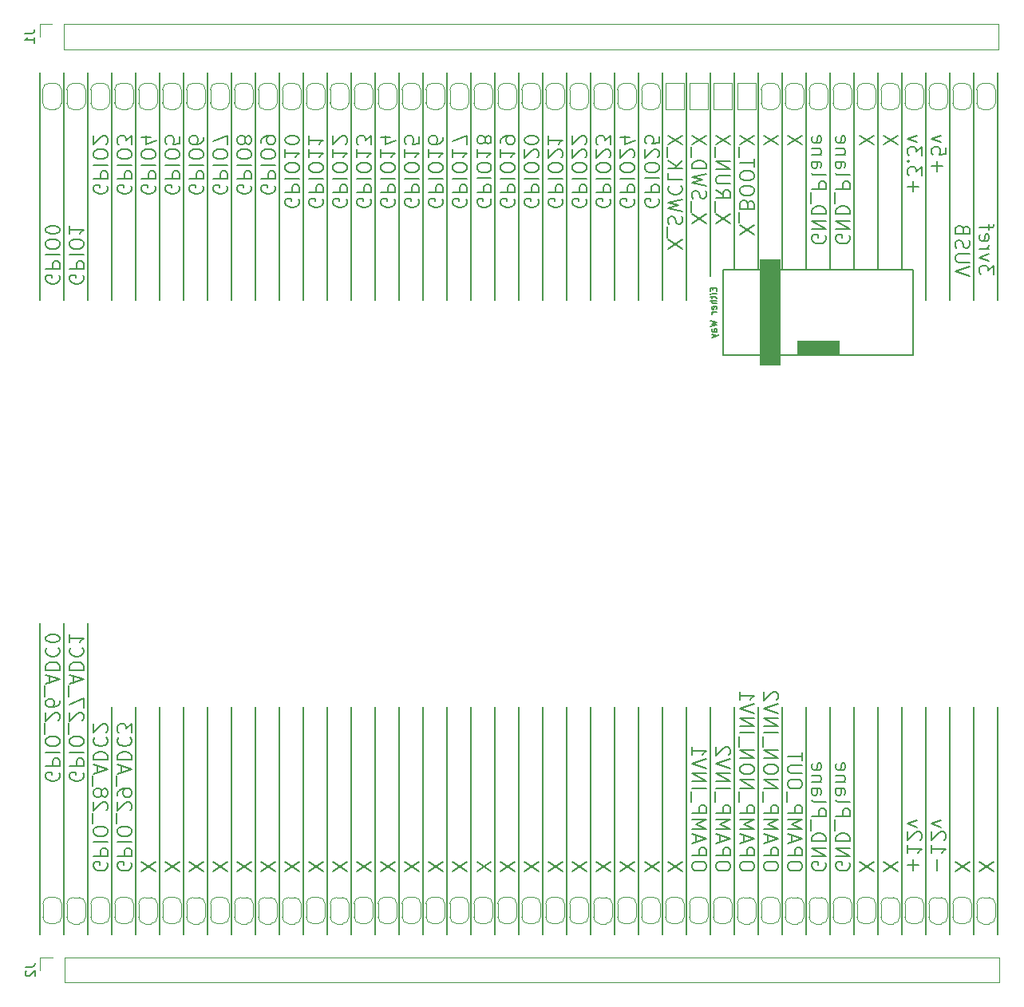
<source format=gbr>
%TF.GenerationSoftware,KiCad,Pcbnew,8.0.4*%
%TF.CreationDate,2024-08-14T20:41:30-04:00*%
%TF.ProjectId,RP2040_Euro_Power,52503230-3430-45f4-9575-726f5f506f77,rev?*%
%TF.SameCoordinates,Original*%
%TF.FileFunction,Legend,Bot*%
%TF.FilePolarity,Positive*%
%FSLAX46Y46*%
G04 Gerber Fmt 4.6, Leading zero omitted, Abs format (unit mm)*
G04 Created by KiCad (PCBNEW 8.0.4) date 2024-08-14 20:41:30*
%MOMM*%
%LPD*%
G01*
G04 APERTURE LIST*
%ADD10C,0.150000*%
%ADD11C,0.120000*%
%ADD12C,0.203200*%
G04 APERTURE END LIST*
D10*
X126417000Y-47452000D02*
X126417000Y-71582000D01*
X103557000Y-47452000D02*
X103557000Y-71582000D01*
X134037000Y-47452000D02*
X134037000Y-71582000D01*
X156897000Y-138892000D02*
X156897000Y-114762000D01*
X88317000Y-47452000D02*
X88317000Y-71582000D01*
X80697000Y-47452000D02*
X80697000Y-71582000D01*
X80697000Y-138892000D02*
X80697000Y-105872000D01*
X111177000Y-138892000D02*
X111177000Y-114762000D01*
X83237000Y-138892000D02*
X83237000Y-105872000D01*
X146737000Y-138892000D02*
X146737000Y-114762000D01*
X174677000Y-138892000D02*
X174677000Y-114762000D01*
X151817000Y-138892000D02*
X151817000Y-114762000D01*
X103557000Y-138892000D02*
X103557000Y-114762000D01*
X149277000Y-138892000D02*
X149277000Y-114762000D01*
X88317000Y-138892000D02*
X88317000Y-114762000D01*
X121337000Y-138892000D02*
X121337000Y-114762000D01*
X121337000Y-47452000D02*
X121337000Y-71582000D01*
X113717000Y-47452000D02*
X113717000Y-71582000D01*
X134037000Y-138892000D02*
X134037000Y-114762000D01*
X167057000Y-47452000D02*
X167057000Y-68407000D01*
X85777000Y-138892000D02*
X85777000Y-114762000D01*
X177217000Y-138892000D02*
X177217000Y-114762000D01*
X116257000Y-138892000D02*
X116257000Y-114762000D01*
X98477000Y-47452000D02*
X98477000Y-71582000D01*
X123877000Y-47452000D02*
X123877000Y-71582000D01*
X98477000Y-138892000D02*
X98477000Y-114762000D01*
X90857000Y-47452000D02*
X90857000Y-71582000D01*
X172137000Y-138892000D02*
X172137000Y-114762000D01*
X123877000Y-138892000D02*
X123877000Y-114762000D01*
X169597000Y-138892000D02*
X169597000Y-114762000D01*
X101017000Y-138892000D02*
X101017000Y-114762000D01*
X118797000Y-138892000D02*
X118797000Y-114762000D01*
X161977000Y-138892000D02*
X161977000Y-114762000D01*
X169597000Y-47452000D02*
X169597000Y-68407000D01*
X126417000Y-138892000D02*
X126417000Y-114762000D01*
X95937000Y-47452000D02*
X95937000Y-71582000D01*
X179757000Y-138892000D02*
X179757000Y-114762000D01*
X159437000Y-138892000D02*
X159437000Y-114762000D01*
X139117000Y-138892000D02*
X139117000Y-114762000D01*
X159437000Y-47452000D02*
X159437000Y-68407000D01*
X83237000Y-47452000D02*
X83237000Y-71582000D01*
X174677000Y-47452000D02*
X174677000Y-71582000D01*
X111177000Y-47452000D02*
X111177000Y-71582000D01*
X161977000Y-47452000D02*
X161977000Y-68407000D01*
X177217000Y-47452000D02*
X177217000Y-71582000D01*
X106097000Y-47452000D02*
X106097000Y-71582000D01*
X172137000Y-47452000D02*
X172137000Y-71582000D01*
X179757000Y-47452000D02*
X179757000Y-71582000D01*
X151817000Y-47452000D02*
X151817000Y-68407000D01*
X95937000Y-138892000D02*
X95937000Y-114762000D01*
X90857000Y-138892000D02*
X90857000Y-114762000D01*
X164517000Y-138892000D02*
X164517000Y-114762000D01*
X106097000Y-138892000D02*
X106097000Y-114762000D01*
X101017000Y-47452000D02*
X101017000Y-71582000D01*
X93397000Y-138892000D02*
X93397000Y-114762000D01*
X85777000Y-47452000D02*
X85777000Y-71582000D01*
X93397000Y-47452000D02*
X93397000Y-71582000D01*
X116257000Y-47452000D02*
X116257000Y-71582000D01*
X167057000Y-138892000D02*
X167057000Y-114762000D01*
X108637000Y-138892000D02*
X108637000Y-114762000D01*
X136577000Y-138892000D02*
X136577000Y-114762000D01*
X144197000Y-138892000D02*
X144197000Y-114762000D01*
X146737000Y-47452000D02*
X146737000Y-71582000D01*
X131497000Y-138892000D02*
X131497000Y-114762000D01*
X144197000Y-47452000D02*
X144197000Y-71582000D01*
X154357000Y-47452000D02*
X154357000Y-68407000D01*
X136577000Y-47452000D02*
X136577000Y-71582000D01*
X154357000Y-138892000D02*
X154357000Y-114762000D01*
X78157000Y-47452000D02*
X78157000Y-71582000D01*
X131497000Y-47452000D02*
X131497000Y-71582000D01*
X141657000Y-47452000D02*
X141657000Y-71582000D01*
X113717000Y-138892000D02*
X113717000Y-114762000D01*
X164517000Y-47452000D02*
X164517000Y-68407000D01*
X141657000Y-138892000D02*
X141657000Y-114762000D01*
X118797000Y-47452000D02*
X118797000Y-71582000D01*
X108637000Y-47452000D02*
X108637000Y-71582000D01*
X128957000Y-138892000D02*
X128957000Y-114762000D01*
X128957000Y-47452000D02*
X128957000Y-71582000D01*
X139117000Y-47452000D02*
X139117000Y-71582000D01*
X149277000Y-47452000D02*
X149277000Y-69042000D01*
X78157000Y-138892000D02*
X78157000Y-105872000D01*
X156897000Y-47452000D02*
X156897000Y-68407000D01*
X123420871Y-132229030D02*
X121920871Y-131229030D01*
X123420871Y-131229030D02*
X121920871Y-132229030D01*
X92869442Y-59472112D02*
X92940871Y-59614970D01*
X92940871Y-59614970D02*
X92940871Y-59829255D01*
X92940871Y-59829255D02*
X92869442Y-60043541D01*
X92869442Y-60043541D02*
X92726585Y-60186398D01*
X92726585Y-60186398D02*
X92583728Y-60257827D01*
X92583728Y-60257827D02*
X92298014Y-60329255D01*
X92298014Y-60329255D02*
X92083728Y-60329255D01*
X92083728Y-60329255D02*
X91798014Y-60257827D01*
X91798014Y-60257827D02*
X91655157Y-60186398D01*
X91655157Y-60186398D02*
X91512300Y-60043541D01*
X91512300Y-60043541D02*
X91440871Y-59829255D01*
X91440871Y-59829255D02*
X91440871Y-59686398D01*
X91440871Y-59686398D02*
X91512300Y-59472112D01*
X91512300Y-59472112D02*
X91583728Y-59400684D01*
X91583728Y-59400684D02*
X92083728Y-59400684D01*
X92083728Y-59400684D02*
X92083728Y-59686398D01*
X91440871Y-58757827D02*
X92940871Y-58757827D01*
X92940871Y-58757827D02*
X92940871Y-58186398D01*
X92940871Y-58186398D02*
X92869442Y-58043541D01*
X92869442Y-58043541D02*
X92798014Y-57972112D01*
X92798014Y-57972112D02*
X92655157Y-57900684D01*
X92655157Y-57900684D02*
X92440871Y-57900684D01*
X92440871Y-57900684D02*
X92298014Y-57972112D01*
X92298014Y-57972112D02*
X92226585Y-58043541D01*
X92226585Y-58043541D02*
X92155157Y-58186398D01*
X92155157Y-58186398D02*
X92155157Y-58757827D01*
X91440871Y-57257827D02*
X92940871Y-57257827D01*
X92940871Y-56257826D02*
X92940871Y-55972112D01*
X92940871Y-55972112D02*
X92869442Y-55829255D01*
X92869442Y-55829255D02*
X92726585Y-55686398D01*
X92726585Y-55686398D02*
X92440871Y-55614969D01*
X92440871Y-55614969D02*
X91940871Y-55614969D01*
X91940871Y-55614969D02*
X91655157Y-55686398D01*
X91655157Y-55686398D02*
X91512300Y-55829255D01*
X91512300Y-55829255D02*
X91440871Y-55972112D01*
X91440871Y-55972112D02*
X91440871Y-56257826D01*
X91440871Y-56257826D02*
X91512300Y-56400684D01*
X91512300Y-56400684D02*
X91655157Y-56543541D01*
X91655157Y-56543541D02*
X91940871Y-56614969D01*
X91940871Y-56614969D02*
X92440871Y-56614969D01*
X92440871Y-56614969D02*
X92726585Y-56543541D01*
X92726585Y-56543541D02*
X92869442Y-56400684D01*
X92869442Y-56400684D02*
X92940871Y-56257826D01*
X92940871Y-54257826D02*
X92940871Y-54972112D01*
X92940871Y-54972112D02*
X92226585Y-55043540D01*
X92226585Y-55043540D02*
X92298014Y-54972112D01*
X92298014Y-54972112D02*
X92369442Y-54829255D01*
X92369442Y-54829255D02*
X92369442Y-54472112D01*
X92369442Y-54472112D02*
X92298014Y-54329255D01*
X92298014Y-54329255D02*
X92226585Y-54257826D01*
X92226585Y-54257826D02*
X92083728Y-54186397D01*
X92083728Y-54186397D02*
X91726585Y-54186397D01*
X91726585Y-54186397D02*
X91583728Y-54257826D01*
X91583728Y-54257826D02*
X91512300Y-54329255D01*
X91512300Y-54329255D02*
X91440871Y-54472112D01*
X91440871Y-54472112D02*
X91440871Y-54829255D01*
X91440871Y-54829255D02*
X91512300Y-54972112D01*
X91512300Y-54972112D02*
X91583728Y-55043540D01*
X169140871Y-132229030D02*
X167640871Y-131229030D01*
X169140871Y-131229030D02*
X167640871Y-132229030D01*
X85249442Y-59472112D02*
X85320871Y-59614970D01*
X85320871Y-59614970D02*
X85320871Y-59829255D01*
X85320871Y-59829255D02*
X85249442Y-60043541D01*
X85249442Y-60043541D02*
X85106585Y-60186398D01*
X85106585Y-60186398D02*
X84963728Y-60257827D01*
X84963728Y-60257827D02*
X84678014Y-60329255D01*
X84678014Y-60329255D02*
X84463728Y-60329255D01*
X84463728Y-60329255D02*
X84178014Y-60257827D01*
X84178014Y-60257827D02*
X84035157Y-60186398D01*
X84035157Y-60186398D02*
X83892300Y-60043541D01*
X83892300Y-60043541D02*
X83820871Y-59829255D01*
X83820871Y-59829255D02*
X83820871Y-59686398D01*
X83820871Y-59686398D02*
X83892300Y-59472112D01*
X83892300Y-59472112D02*
X83963728Y-59400684D01*
X83963728Y-59400684D02*
X84463728Y-59400684D01*
X84463728Y-59400684D02*
X84463728Y-59686398D01*
X83820871Y-58757827D02*
X85320871Y-58757827D01*
X85320871Y-58757827D02*
X85320871Y-58186398D01*
X85320871Y-58186398D02*
X85249442Y-58043541D01*
X85249442Y-58043541D02*
X85178014Y-57972112D01*
X85178014Y-57972112D02*
X85035157Y-57900684D01*
X85035157Y-57900684D02*
X84820871Y-57900684D01*
X84820871Y-57900684D02*
X84678014Y-57972112D01*
X84678014Y-57972112D02*
X84606585Y-58043541D01*
X84606585Y-58043541D02*
X84535157Y-58186398D01*
X84535157Y-58186398D02*
X84535157Y-58757827D01*
X83820871Y-57257827D02*
X85320871Y-57257827D01*
X85320871Y-56257826D02*
X85320871Y-55972112D01*
X85320871Y-55972112D02*
X85249442Y-55829255D01*
X85249442Y-55829255D02*
X85106585Y-55686398D01*
X85106585Y-55686398D02*
X84820871Y-55614969D01*
X84820871Y-55614969D02*
X84320871Y-55614969D01*
X84320871Y-55614969D02*
X84035157Y-55686398D01*
X84035157Y-55686398D02*
X83892300Y-55829255D01*
X83892300Y-55829255D02*
X83820871Y-55972112D01*
X83820871Y-55972112D02*
X83820871Y-56257826D01*
X83820871Y-56257826D02*
X83892300Y-56400684D01*
X83892300Y-56400684D02*
X84035157Y-56543541D01*
X84035157Y-56543541D02*
X84320871Y-56614969D01*
X84320871Y-56614969D02*
X84820871Y-56614969D01*
X84820871Y-56614969D02*
X85106585Y-56543541D01*
X85106585Y-56543541D02*
X85249442Y-56400684D01*
X85249442Y-56400684D02*
X85320871Y-56257826D01*
X85178014Y-55043540D02*
X85249442Y-54972112D01*
X85249442Y-54972112D02*
X85320871Y-54829255D01*
X85320871Y-54829255D02*
X85320871Y-54472112D01*
X85320871Y-54472112D02*
X85249442Y-54329255D01*
X85249442Y-54329255D02*
X85178014Y-54257826D01*
X85178014Y-54257826D02*
X85035157Y-54186397D01*
X85035157Y-54186397D02*
X84892300Y-54186397D01*
X84892300Y-54186397D02*
X84678014Y-54257826D01*
X84678014Y-54257826D02*
X83820871Y-55114969D01*
X83820871Y-55114969D02*
X83820871Y-54186397D01*
X90329442Y-59472112D02*
X90400871Y-59614970D01*
X90400871Y-59614970D02*
X90400871Y-59829255D01*
X90400871Y-59829255D02*
X90329442Y-60043541D01*
X90329442Y-60043541D02*
X90186585Y-60186398D01*
X90186585Y-60186398D02*
X90043728Y-60257827D01*
X90043728Y-60257827D02*
X89758014Y-60329255D01*
X89758014Y-60329255D02*
X89543728Y-60329255D01*
X89543728Y-60329255D02*
X89258014Y-60257827D01*
X89258014Y-60257827D02*
X89115157Y-60186398D01*
X89115157Y-60186398D02*
X88972300Y-60043541D01*
X88972300Y-60043541D02*
X88900871Y-59829255D01*
X88900871Y-59829255D02*
X88900871Y-59686398D01*
X88900871Y-59686398D02*
X88972300Y-59472112D01*
X88972300Y-59472112D02*
X89043728Y-59400684D01*
X89043728Y-59400684D02*
X89543728Y-59400684D01*
X89543728Y-59400684D02*
X89543728Y-59686398D01*
X88900871Y-58757827D02*
X90400871Y-58757827D01*
X90400871Y-58757827D02*
X90400871Y-58186398D01*
X90400871Y-58186398D02*
X90329442Y-58043541D01*
X90329442Y-58043541D02*
X90258014Y-57972112D01*
X90258014Y-57972112D02*
X90115157Y-57900684D01*
X90115157Y-57900684D02*
X89900871Y-57900684D01*
X89900871Y-57900684D02*
X89758014Y-57972112D01*
X89758014Y-57972112D02*
X89686585Y-58043541D01*
X89686585Y-58043541D02*
X89615157Y-58186398D01*
X89615157Y-58186398D02*
X89615157Y-58757827D01*
X88900871Y-57257827D02*
X90400871Y-57257827D01*
X90400871Y-56257826D02*
X90400871Y-55972112D01*
X90400871Y-55972112D02*
X90329442Y-55829255D01*
X90329442Y-55829255D02*
X90186585Y-55686398D01*
X90186585Y-55686398D02*
X89900871Y-55614969D01*
X89900871Y-55614969D02*
X89400871Y-55614969D01*
X89400871Y-55614969D02*
X89115157Y-55686398D01*
X89115157Y-55686398D02*
X88972300Y-55829255D01*
X88972300Y-55829255D02*
X88900871Y-55972112D01*
X88900871Y-55972112D02*
X88900871Y-56257826D01*
X88900871Y-56257826D02*
X88972300Y-56400684D01*
X88972300Y-56400684D02*
X89115157Y-56543541D01*
X89115157Y-56543541D02*
X89400871Y-56614969D01*
X89400871Y-56614969D02*
X89900871Y-56614969D01*
X89900871Y-56614969D02*
X90186585Y-56543541D01*
X90186585Y-56543541D02*
X90329442Y-56400684D01*
X90329442Y-56400684D02*
X90400871Y-56257826D01*
X89900871Y-54329255D02*
X88900871Y-54329255D01*
X90472300Y-54686397D02*
X89400871Y-55043540D01*
X89400871Y-55043540D02*
X89400871Y-54114969D01*
X151360871Y-131800458D02*
X151360871Y-131514744D01*
X151360871Y-131514744D02*
X151289442Y-131371887D01*
X151289442Y-131371887D02*
X151146585Y-131229030D01*
X151146585Y-131229030D02*
X150860871Y-131157601D01*
X150860871Y-131157601D02*
X150360871Y-131157601D01*
X150360871Y-131157601D02*
X150075157Y-131229030D01*
X150075157Y-131229030D02*
X149932300Y-131371887D01*
X149932300Y-131371887D02*
X149860871Y-131514744D01*
X149860871Y-131514744D02*
X149860871Y-131800458D01*
X149860871Y-131800458D02*
X149932300Y-131943316D01*
X149932300Y-131943316D02*
X150075157Y-132086173D01*
X150075157Y-132086173D02*
X150360871Y-132157601D01*
X150360871Y-132157601D02*
X150860871Y-132157601D01*
X150860871Y-132157601D02*
X151146585Y-132086173D01*
X151146585Y-132086173D02*
X151289442Y-131943316D01*
X151289442Y-131943316D02*
X151360871Y-131800458D01*
X149860871Y-130514744D02*
X151360871Y-130514744D01*
X151360871Y-130514744D02*
X151360871Y-129943315D01*
X151360871Y-129943315D02*
X151289442Y-129800458D01*
X151289442Y-129800458D02*
X151218014Y-129729029D01*
X151218014Y-129729029D02*
X151075157Y-129657601D01*
X151075157Y-129657601D02*
X150860871Y-129657601D01*
X150860871Y-129657601D02*
X150718014Y-129729029D01*
X150718014Y-129729029D02*
X150646585Y-129800458D01*
X150646585Y-129800458D02*
X150575157Y-129943315D01*
X150575157Y-129943315D02*
X150575157Y-130514744D01*
X150289442Y-129086172D02*
X150289442Y-128371887D01*
X149860871Y-129229029D02*
X151360871Y-128729029D01*
X151360871Y-128729029D02*
X149860871Y-128229029D01*
X149860871Y-127729030D02*
X151360871Y-127729030D01*
X151360871Y-127729030D02*
X150289442Y-127229030D01*
X150289442Y-127229030D02*
X151360871Y-126729030D01*
X151360871Y-126729030D02*
X149860871Y-126729030D01*
X149860871Y-126014744D02*
X151360871Y-126014744D01*
X151360871Y-126014744D02*
X151360871Y-125443315D01*
X151360871Y-125443315D02*
X151289442Y-125300458D01*
X151289442Y-125300458D02*
X151218014Y-125229029D01*
X151218014Y-125229029D02*
X151075157Y-125157601D01*
X151075157Y-125157601D02*
X150860871Y-125157601D01*
X150860871Y-125157601D02*
X150718014Y-125229029D01*
X150718014Y-125229029D02*
X150646585Y-125300458D01*
X150646585Y-125300458D02*
X150575157Y-125443315D01*
X150575157Y-125443315D02*
X150575157Y-126014744D01*
X149718014Y-124871887D02*
X149718014Y-123729029D01*
X149860871Y-123371887D02*
X151360871Y-123371887D01*
X149860871Y-122657601D02*
X151360871Y-122657601D01*
X151360871Y-122657601D02*
X149860871Y-121800458D01*
X149860871Y-121800458D02*
X151360871Y-121800458D01*
X151360871Y-121300457D02*
X149860871Y-120800457D01*
X149860871Y-120800457D02*
X151360871Y-120300457D01*
X151218014Y-119871886D02*
X151289442Y-119800458D01*
X151289442Y-119800458D02*
X151360871Y-119657601D01*
X151360871Y-119657601D02*
X151360871Y-119300458D01*
X151360871Y-119300458D02*
X151289442Y-119157601D01*
X151289442Y-119157601D02*
X151218014Y-119086172D01*
X151218014Y-119086172D02*
X151075157Y-119014743D01*
X151075157Y-119014743D02*
X150932300Y-119014743D01*
X150932300Y-119014743D02*
X150718014Y-119086172D01*
X150718014Y-119086172D02*
X149860871Y-119943315D01*
X149860871Y-119943315D02*
X149860871Y-119014743D01*
X110649442Y-60900683D02*
X110720871Y-61043541D01*
X110720871Y-61043541D02*
X110720871Y-61257826D01*
X110720871Y-61257826D02*
X110649442Y-61472112D01*
X110649442Y-61472112D02*
X110506585Y-61614969D01*
X110506585Y-61614969D02*
X110363728Y-61686398D01*
X110363728Y-61686398D02*
X110078014Y-61757826D01*
X110078014Y-61757826D02*
X109863728Y-61757826D01*
X109863728Y-61757826D02*
X109578014Y-61686398D01*
X109578014Y-61686398D02*
X109435157Y-61614969D01*
X109435157Y-61614969D02*
X109292300Y-61472112D01*
X109292300Y-61472112D02*
X109220871Y-61257826D01*
X109220871Y-61257826D02*
X109220871Y-61114969D01*
X109220871Y-61114969D02*
X109292300Y-60900683D01*
X109292300Y-60900683D02*
X109363728Y-60829255D01*
X109363728Y-60829255D02*
X109863728Y-60829255D01*
X109863728Y-60829255D02*
X109863728Y-61114969D01*
X109220871Y-60186398D02*
X110720871Y-60186398D01*
X110720871Y-60186398D02*
X110720871Y-59614969D01*
X110720871Y-59614969D02*
X110649442Y-59472112D01*
X110649442Y-59472112D02*
X110578014Y-59400683D01*
X110578014Y-59400683D02*
X110435157Y-59329255D01*
X110435157Y-59329255D02*
X110220871Y-59329255D01*
X110220871Y-59329255D02*
X110078014Y-59400683D01*
X110078014Y-59400683D02*
X110006585Y-59472112D01*
X110006585Y-59472112D02*
X109935157Y-59614969D01*
X109935157Y-59614969D02*
X109935157Y-60186398D01*
X109220871Y-58686398D02*
X110720871Y-58686398D01*
X110720871Y-57686397D02*
X110720871Y-57400683D01*
X110720871Y-57400683D02*
X110649442Y-57257826D01*
X110649442Y-57257826D02*
X110506585Y-57114969D01*
X110506585Y-57114969D02*
X110220871Y-57043540D01*
X110220871Y-57043540D02*
X109720871Y-57043540D01*
X109720871Y-57043540D02*
X109435157Y-57114969D01*
X109435157Y-57114969D02*
X109292300Y-57257826D01*
X109292300Y-57257826D02*
X109220871Y-57400683D01*
X109220871Y-57400683D02*
X109220871Y-57686397D01*
X109220871Y-57686397D02*
X109292300Y-57829255D01*
X109292300Y-57829255D02*
X109435157Y-57972112D01*
X109435157Y-57972112D02*
X109720871Y-58043540D01*
X109720871Y-58043540D02*
X110220871Y-58043540D01*
X110220871Y-58043540D02*
X110506585Y-57972112D01*
X110506585Y-57972112D02*
X110649442Y-57829255D01*
X110649442Y-57829255D02*
X110720871Y-57686397D01*
X109220871Y-55614968D02*
X109220871Y-56472111D01*
X109220871Y-56043540D02*
X110720871Y-56043540D01*
X110720871Y-56043540D02*
X110506585Y-56186397D01*
X110506585Y-56186397D02*
X110363728Y-56329254D01*
X110363728Y-56329254D02*
X110292300Y-56472111D01*
X110578014Y-55043540D02*
X110649442Y-54972112D01*
X110649442Y-54972112D02*
X110720871Y-54829255D01*
X110720871Y-54829255D02*
X110720871Y-54472112D01*
X110720871Y-54472112D02*
X110649442Y-54329255D01*
X110649442Y-54329255D02*
X110578014Y-54257826D01*
X110578014Y-54257826D02*
X110435157Y-54186397D01*
X110435157Y-54186397D02*
X110292300Y-54186397D01*
X110292300Y-54186397D02*
X110078014Y-54257826D01*
X110078014Y-54257826D02*
X109220871Y-55114969D01*
X109220871Y-55114969D02*
X109220871Y-54186397D01*
X158980871Y-55114969D02*
X157480871Y-54114969D01*
X158980871Y-54114969D02*
X157480871Y-55114969D01*
X82709442Y-68997112D02*
X82780871Y-69139970D01*
X82780871Y-69139970D02*
X82780871Y-69354255D01*
X82780871Y-69354255D02*
X82709442Y-69568541D01*
X82709442Y-69568541D02*
X82566585Y-69711398D01*
X82566585Y-69711398D02*
X82423728Y-69782827D01*
X82423728Y-69782827D02*
X82138014Y-69854255D01*
X82138014Y-69854255D02*
X81923728Y-69854255D01*
X81923728Y-69854255D02*
X81638014Y-69782827D01*
X81638014Y-69782827D02*
X81495157Y-69711398D01*
X81495157Y-69711398D02*
X81352300Y-69568541D01*
X81352300Y-69568541D02*
X81280871Y-69354255D01*
X81280871Y-69354255D02*
X81280871Y-69211398D01*
X81280871Y-69211398D02*
X81352300Y-68997112D01*
X81352300Y-68997112D02*
X81423728Y-68925684D01*
X81423728Y-68925684D02*
X81923728Y-68925684D01*
X81923728Y-68925684D02*
X81923728Y-69211398D01*
X81280871Y-68282827D02*
X82780871Y-68282827D01*
X82780871Y-68282827D02*
X82780871Y-67711398D01*
X82780871Y-67711398D02*
X82709442Y-67568541D01*
X82709442Y-67568541D02*
X82638014Y-67497112D01*
X82638014Y-67497112D02*
X82495157Y-67425684D01*
X82495157Y-67425684D02*
X82280871Y-67425684D01*
X82280871Y-67425684D02*
X82138014Y-67497112D01*
X82138014Y-67497112D02*
X82066585Y-67568541D01*
X82066585Y-67568541D02*
X81995157Y-67711398D01*
X81995157Y-67711398D02*
X81995157Y-68282827D01*
X81280871Y-66782827D02*
X82780871Y-66782827D01*
X82780871Y-65782826D02*
X82780871Y-65497112D01*
X82780871Y-65497112D02*
X82709442Y-65354255D01*
X82709442Y-65354255D02*
X82566585Y-65211398D01*
X82566585Y-65211398D02*
X82280871Y-65139969D01*
X82280871Y-65139969D02*
X81780871Y-65139969D01*
X81780871Y-65139969D02*
X81495157Y-65211398D01*
X81495157Y-65211398D02*
X81352300Y-65354255D01*
X81352300Y-65354255D02*
X81280871Y-65497112D01*
X81280871Y-65497112D02*
X81280871Y-65782826D01*
X81280871Y-65782826D02*
X81352300Y-65925684D01*
X81352300Y-65925684D02*
X81495157Y-66068541D01*
X81495157Y-66068541D02*
X81780871Y-66139969D01*
X81780871Y-66139969D02*
X82280871Y-66139969D01*
X82280871Y-66139969D02*
X82566585Y-66068541D01*
X82566585Y-66068541D02*
X82709442Y-65925684D01*
X82709442Y-65925684D02*
X82780871Y-65782826D01*
X81280871Y-63711397D02*
X81280871Y-64568540D01*
X81280871Y-64139969D02*
X82780871Y-64139969D01*
X82780871Y-64139969D02*
X82566585Y-64282826D01*
X82566585Y-64282826D02*
X82423728Y-64425683D01*
X82423728Y-64425683D02*
X82352300Y-64568540D01*
X95409442Y-59472112D02*
X95480871Y-59614970D01*
X95480871Y-59614970D02*
X95480871Y-59829255D01*
X95480871Y-59829255D02*
X95409442Y-60043541D01*
X95409442Y-60043541D02*
X95266585Y-60186398D01*
X95266585Y-60186398D02*
X95123728Y-60257827D01*
X95123728Y-60257827D02*
X94838014Y-60329255D01*
X94838014Y-60329255D02*
X94623728Y-60329255D01*
X94623728Y-60329255D02*
X94338014Y-60257827D01*
X94338014Y-60257827D02*
X94195157Y-60186398D01*
X94195157Y-60186398D02*
X94052300Y-60043541D01*
X94052300Y-60043541D02*
X93980871Y-59829255D01*
X93980871Y-59829255D02*
X93980871Y-59686398D01*
X93980871Y-59686398D02*
X94052300Y-59472112D01*
X94052300Y-59472112D02*
X94123728Y-59400684D01*
X94123728Y-59400684D02*
X94623728Y-59400684D01*
X94623728Y-59400684D02*
X94623728Y-59686398D01*
X93980871Y-58757827D02*
X95480871Y-58757827D01*
X95480871Y-58757827D02*
X95480871Y-58186398D01*
X95480871Y-58186398D02*
X95409442Y-58043541D01*
X95409442Y-58043541D02*
X95338014Y-57972112D01*
X95338014Y-57972112D02*
X95195157Y-57900684D01*
X95195157Y-57900684D02*
X94980871Y-57900684D01*
X94980871Y-57900684D02*
X94838014Y-57972112D01*
X94838014Y-57972112D02*
X94766585Y-58043541D01*
X94766585Y-58043541D02*
X94695157Y-58186398D01*
X94695157Y-58186398D02*
X94695157Y-58757827D01*
X93980871Y-57257827D02*
X95480871Y-57257827D01*
X95480871Y-56257826D02*
X95480871Y-55972112D01*
X95480871Y-55972112D02*
X95409442Y-55829255D01*
X95409442Y-55829255D02*
X95266585Y-55686398D01*
X95266585Y-55686398D02*
X94980871Y-55614969D01*
X94980871Y-55614969D02*
X94480871Y-55614969D01*
X94480871Y-55614969D02*
X94195157Y-55686398D01*
X94195157Y-55686398D02*
X94052300Y-55829255D01*
X94052300Y-55829255D02*
X93980871Y-55972112D01*
X93980871Y-55972112D02*
X93980871Y-56257826D01*
X93980871Y-56257826D02*
X94052300Y-56400684D01*
X94052300Y-56400684D02*
X94195157Y-56543541D01*
X94195157Y-56543541D02*
X94480871Y-56614969D01*
X94480871Y-56614969D02*
X94980871Y-56614969D01*
X94980871Y-56614969D02*
X95266585Y-56543541D01*
X95266585Y-56543541D02*
X95409442Y-56400684D01*
X95409442Y-56400684D02*
X95480871Y-56257826D01*
X95480871Y-54329255D02*
X95480871Y-54614969D01*
X95480871Y-54614969D02*
X95409442Y-54757826D01*
X95409442Y-54757826D02*
X95338014Y-54829255D01*
X95338014Y-54829255D02*
X95123728Y-54972112D01*
X95123728Y-54972112D02*
X94838014Y-55043540D01*
X94838014Y-55043540D02*
X94266585Y-55043540D01*
X94266585Y-55043540D02*
X94123728Y-54972112D01*
X94123728Y-54972112D02*
X94052300Y-54900683D01*
X94052300Y-54900683D02*
X93980871Y-54757826D01*
X93980871Y-54757826D02*
X93980871Y-54472112D01*
X93980871Y-54472112D02*
X94052300Y-54329255D01*
X94052300Y-54329255D02*
X94123728Y-54257826D01*
X94123728Y-54257826D02*
X94266585Y-54186397D01*
X94266585Y-54186397D02*
X94623728Y-54186397D01*
X94623728Y-54186397D02*
X94766585Y-54257826D01*
X94766585Y-54257826D02*
X94838014Y-54329255D01*
X94838014Y-54329255D02*
X94909442Y-54472112D01*
X94909442Y-54472112D02*
X94909442Y-54757826D01*
X94909442Y-54757826D02*
X94838014Y-54900683D01*
X94838014Y-54900683D02*
X94766585Y-54972112D01*
X94766585Y-54972112D02*
X94623728Y-55043540D01*
X133580871Y-132229030D02*
X132080871Y-131229030D01*
X133580871Y-131229030D02*
X132080871Y-132229030D01*
X87789442Y-131300458D02*
X87860871Y-131443316D01*
X87860871Y-131443316D02*
X87860871Y-131657601D01*
X87860871Y-131657601D02*
X87789442Y-131871887D01*
X87789442Y-131871887D02*
X87646585Y-132014744D01*
X87646585Y-132014744D02*
X87503728Y-132086173D01*
X87503728Y-132086173D02*
X87218014Y-132157601D01*
X87218014Y-132157601D02*
X87003728Y-132157601D01*
X87003728Y-132157601D02*
X86718014Y-132086173D01*
X86718014Y-132086173D02*
X86575157Y-132014744D01*
X86575157Y-132014744D02*
X86432300Y-131871887D01*
X86432300Y-131871887D02*
X86360871Y-131657601D01*
X86360871Y-131657601D02*
X86360871Y-131514744D01*
X86360871Y-131514744D02*
X86432300Y-131300458D01*
X86432300Y-131300458D02*
X86503728Y-131229030D01*
X86503728Y-131229030D02*
X87003728Y-131229030D01*
X87003728Y-131229030D02*
X87003728Y-131514744D01*
X86360871Y-130586173D02*
X87860871Y-130586173D01*
X87860871Y-130586173D02*
X87860871Y-130014744D01*
X87860871Y-130014744D02*
X87789442Y-129871887D01*
X87789442Y-129871887D02*
X87718014Y-129800458D01*
X87718014Y-129800458D02*
X87575157Y-129729030D01*
X87575157Y-129729030D02*
X87360871Y-129729030D01*
X87360871Y-129729030D02*
X87218014Y-129800458D01*
X87218014Y-129800458D02*
X87146585Y-129871887D01*
X87146585Y-129871887D02*
X87075157Y-130014744D01*
X87075157Y-130014744D02*
X87075157Y-130586173D01*
X86360871Y-129086173D02*
X87860871Y-129086173D01*
X87860871Y-128086172D02*
X87860871Y-127800458D01*
X87860871Y-127800458D02*
X87789442Y-127657601D01*
X87789442Y-127657601D02*
X87646585Y-127514744D01*
X87646585Y-127514744D02*
X87360871Y-127443315D01*
X87360871Y-127443315D02*
X86860871Y-127443315D01*
X86860871Y-127443315D02*
X86575157Y-127514744D01*
X86575157Y-127514744D02*
X86432300Y-127657601D01*
X86432300Y-127657601D02*
X86360871Y-127800458D01*
X86360871Y-127800458D02*
X86360871Y-128086172D01*
X86360871Y-128086172D02*
X86432300Y-128229030D01*
X86432300Y-128229030D02*
X86575157Y-128371887D01*
X86575157Y-128371887D02*
X86860871Y-128443315D01*
X86860871Y-128443315D02*
X87360871Y-128443315D01*
X87360871Y-128443315D02*
X87646585Y-128371887D01*
X87646585Y-128371887D02*
X87789442Y-128229030D01*
X87789442Y-128229030D02*
X87860871Y-128086172D01*
X86218014Y-127157601D02*
X86218014Y-126014743D01*
X87718014Y-125729029D02*
X87789442Y-125657601D01*
X87789442Y-125657601D02*
X87860871Y-125514744D01*
X87860871Y-125514744D02*
X87860871Y-125157601D01*
X87860871Y-125157601D02*
X87789442Y-125014744D01*
X87789442Y-125014744D02*
X87718014Y-124943315D01*
X87718014Y-124943315D02*
X87575157Y-124871886D01*
X87575157Y-124871886D02*
X87432300Y-124871886D01*
X87432300Y-124871886D02*
X87218014Y-124943315D01*
X87218014Y-124943315D02*
X86360871Y-125800458D01*
X86360871Y-125800458D02*
X86360871Y-124871886D01*
X86360871Y-124157601D02*
X86360871Y-123871887D01*
X86360871Y-123871887D02*
X86432300Y-123729030D01*
X86432300Y-123729030D02*
X86503728Y-123657601D01*
X86503728Y-123657601D02*
X86718014Y-123514744D01*
X86718014Y-123514744D02*
X87003728Y-123443315D01*
X87003728Y-123443315D02*
X87575157Y-123443315D01*
X87575157Y-123443315D02*
X87718014Y-123514744D01*
X87718014Y-123514744D02*
X87789442Y-123586173D01*
X87789442Y-123586173D02*
X87860871Y-123729030D01*
X87860871Y-123729030D02*
X87860871Y-124014744D01*
X87860871Y-124014744D02*
X87789442Y-124157601D01*
X87789442Y-124157601D02*
X87718014Y-124229030D01*
X87718014Y-124229030D02*
X87575157Y-124300458D01*
X87575157Y-124300458D02*
X87218014Y-124300458D01*
X87218014Y-124300458D02*
X87075157Y-124229030D01*
X87075157Y-124229030D02*
X87003728Y-124157601D01*
X87003728Y-124157601D02*
X86932300Y-124014744D01*
X86932300Y-124014744D02*
X86932300Y-123729030D01*
X86932300Y-123729030D02*
X87003728Y-123586173D01*
X87003728Y-123586173D02*
X87075157Y-123514744D01*
X87075157Y-123514744D02*
X87218014Y-123443315D01*
X86218014Y-123157602D02*
X86218014Y-122014744D01*
X86789442Y-121729030D02*
X86789442Y-121014745D01*
X86360871Y-121871887D02*
X87860871Y-121371887D01*
X87860871Y-121371887D02*
X86360871Y-120871887D01*
X86360871Y-120371888D02*
X87860871Y-120371888D01*
X87860871Y-120371888D02*
X87860871Y-120014745D01*
X87860871Y-120014745D02*
X87789442Y-119800459D01*
X87789442Y-119800459D02*
X87646585Y-119657602D01*
X87646585Y-119657602D02*
X87503728Y-119586173D01*
X87503728Y-119586173D02*
X87218014Y-119514745D01*
X87218014Y-119514745D02*
X87003728Y-119514745D01*
X87003728Y-119514745D02*
X86718014Y-119586173D01*
X86718014Y-119586173D02*
X86575157Y-119657602D01*
X86575157Y-119657602D02*
X86432300Y-119800459D01*
X86432300Y-119800459D02*
X86360871Y-120014745D01*
X86360871Y-120014745D02*
X86360871Y-120371888D01*
X86503728Y-118014745D02*
X86432300Y-118086173D01*
X86432300Y-118086173D02*
X86360871Y-118300459D01*
X86360871Y-118300459D02*
X86360871Y-118443316D01*
X86360871Y-118443316D02*
X86432300Y-118657602D01*
X86432300Y-118657602D02*
X86575157Y-118800459D01*
X86575157Y-118800459D02*
X86718014Y-118871888D01*
X86718014Y-118871888D02*
X87003728Y-118943316D01*
X87003728Y-118943316D02*
X87218014Y-118943316D01*
X87218014Y-118943316D02*
X87503728Y-118871888D01*
X87503728Y-118871888D02*
X87646585Y-118800459D01*
X87646585Y-118800459D02*
X87789442Y-118657602D01*
X87789442Y-118657602D02*
X87860871Y-118443316D01*
X87860871Y-118443316D02*
X87860871Y-118300459D01*
X87860871Y-118300459D02*
X87789442Y-118086173D01*
X87789442Y-118086173D02*
X87718014Y-118014745D01*
X87860871Y-117514745D02*
X87860871Y-116586173D01*
X87860871Y-116586173D02*
X87289442Y-117086173D01*
X87289442Y-117086173D02*
X87289442Y-116871888D01*
X87289442Y-116871888D02*
X87218014Y-116729031D01*
X87218014Y-116729031D02*
X87146585Y-116657602D01*
X87146585Y-116657602D02*
X87003728Y-116586173D01*
X87003728Y-116586173D02*
X86646585Y-116586173D01*
X86646585Y-116586173D02*
X86503728Y-116657602D01*
X86503728Y-116657602D02*
X86432300Y-116729031D01*
X86432300Y-116729031D02*
X86360871Y-116871888D01*
X86360871Y-116871888D02*
X86360871Y-117300459D01*
X86360871Y-117300459D02*
X86432300Y-117443316D01*
X86432300Y-117443316D02*
X86503728Y-117514745D01*
X148820871Y-63472111D02*
X147320871Y-62472111D01*
X148820871Y-62472111D02*
X147320871Y-63472111D01*
X147178014Y-62257826D02*
X147178014Y-61114968D01*
X147392300Y-60829254D02*
X147320871Y-60614969D01*
X147320871Y-60614969D02*
X147320871Y-60257826D01*
X147320871Y-60257826D02*
X147392300Y-60114969D01*
X147392300Y-60114969D02*
X147463728Y-60043540D01*
X147463728Y-60043540D02*
X147606585Y-59972111D01*
X147606585Y-59972111D02*
X147749442Y-59972111D01*
X147749442Y-59972111D02*
X147892300Y-60043540D01*
X147892300Y-60043540D02*
X147963728Y-60114969D01*
X147963728Y-60114969D02*
X148035157Y-60257826D01*
X148035157Y-60257826D02*
X148106585Y-60543540D01*
X148106585Y-60543540D02*
X148178014Y-60686397D01*
X148178014Y-60686397D02*
X148249442Y-60757826D01*
X148249442Y-60757826D02*
X148392300Y-60829254D01*
X148392300Y-60829254D02*
X148535157Y-60829254D01*
X148535157Y-60829254D02*
X148678014Y-60757826D01*
X148678014Y-60757826D02*
X148749442Y-60686397D01*
X148749442Y-60686397D02*
X148820871Y-60543540D01*
X148820871Y-60543540D02*
X148820871Y-60186397D01*
X148820871Y-60186397D02*
X148749442Y-59972111D01*
X148820871Y-59472112D02*
X147320871Y-59114969D01*
X147320871Y-59114969D02*
X148392300Y-58829255D01*
X148392300Y-58829255D02*
X147320871Y-58543540D01*
X147320871Y-58543540D02*
X148820871Y-58186398D01*
X147320871Y-57614969D02*
X148820871Y-57614969D01*
X148820871Y-57614969D02*
X148820871Y-57257826D01*
X148820871Y-57257826D02*
X148749442Y-57043540D01*
X148749442Y-57043540D02*
X148606585Y-56900683D01*
X148606585Y-56900683D02*
X148463728Y-56829254D01*
X148463728Y-56829254D02*
X148178014Y-56757826D01*
X148178014Y-56757826D02*
X147963728Y-56757826D01*
X147963728Y-56757826D02*
X147678014Y-56829254D01*
X147678014Y-56829254D02*
X147535157Y-56900683D01*
X147535157Y-56900683D02*
X147392300Y-57043540D01*
X147392300Y-57043540D02*
X147320871Y-57257826D01*
X147320871Y-57257826D02*
X147320871Y-57614969D01*
X147178014Y-56472112D02*
X147178014Y-55329254D01*
X148820871Y-55114969D02*
X147320871Y-54114969D01*
X148820871Y-54114969D02*
X147320871Y-55114969D01*
X113260871Y-132229030D02*
X111760871Y-131229030D01*
X113260871Y-131229030D02*
X111760871Y-132229030D01*
X125998765Y-132204105D02*
X124498765Y-131204105D01*
X125998765Y-131204105D02*
X124498765Y-132204105D01*
X98020871Y-132229030D02*
X96520871Y-131229030D01*
X98020871Y-131229030D02*
X96520871Y-132229030D01*
X163989442Y-64757826D02*
X164060871Y-64900684D01*
X164060871Y-64900684D02*
X164060871Y-65114969D01*
X164060871Y-65114969D02*
X163989442Y-65329255D01*
X163989442Y-65329255D02*
X163846585Y-65472112D01*
X163846585Y-65472112D02*
X163703728Y-65543541D01*
X163703728Y-65543541D02*
X163418014Y-65614969D01*
X163418014Y-65614969D02*
X163203728Y-65614969D01*
X163203728Y-65614969D02*
X162918014Y-65543541D01*
X162918014Y-65543541D02*
X162775157Y-65472112D01*
X162775157Y-65472112D02*
X162632300Y-65329255D01*
X162632300Y-65329255D02*
X162560871Y-65114969D01*
X162560871Y-65114969D02*
X162560871Y-64972112D01*
X162560871Y-64972112D02*
X162632300Y-64757826D01*
X162632300Y-64757826D02*
X162703728Y-64686398D01*
X162703728Y-64686398D02*
X163203728Y-64686398D01*
X163203728Y-64686398D02*
X163203728Y-64972112D01*
X162560871Y-64043541D02*
X164060871Y-64043541D01*
X164060871Y-64043541D02*
X162560871Y-63186398D01*
X162560871Y-63186398D02*
X164060871Y-63186398D01*
X162560871Y-62472112D02*
X164060871Y-62472112D01*
X164060871Y-62472112D02*
X164060871Y-62114969D01*
X164060871Y-62114969D02*
X163989442Y-61900683D01*
X163989442Y-61900683D02*
X163846585Y-61757826D01*
X163846585Y-61757826D02*
X163703728Y-61686397D01*
X163703728Y-61686397D02*
X163418014Y-61614969D01*
X163418014Y-61614969D02*
X163203728Y-61614969D01*
X163203728Y-61614969D02*
X162918014Y-61686397D01*
X162918014Y-61686397D02*
X162775157Y-61757826D01*
X162775157Y-61757826D02*
X162632300Y-61900683D01*
X162632300Y-61900683D02*
X162560871Y-62114969D01*
X162560871Y-62114969D02*
X162560871Y-62472112D01*
X162418014Y-61329255D02*
X162418014Y-60186397D01*
X162560871Y-59829255D02*
X164060871Y-59829255D01*
X164060871Y-59829255D02*
X164060871Y-59257826D01*
X164060871Y-59257826D02*
X163989442Y-59114969D01*
X163989442Y-59114969D02*
X163918014Y-59043540D01*
X163918014Y-59043540D02*
X163775157Y-58972112D01*
X163775157Y-58972112D02*
X163560871Y-58972112D01*
X163560871Y-58972112D02*
X163418014Y-59043540D01*
X163418014Y-59043540D02*
X163346585Y-59114969D01*
X163346585Y-59114969D02*
X163275157Y-59257826D01*
X163275157Y-59257826D02*
X163275157Y-59829255D01*
X162560871Y-58114969D02*
X162632300Y-58257826D01*
X162632300Y-58257826D02*
X162775157Y-58329255D01*
X162775157Y-58329255D02*
X164060871Y-58329255D01*
X162560871Y-56900684D02*
X163346585Y-56900684D01*
X163346585Y-56900684D02*
X163489442Y-56972112D01*
X163489442Y-56972112D02*
X163560871Y-57114969D01*
X163560871Y-57114969D02*
X163560871Y-57400684D01*
X163560871Y-57400684D02*
X163489442Y-57543541D01*
X162632300Y-56900684D02*
X162560871Y-57043541D01*
X162560871Y-57043541D02*
X162560871Y-57400684D01*
X162560871Y-57400684D02*
X162632300Y-57543541D01*
X162632300Y-57543541D02*
X162775157Y-57614969D01*
X162775157Y-57614969D02*
X162918014Y-57614969D01*
X162918014Y-57614969D02*
X163060871Y-57543541D01*
X163060871Y-57543541D02*
X163132300Y-57400684D01*
X163132300Y-57400684D02*
X163132300Y-57043541D01*
X163132300Y-57043541D02*
X163203728Y-56900684D01*
X163560871Y-56186398D02*
X162560871Y-56186398D01*
X163418014Y-56186398D02*
X163489442Y-56114969D01*
X163489442Y-56114969D02*
X163560871Y-55972112D01*
X163560871Y-55972112D02*
X163560871Y-55757826D01*
X163560871Y-55757826D02*
X163489442Y-55614969D01*
X163489442Y-55614969D02*
X163346585Y-55543541D01*
X163346585Y-55543541D02*
X162560871Y-55543541D01*
X162632300Y-54257826D02*
X162560871Y-54400683D01*
X162560871Y-54400683D02*
X162560871Y-54686398D01*
X162560871Y-54686398D02*
X162632300Y-54829255D01*
X162632300Y-54829255D02*
X162775157Y-54900683D01*
X162775157Y-54900683D02*
X163346585Y-54900683D01*
X163346585Y-54900683D02*
X163489442Y-54829255D01*
X163489442Y-54829255D02*
X163560871Y-54686398D01*
X163560871Y-54686398D02*
X163560871Y-54400683D01*
X163560871Y-54400683D02*
X163489442Y-54257826D01*
X163489442Y-54257826D02*
X163346585Y-54186398D01*
X163346585Y-54186398D02*
X163203728Y-54186398D01*
X163203728Y-54186398D02*
X163060871Y-54900683D01*
X85249442Y-131300458D02*
X85320871Y-131443316D01*
X85320871Y-131443316D02*
X85320871Y-131657601D01*
X85320871Y-131657601D02*
X85249442Y-131871887D01*
X85249442Y-131871887D02*
X85106585Y-132014744D01*
X85106585Y-132014744D02*
X84963728Y-132086173D01*
X84963728Y-132086173D02*
X84678014Y-132157601D01*
X84678014Y-132157601D02*
X84463728Y-132157601D01*
X84463728Y-132157601D02*
X84178014Y-132086173D01*
X84178014Y-132086173D02*
X84035157Y-132014744D01*
X84035157Y-132014744D02*
X83892300Y-131871887D01*
X83892300Y-131871887D02*
X83820871Y-131657601D01*
X83820871Y-131657601D02*
X83820871Y-131514744D01*
X83820871Y-131514744D02*
X83892300Y-131300458D01*
X83892300Y-131300458D02*
X83963728Y-131229030D01*
X83963728Y-131229030D02*
X84463728Y-131229030D01*
X84463728Y-131229030D02*
X84463728Y-131514744D01*
X83820871Y-130586173D02*
X85320871Y-130586173D01*
X85320871Y-130586173D02*
X85320871Y-130014744D01*
X85320871Y-130014744D02*
X85249442Y-129871887D01*
X85249442Y-129871887D02*
X85178014Y-129800458D01*
X85178014Y-129800458D02*
X85035157Y-129729030D01*
X85035157Y-129729030D02*
X84820871Y-129729030D01*
X84820871Y-129729030D02*
X84678014Y-129800458D01*
X84678014Y-129800458D02*
X84606585Y-129871887D01*
X84606585Y-129871887D02*
X84535157Y-130014744D01*
X84535157Y-130014744D02*
X84535157Y-130586173D01*
X83820871Y-129086173D02*
X85320871Y-129086173D01*
X85320871Y-128086172D02*
X85320871Y-127800458D01*
X85320871Y-127800458D02*
X85249442Y-127657601D01*
X85249442Y-127657601D02*
X85106585Y-127514744D01*
X85106585Y-127514744D02*
X84820871Y-127443315D01*
X84820871Y-127443315D02*
X84320871Y-127443315D01*
X84320871Y-127443315D02*
X84035157Y-127514744D01*
X84035157Y-127514744D02*
X83892300Y-127657601D01*
X83892300Y-127657601D02*
X83820871Y-127800458D01*
X83820871Y-127800458D02*
X83820871Y-128086172D01*
X83820871Y-128086172D02*
X83892300Y-128229030D01*
X83892300Y-128229030D02*
X84035157Y-128371887D01*
X84035157Y-128371887D02*
X84320871Y-128443315D01*
X84320871Y-128443315D02*
X84820871Y-128443315D01*
X84820871Y-128443315D02*
X85106585Y-128371887D01*
X85106585Y-128371887D02*
X85249442Y-128229030D01*
X85249442Y-128229030D02*
X85320871Y-128086172D01*
X83678014Y-127157601D02*
X83678014Y-126014743D01*
X85178014Y-125729029D02*
X85249442Y-125657601D01*
X85249442Y-125657601D02*
X85320871Y-125514744D01*
X85320871Y-125514744D02*
X85320871Y-125157601D01*
X85320871Y-125157601D02*
X85249442Y-125014744D01*
X85249442Y-125014744D02*
X85178014Y-124943315D01*
X85178014Y-124943315D02*
X85035157Y-124871886D01*
X85035157Y-124871886D02*
X84892300Y-124871886D01*
X84892300Y-124871886D02*
X84678014Y-124943315D01*
X84678014Y-124943315D02*
X83820871Y-125800458D01*
X83820871Y-125800458D02*
X83820871Y-124871886D01*
X84678014Y-124014744D02*
X84749442Y-124157601D01*
X84749442Y-124157601D02*
X84820871Y-124229030D01*
X84820871Y-124229030D02*
X84963728Y-124300458D01*
X84963728Y-124300458D02*
X85035157Y-124300458D01*
X85035157Y-124300458D02*
X85178014Y-124229030D01*
X85178014Y-124229030D02*
X85249442Y-124157601D01*
X85249442Y-124157601D02*
X85320871Y-124014744D01*
X85320871Y-124014744D02*
X85320871Y-123729030D01*
X85320871Y-123729030D02*
X85249442Y-123586173D01*
X85249442Y-123586173D02*
X85178014Y-123514744D01*
X85178014Y-123514744D02*
X85035157Y-123443315D01*
X85035157Y-123443315D02*
X84963728Y-123443315D01*
X84963728Y-123443315D02*
X84820871Y-123514744D01*
X84820871Y-123514744D02*
X84749442Y-123586173D01*
X84749442Y-123586173D02*
X84678014Y-123729030D01*
X84678014Y-123729030D02*
X84678014Y-124014744D01*
X84678014Y-124014744D02*
X84606585Y-124157601D01*
X84606585Y-124157601D02*
X84535157Y-124229030D01*
X84535157Y-124229030D02*
X84392300Y-124300458D01*
X84392300Y-124300458D02*
X84106585Y-124300458D01*
X84106585Y-124300458D02*
X83963728Y-124229030D01*
X83963728Y-124229030D02*
X83892300Y-124157601D01*
X83892300Y-124157601D02*
X83820871Y-124014744D01*
X83820871Y-124014744D02*
X83820871Y-123729030D01*
X83820871Y-123729030D02*
X83892300Y-123586173D01*
X83892300Y-123586173D02*
X83963728Y-123514744D01*
X83963728Y-123514744D02*
X84106585Y-123443315D01*
X84106585Y-123443315D02*
X84392300Y-123443315D01*
X84392300Y-123443315D02*
X84535157Y-123514744D01*
X84535157Y-123514744D02*
X84606585Y-123586173D01*
X84606585Y-123586173D02*
X84678014Y-123729030D01*
X83678014Y-123157602D02*
X83678014Y-122014744D01*
X84249442Y-121729030D02*
X84249442Y-121014745D01*
X83820871Y-121871887D02*
X85320871Y-121371887D01*
X85320871Y-121371887D02*
X83820871Y-120871887D01*
X83820871Y-120371888D02*
X85320871Y-120371888D01*
X85320871Y-120371888D02*
X85320871Y-120014745D01*
X85320871Y-120014745D02*
X85249442Y-119800459D01*
X85249442Y-119800459D02*
X85106585Y-119657602D01*
X85106585Y-119657602D02*
X84963728Y-119586173D01*
X84963728Y-119586173D02*
X84678014Y-119514745D01*
X84678014Y-119514745D02*
X84463728Y-119514745D01*
X84463728Y-119514745D02*
X84178014Y-119586173D01*
X84178014Y-119586173D02*
X84035157Y-119657602D01*
X84035157Y-119657602D02*
X83892300Y-119800459D01*
X83892300Y-119800459D02*
X83820871Y-120014745D01*
X83820871Y-120014745D02*
X83820871Y-120371888D01*
X83963728Y-118014745D02*
X83892300Y-118086173D01*
X83892300Y-118086173D02*
X83820871Y-118300459D01*
X83820871Y-118300459D02*
X83820871Y-118443316D01*
X83820871Y-118443316D02*
X83892300Y-118657602D01*
X83892300Y-118657602D02*
X84035157Y-118800459D01*
X84035157Y-118800459D02*
X84178014Y-118871888D01*
X84178014Y-118871888D02*
X84463728Y-118943316D01*
X84463728Y-118943316D02*
X84678014Y-118943316D01*
X84678014Y-118943316D02*
X84963728Y-118871888D01*
X84963728Y-118871888D02*
X85106585Y-118800459D01*
X85106585Y-118800459D02*
X85249442Y-118657602D01*
X85249442Y-118657602D02*
X85320871Y-118443316D01*
X85320871Y-118443316D02*
X85320871Y-118300459D01*
X85320871Y-118300459D02*
X85249442Y-118086173D01*
X85249442Y-118086173D02*
X85178014Y-118014745D01*
X85178014Y-117443316D02*
X85249442Y-117371888D01*
X85249442Y-117371888D02*
X85320871Y-117229031D01*
X85320871Y-117229031D02*
X85320871Y-116871888D01*
X85320871Y-116871888D02*
X85249442Y-116729031D01*
X85249442Y-116729031D02*
X85178014Y-116657602D01*
X85178014Y-116657602D02*
X85035157Y-116586173D01*
X85035157Y-116586173D02*
X84892300Y-116586173D01*
X84892300Y-116586173D02*
X84678014Y-116657602D01*
X84678014Y-116657602D02*
X83820871Y-117514745D01*
X83820871Y-117514745D02*
X83820871Y-116586173D01*
X130969442Y-60900683D02*
X131040871Y-61043541D01*
X131040871Y-61043541D02*
X131040871Y-61257826D01*
X131040871Y-61257826D02*
X130969442Y-61472112D01*
X130969442Y-61472112D02*
X130826585Y-61614969D01*
X130826585Y-61614969D02*
X130683728Y-61686398D01*
X130683728Y-61686398D02*
X130398014Y-61757826D01*
X130398014Y-61757826D02*
X130183728Y-61757826D01*
X130183728Y-61757826D02*
X129898014Y-61686398D01*
X129898014Y-61686398D02*
X129755157Y-61614969D01*
X129755157Y-61614969D02*
X129612300Y-61472112D01*
X129612300Y-61472112D02*
X129540871Y-61257826D01*
X129540871Y-61257826D02*
X129540871Y-61114969D01*
X129540871Y-61114969D02*
X129612300Y-60900683D01*
X129612300Y-60900683D02*
X129683728Y-60829255D01*
X129683728Y-60829255D02*
X130183728Y-60829255D01*
X130183728Y-60829255D02*
X130183728Y-61114969D01*
X129540871Y-60186398D02*
X131040871Y-60186398D01*
X131040871Y-60186398D02*
X131040871Y-59614969D01*
X131040871Y-59614969D02*
X130969442Y-59472112D01*
X130969442Y-59472112D02*
X130898014Y-59400683D01*
X130898014Y-59400683D02*
X130755157Y-59329255D01*
X130755157Y-59329255D02*
X130540871Y-59329255D01*
X130540871Y-59329255D02*
X130398014Y-59400683D01*
X130398014Y-59400683D02*
X130326585Y-59472112D01*
X130326585Y-59472112D02*
X130255157Y-59614969D01*
X130255157Y-59614969D02*
X130255157Y-60186398D01*
X129540871Y-58686398D02*
X131040871Y-58686398D01*
X131040871Y-57686397D02*
X131040871Y-57400683D01*
X131040871Y-57400683D02*
X130969442Y-57257826D01*
X130969442Y-57257826D02*
X130826585Y-57114969D01*
X130826585Y-57114969D02*
X130540871Y-57043540D01*
X130540871Y-57043540D02*
X130040871Y-57043540D01*
X130040871Y-57043540D02*
X129755157Y-57114969D01*
X129755157Y-57114969D02*
X129612300Y-57257826D01*
X129612300Y-57257826D02*
X129540871Y-57400683D01*
X129540871Y-57400683D02*
X129540871Y-57686397D01*
X129540871Y-57686397D02*
X129612300Y-57829255D01*
X129612300Y-57829255D02*
X129755157Y-57972112D01*
X129755157Y-57972112D02*
X130040871Y-58043540D01*
X130040871Y-58043540D02*
X130540871Y-58043540D01*
X130540871Y-58043540D02*
X130826585Y-57972112D01*
X130826585Y-57972112D02*
X130969442Y-57829255D01*
X130969442Y-57829255D02*
X131040871Y-57686397D01*
X130898014Y-56472111D02*
X130969442Y-56400683D01*
X130969442Y-56400683D02*
X131040871Y-56257826D01*
X131040871Y-56257826D02*
X131040871Y-55900683D01*
X131040871Y-55900683D02*
X130969442Y-55757826D01*
X130969442Y-55757826D02*
X130898014Y-55686397D01*
X130898014Y-55686397D02*
X130755157Y-55614968D01*
X130755157Y-55614968D02*
X130612300Y-55614968D01*
X130612300Y-55614968D02*
X130398014Y-55686397D01*
X130398014Y-55686397D02*
X129540871Y-56543540D01*
X129540871Y-56543540D02*
X129540871Y-55614968D01*
X131040871Y-54686397D02*
X131040871Y-54543540D01*
X131040871Y-54543540D02*
X130969442Y-54400683D01*
X130969442Y-54400683D02*
X130898014Y-54329255D01*
X130898014Y-54329255D02*
X130755157Y-54257826D01*
X130755157Y-54257826D02*
X130469442Y-54186397D01*
X130469442Y-54186397D02*
X130112300Y-54186397D01*
X130112300Y-54186397D02*
X129826585Y-54257826D01*
X129826585Y-54257826D02*
X129683728Y-54329255D01*
X129683728Y-54329255D02*
X129612300Y-54400683D01*
X129612300Y-54400683D02*
X129540871Y-54543540D01*
X129540871Y-54543540D02*
X129540871Y-54686397D01*
X129540871Y-54686397D02*
X129612300Y-54829255D01*
X129612300Y-54829255D02*
X129683728Y-54900683D01*
X129683728Y-54900683D02*
X129826585Y-54972112D01*
X129826585Y-54972112D02*
X130112300Y-55043540D01*
X130112300Y-55043540D02*
X130469442Y-55043540D01*
X130469442Y-55043540D02*
X130755157Y-54972112D01*
X130755157Y-54972112D02*
X130898014Y-54900683D01*
X130898014Y-54900683D02*
X130969442Y-54829255D01*
X130969442Y-54829255D02*
X131040871Y-54686397D01*
X97949442Y-59472112D02*
X98020871Y-59614970D01*
X98020871Y-59614970D02*
X98020871Y-59829255D01*
X98020871Y-59829255D02*
X97949442Y-60043541D01*
X97949442Y-60043541D02*
X97806585Y-60186398D01*
X97806585Y-60186398D02*
X97663728Y-60257827D01*
X97663728Y-60257827D02*
X97378014Y-60329255D01*
X97378014Y-60329255D02*
X97163728Y-60329255D01*
X97163728Y-60329255D02*
X96878014Y-60257827D01*
X96878014Y-60257827D02*
X96735157Y-60186398D01*
X96735157Y-60186398D02*
X96592300Y-60043541D01*
X96592300Y-60043541D02*
X96520871Y-59829255D01*
X96520871Y-59829255D02*
X96520871Y-59686398D01*
X96520871Y-59686398D02*
X96592300Y-59472112D01*
X96592300Y-59472112D02*
X96663728Y-59400684D01*
X96663728Y-59400684D02*
X97163728Y-59400684D01*
X97163728Y-59400684D02*
X97163728Y-59686398D01*
X96520871Y-58757827D02*
X98020871Y-58757827D01*
X98020871Y-58757827D02*
X98020871Y-58186398D01*
X98020871Y-58186398D02*
X97949442Y-58043541D01*
X97949442Y-58043541D02*
X97878014Y-57972112D01*
X97878014Y-57972112D02*
X97735157Y-57900684D01*
X97735157Y-57900684D02*
X97520871Y-57900684D01*
X97520871Y-57900684D02*
X97378014Y-57972112D01*
X97378014Y-57972112D02*
X97306585Y-58043541D01*
X97306585Y-58043541D02*
X97235157Y-58186398D01*
X97235157Y-58186398D02*
X97235157Y-58757827D01*
X96520871Y-57257827D02*
X98020871Y-57257827D01*
X98020871Y-56257826D02*
X98020871Y-55972112D01*
X98020871Y-55972112D02*
X97949442Y-55829255D01*
X97949442Y-55829255D02*
X97806585Y-55686398D01*
X97806585Y-55686398D02*
X97520871Y-55614969D01*
X97520871Y-55614969D02*
X97020871Y-55614969D01*
X97020871Y-55614969D02*
X96735157Y-55686398D01*
X96735157Y-55686398D02*
X96592300Y-55829255D01*
X96592300Y-55829255D02*
X96520871Y-55972112D01*
X96520871Y-55972112D02*
X96520871Y-56257826D01*
X96520871Y-56257826D02*
X96592300Y-56400684D01*
X96592300Y-56400684D02*
X96735157Y-56543541D01*
X96735157Y-56543541D02*
X97020871Y-56614969D01*
X97020871Y-56614969D02*
X97520871Y-56614969D01*
X97520871Y-56614969D02*
X97806585Y-56543541D01*
X97806585Y-56543541D02*
X97949442Y-56400684D01*
X97949442Y-56400684D02*
X98020871Y-56257826D01*
X98020871Y-55114969D02*
X98020871Y-54114969D01*
X98020871Y-54114969D02*
X96520871Y-54757826D01*
X80169442Y-68997112D02*
X80240871Y-69139970D01*
X80240871Y-69139970D02*
X80240871Y-69354255D01*
X80240871Y-69354255D02*
X80169442Y-69568541D01*
X80169442Y-69568541D02*
X80026585Y-69711398D01*
X80026585Y-69711398D02*
X79883728Y-69782827D01*
X79883728Y-69782827D02*
X79598014Y-69854255D01*
X79598014Y-69854255D02*
X79383728Y-69854255D01*
X79383728Y-69854255D02*
X79098014Y-69782827D01*
X79098014Y-69782827D02*
X78955157Y-69711398D01*
X78955157Y-69711398D02*
X78812300Y-69568541D01*
X78812300Y-69568541D02*
X78740871Y-69354255D01*
X78740871Y-69354255D02*
X78740871Y-69211398D01*
X78740871Y-69211398D02*
X78812300Y-68997112D01*
X78812300Y-68997112D02*
X78883728Y-68925684D01*
X78883728Y-68925684D02*
X79383728Y-68925684D01*
X79383728Y-68925684D02*
X79383728Y-69211398D01*
X78740871Y-68282827D02*
X80240871Y-68282827D01*
X80240871Y-68282827D02*
X80240871Y-67711398D01*
X80240871Y-67711398D02*
X80169442Y-67568541D01*
X80169442Y-67568541D02*
X80098014Y-67497112D01*
X80098014Y-67497112D02*
X79955157Y-67425684D01*
X79955157Y-67425684D02*
X79740871Y-67425684D01*
X79740871Y-67425684D02*
X79598014Y-67497112D01*
X79598014Y-67497112D02*
X79526585Y-67568541D01*
X79526585Y-67568541D02*
X79455157Y-67711398D01*
X79455157Y-67711398D02*
X79455157Y-68282827D01*
X78740871Y-66782827D02*
X80240871Y-66782827D01*
X80240871Y-65782826D02*
X80240871Y-65497112D01*
X80240871Y-65497112D02*
X80169442Y-65354255D01*
X80169442Y-65354255D02*
X80026585Y-65211398D01*
X80026585Y-65211398D02*
X79740871Y-65139969D01*
X79740871Y-65139969D02*
X79240871Y-65139969D01*
X79240871Y-65139969D02*
X78955157Y-65211398D01*
X78955157Y-65211398D02*
X78812300Y-65354255D01*
X78812300Y-65354255D02*
X78740871Y-65497112D01*
X78740871Y-65497112D02*
X78740871Y-65782826D01*
X78740871Y-65782826D02*
X78812300Y-65925684D01*
X78812300Y-65925684D02*
X78955157Y-66068541D01*
X78955157Y-66068541D02*
X79240871Y-66139969D01*
X79240871Y-66139969D02*
X79740871Y-66139969D01*
X79740871Y-66139969D02*
X80026585Y-66068541D01*
X80026585Y-66068541D02*
X80169442Y-65925684D01*
X80169442Y-65925684D02*
X80240871Y-65782826D01*
X80240871Y-64211397D02*
X80240871Y-64068540D01*
X80240871Y-64068540D02*
X80169442Y-63925683D01*
X80169442Y-63925683D02*
X80098014Y-63854255D01*
X80098014Y-63854255D02*
X79955157Y-63782826D01*
X79955157Y-63782826D02*
X79669442Y-63711397D01*
X79669442Y-63711397D02*
X79312300Y-63711397D01*
X79312300Y-63711397D02*
X79026585Y-63782826D01*
X79026585Y-63782826D02*
X78883728Y-63854255D01*
X78883728Y-63854255D02*
X78812300Y-63925683D01*
X78812300Y-63925683D02*
X78740871Y-64068540D01*
X78740871Y-64068540D02*
X78740871Y-64211397D01*
X78740871Y-64211397D02*
X78812300Y-64354255D01*
X78812300Y-64354255D02*
X78883728Y-64425683D01*
X78883728Y-64425683D02*
X79026585Y-64497112D01*
X79026585Y-64497112D02*
X79312300Y-64568540D01*
X79312300Y-64568540D02*
X79669442Y-64568540D01*
X79669442Y-64568540D02*
X79955157Y-64497112D01*
X79955157Y-64497112D02*
X80098014Y-64425683D01*
X80098014Y-64425683D02*
X80169442Y-64354255D01*
X80169442Y-64354255D02*
X80240871Y-64211397D01*
X166600871Y-132229030D02*
X165100871Y-131229030D01*
X166600871Y-131229030D02*
X165100871Y-132229030D01*
X103029442Y-59472112D02*
X103100871Y-59614970D01*
X103100871Y-59614970D02*
X103100871Y-59829255D01*
X103100871Y-59829255D02*
X103029442Y-60043541D01*
X103029442Y-60043541D02*
X102886585Y-60186398D01*
X102886585Y-60186398D02*
X102743728Y-60257827D01*
X102743728Y-60257827D02*
X102458014Y-60329255D01*
X102458014Y-60329255D02*
X102243728Y-60329255D01*
X102243728Y-60329255D02*
X101958014Y-60257827D01*
X101958014Y-60257827D02*
X101815157Y-60186398D01*
X101815157Y-60186398D02*
X101672300Y-60043541D01*
X101672300Y-60043541D02*
X101600871Y-59829255D01*
X101600871Y-59829255D02*
X101600871Y-59686398D01*
X101600871Y-59686398D02*
X101672300Y-59472112D01*
X101672300Y-59472112D02*
X101743728Y-59400684D01*
X101743728Y-59400684D02*
X102243728Y-59400684D01*
X102243728Y-59400684D02*
X102243728Y-59686398D01*
X101600871Y-58757827D02*
X103100871Y-58757827D01*
X103100871Y-58757827D02*
X103100871Y-58186398D01*
X103100871Y-58186398D02*
X103029442Y-58043541D01*
X103029442Y-58043541D02*
X102958014Y-57972112D01*
X102958014Y-57972112D02*
X102815157Y-57900684D01*
X102815157Y-57900684D02*
X102600871Y-57900684D01*
X102600871Y-57900684D02*
X102458014Y-57972112D01*
X102458014Y-57972112D02*
X102386585Y-58043541D01*
X102386585Y-58043541D02*
X102315157Y-58186398D01*
X102315157Y-58186398D02*
X102315157Y-58757827D01*
X101600871Y-57257827D02*
X103100871Y-57257827D01*
X103100871Y-56257826D02*
X103100871Y-55972112D01*
X103100871Y-55972112D02*
X103029442Y-55829255D01*
X103029442Y-55829255D02*
X102886585Y-55686398D01*
X102886585Y-55686398D02*
X102600871Y-55614969D01*
X102600871Y-55614969D02*
X102100871Y-55614969D01*
X102100871Y-55614969D02*
X101815157Y-55686398D01*
X101815157Y-55686398D02*
X101672300Y-55829255D01*
X101672300Y-55829255D02*
X101600871Y-55972112D01*
X101600871Y-55972112D02*
X101600871Y-56257826D01*
X101600871Y-56257826D02*
X101672300Y-56400684D01*
X101672300Y-56400684D02*
X101815157Y-56543541D01*
X101815157Y-56543541D02*
X102100871Y-56614969D01*
X102100871Y-56614969D02*
X102600871Y-56614969D01*
X102600871Y-56614969D02*
X102886585Y-56543541D01*
X102886585Y-56543541D02*
X103029442Y-56400684D01*
X103029442Y-56400684D02*
X103100871Y-56257826D01*
X101600871Y-54900683D02*
X101600871Y-54614969D01*
X101600871Y-54614969D02*
X101672300Y-54472112D01*
X101672300Y-54472112D02*
X101743728Y-54400683D01*
X101743728Y-54400683D02*
X101958014Y-54257826D01*
X101958014Y-54257826D02*
X102243728Y-54186397D01*
X102243728Y-54186397D02*
X102815157Y-54186397D01*
X102815157Y-54186397D02*
X102958014Y-54257826D01*
X102958014Y-54257826D02*
X103029442Y-54329255D01*
X103029442Y-54329255D02*
X103100871Y-54472112D01*
X103100871Y-54472112D02*
X103100871Y-54757826D01*
X103100871Y-54757826D02*
X103029442Y-54900683D01*
X103029442Y-54900683D02*
X102958014Y-54972112D01*
X102958014Y-54972112D02*
X102815157Y-55043540D01*
X102815157Y-55043540D02*
X102458014Y-55043540D01*
X102458014Y-55043540D02*
X102315157Y-54972112D01*
X102315157Y-54972112D02*
X102243728Y-54900683D01*
X102243728Y-54900683D02*
X102172300Y-54757826D01*
X102172300Y-54757826D02*
X102172300Y-54472112D01*
X102172300Y-54472112D02*
X102243728Y-54329255D01*
X102243728Y-54329255D02*
X102315157Y-54257826D01*
X102315157Y-54257826D02*
X102458014Y-54186397D01*
X143787794Y-132204105D02*
X142287794Y-131204105D01*
X143787794Y-131204105D02*
X142287794Y-132204105D01*
X87789442Y-59472112D02*
X87860871Y-59614970D01*
X87860871Y-59614970D02*
X87860871Y-59829255D01*
X87860871Y-59829255D02*
X87789442Y-60043541D01*
X87789442Y-60043541D02*
X87646585Y-60186398D01*
X87646585Y-60186398D02*
X87503728Y-60257827D01*
X87503728Y-60257827D02*
X87218014Y-60329255D01*
X87218014Y-60329255D02*
X87003728Y-60329255D01*
X87003728Y-60329255D02*
X86718014Y-60257827D01*
X86718014Y-60257827D02*
X86575157Y-60186398D01*
X86575157Y-60186398D02*
X86432300Y-60043541D01*
X86432300Y-60043541D02*
X86360871Y-59829255D01*
X86360871Y-59829255D02*
X86360871Y-59686398D01*
X86360871Y-59686398D02*
X86432300Y-59472112D01*
X86432300Y-59472112D02*
X86503728Y-59400684D01*
X86503728Y-59400684D02*
X87003728Y-59400684D01*
X87003728Y-59400684D02*
X87003728Y-59686398D01*
X86360871Y-58757827D02*
X87860871Y-58757827D01*
X87860871Y-58757827D02*
X87860871Y-58186398D01*
X87860871Y-58186398D02*
X87789442Y-58043541D01*
X87789442Y-58043541D02*
X87718014Y-57972112D01*
X87718014Y-57972112D02*
X87575157Y-57900684D01*
X87575157Y-57900684D02*
X87360871Y-57900684D01*
X87360871Y-57900684D02*
X87218014Y-57972112D01*
X87218014Y-57972112D02*
X87146585Y-58043541D01*
X87146585Y-58043541D02*
X87075157Y-58186398D01*
X87075157Y-58186398D02*
X87075157Y-58757827D01*
X86360871Y-57257827D02*
X87860871Y-57257827D01*
X87860871Y-56257826D02*
X87860871Y-55972112D01*
X87860871Y-55972112D02*
X87789442Y-55829255D01*
X87789442Y-55829255D02*
X87646585Y-55686398D01*
X87646585Y-55686398D02*
X87360871Y-55614969D01*
X87360871Y-55614969D02*
X86860871Y-55614969D01*
X86860871Y-55614969D02*
X86575157Y-55686398D01*
X86575157Y-55686398D02*
X86432300Y-55829255D01*
X86432300Y-55829255D02*
X86360871Y-55972112D01*
X86360871Y-55972112D02*
X86360871Y-56257826D01*
X86360871Y-56257826D02*
X86432300Y-56400684D01*
X86432300Y-56400684D02*
X86575157Y-56543541D01*
X86575157Y-56543541D02*
X86860871Y-56614969D01*
X86860871Y-56614969D02*
X87360871Y-56614969D01*
X87360871Y-56614969D02*
X87646585Y-56543541D01*
X87646585Y-56543541D02*
X87789442Y-56400684D01*
X87789442Y-56400684D02*
X87860871Y-56257826D01*
X87860871Y-55114969D02*
X87860871Y-54186397D01*
X87860871Y-54186397D02*
X87289442Y-54686397D01*
X87289442Y-54686397D02*
X87289442Y-54472112D01*
X87289442Y-54472112D02*
X87218014Y-54329255D01*
X87218014Y-54329255D02*
X87146585Y-54257826D01*
X87146585Y-54257826D02*
X87003728Y-54186397D01*
X87003728Y-54186397D02*
X86646585Y-54186397D01*
X86646585Y-54186397D02*
X86503728Y-54257826D01*
X86503728Y-54257826D02*
X86432300Y-54329255D01*
X86432300Y-54329255D02*
X86360871Y-54472112D01*
X86360871Y-54472112D02*
X86360871Y-54900683D01*
X86360871Y-54900683D02*
X86432300Y-55043540D01*
X86432300Y-55043540D02*
X86503728Y-55114969D01*
X90400871Y-132229030D02*
X88900871Y-131229030D01*
X90400871Y-131229030D02*
X88900871Y-132229030D01*
X176760871Y-132229030D02*
X175260871Y-131229030D01*
X176760871Y-131229030D02*
X175260871Y-132229030D01*
X100489442Y-59472112D02*
X100560871Y-59614970D01*
X100560871Y-59614970D02*
X100560871Y-59829255D01*
X100560871Y-59829255D02*
X100489442Y-60043541D01*
X100489442Y-60043541D02*
X100346585Y-60186398D01*
X100346585Y-60186398D02*
X100203728Y-60257827D01*
X100203728Y-60257827D02*
X99918014Y-60329255D01*
X99918014Y-60329255D02*
X99703728Y-60329255D01*
X99703728Y-60329255D02*
X99418014Y-60257827D01*
X99418014Y-60257827D02*
X99275157Y-60186398D01*
X99275157Y-60186398D02*
X99132300Y-60043541D01*
X99132300Y-60043541D02*
X99060871Y-59829255D01*
X99060871Y-59829255D02*
X99060871Y-59686398D01*
X99060871Y-59686398D02*
X99132300Y-59472112D01*
X99132300Y-59472112D02*
X99203728Y-59400684D01*
X99203728Y-59400684D02*
X99703728Y-59400684D01*
X99703728Y-59400684D02*
X99703728Y-59686398D01*
X99060871Y-58757827D02*
X100560871Y-58757827D01*
X100560871Y-58757827D02*
X100560871Y-58186398D01*
X100560871Y-58186398D02*
X100489442Y-58043541D01*
X100489442Y-58043541D02*
X100418014Y-57972112D01*
X100418014Y-57972112D02*
X100275157Y-57900684D01*
X100275157Y-57900684D02*
X100060871Y-57900684D01*
X100060871Y-57900684D02*
X99918014Y-57972112D01*
X99918014Y-57972112D02*
X99846585Y-58043541D01*
X99846585Y-58043541D02*
X99775157Y-58186398D01*
X99775157Y-58186398D02*
X99775157Y-58757827D01*
X99060871Y-57257827D02*
X100560871Y-57257827D01*
X100560871Y-56257826D02*
X100560871Y-55972112D01*
X100560871Y-55972112D02*
X100489442Y-55829255D01*
X100489442Y-55829255D02*
X100346585Y-55686398D01*
X100346585Y-55686398D02*
X100060871Y-55614969D01*
X100060871Y-55614969D02*
X99560871Y-55614969D01*
X99560871Y-55614969D02*
X99275157Y-55686398D01*
X99275157Y-55686398D02*
X99132300Y-55829255D01*
X99132300Y-55829255D02*
X99060871Y-55972112D01*
X99060871Y-55972112D02*
X99060871Y-56257826D01*
X99060871Y-56257826D02*
X99132300Y-56400684D01*
X99132300Y-56400684D02*
X99275157Y-56543541D01*
X99275157Y-56543541D02*
X99560871Y-56614969D01*
X99560871Y-56614969D02*
X100060871Y-56614969D01*
X100060871Y-56614969D02*
X100346585Y-56543541D01*
X100346585Y-56543541D02*
X100489442Y-56400684D01*
X100489442Y-56400684D02*
X100560871Y-56257826D01*
X99918014Y-54757826D02*
X99989442Y-54900683D01*
X99989442Y-54900683D02*
X100060871Y-54972112D01*
X100060871Y-54972112D02*
X100203728Y-55043540D01*
X100203728Y-55043540D02*
X100275157Y-55043540D01*
X100275157Y-55043540D02*
X100418014Y-54972112D01*
X100418014Y-54972112D02*
X100489442Y-54900683D01*
X100489442Y-54900683D02*
X100560871Y-54757826D01*
X100560871Y-54757826D02*
X100560871Y-54472112D01*
X100560871Y-54472112D02*
X100489442Y-54329255D01*
X100489442Y-54329255D02*
X100418014Y-54257826D01*
X100418014Y-54257826D02*
X100275157Y-54186397D01*
X100275157Y-54186397D02*
X100203728Y-54186397D01*
X100203728Y-54186397D02*
X100060871Y-54257826D01*
X100060871Y-54257826D02*
X99989442Y-54329255D01*
X99989442Y-54329255D02*
X99918014Y-54472112D01*
X99918014Y-54472112D02*
X99918014Y-54757826D01*
X99918014Y-54757826D02*
X99846585Y-54900683D01*
X99846585Y-54900683D02*
X99775157Y-54972112D01*
X99775157Y-54972112D02*
X99632300Y-55043540D01*
X99632300Y-55043540D02*
X99346585Y-55043540D01*
X99346585Y-55043540D02*
X99203728Y-54972112D01*
X99203728Y-54972112D02*
X99132300Y-54900683D01*
X99132300Y-54900683D02*
X99060871Y-54757826D01*
X99060871Y-54757826D02*
X99060871Y-54472112D01*
X99060871Y-54472112D02*
X99132300Y-54329255D01*
X99132300Y-54329255D02*
X99203728Y-54257826D01*
X99203728Y-54257826D02*
X99346585Y-54186397D01*
X99346585Y-54186397D02*
X99632300Y-54186397D01*
X99632300Y-54186397D02*
X99775157Y-54257826D01*
X99775157Y-54257826D02*
X99846585Y-54329255D01*
X99846585Y-54329255D02*
X99918014Y-54472112D01*
X156440871Y-55114969D02*
X154940871Y-54114969D01*
X156440871Y-54114969D02*
X154940871Y-55114969D01*
X166600871Y-55114969D02*
X165100871Y-54114969D01*
X166600871Y-54114969D02*
X165100871Y-55114969D01*
X105640871Y-132229030D02*
X104140871Y-131229030D01*
X105640871Y-131229030D02*
X104140871Y-132229030D01*
X92940871Y-132229030D02*
X91440871Y-131229030D01*
X92940871Y-131229030D02*
X91440871Y-132229030D01*
X169140871Y-55114969D02*
X167640871Y-54114969D01*
X169140871Y-54114969D02*
X167640871Y-55114969D01*
X170752300Y-60114969D02*
X170752300Y-58972112D01*
X170180871Y-59543540D02*
X171323728Y-59543540D01*
X171680871Y-58400683D02*
X171680871Y-57472111D01*
X171680871Y-57472111D02*
X171109442Y-57972111D01*
X171109442Y-57972111D02*
X171109442Y-57757826D01*
X171109442Y-57757826D02*
X171038014Y-57614969D01*
X171038014Y-57614969D02*
X170966585Y-57543540D01*
X170966585Y-57543540D02*
X170823728Y-57472111D01*
X170823728Y-57472111D02*
X170466585Y-57472111D01*
X170466585Y-57472111D02*
X170323728Y-57543540D01*
X170323728Y-57543540D02*
X170252300Y-57614969D01*
X170252300Y-57614969D02*
X170180871Y-57757826D01*
X170180871Y-57757826D02*
X170180871Y-58186397D01*
X170180871Y-58186397D02*
X170252300Y-58329254D01*
X170252300Y-58329254D02*
X170323728Y-58400683D01*
X170323728Y-56829255D02*
X170252300Y-56757826D01*
X170252300Y-56757826D02*
X170180871Y-56829255D01*
X170180871Y-56829255D02*
X170252300Y-56900683D01*
X170252300Y-56900683D02*
X170323728Y-56829255D01*
X170323728Y-56829255D02*
X170180871Y-56829255D01*
X171680871Y-56257826D02*
X171680871Y-55329254D01*
X171680871Y-55329254D02*
X171109442Y-55829254D01*
X171109442Y-55829254D02*
X171109442Y-55614969D01*
X171109442Y-55614969D02*
X171038014Y-55472112D01*
X171038014Y-55472112D02*
X170966585Y-55400683D01*
X170966585Y-55400683D02*
X170823728Y-55329254D01*
X170823728Y-55329254D02*
X170466585Y-55329254D01*
X170466585Y-55329254D02*
X170323728Y-55400683D01*
X170323728Y-55400683D02*
X170252300Y-55472112D01*
X170252300Y-55472112D02*
X170180871Y-55614969D01*
X170180871Y-55614969D02*
X170180871Y-56043540D01*
X170180871Y-56043540D02*
X170252300Y-56186397D01*
X170252300Y-56186397D02*
X170323728Y-56257826D01*
X171180871Y-54829255D02*
X170180871Y-54472112D01*
X170180871Y-54472112D02*
X171180871Y-54114969D01*
X170752300Y-132086173D02*
X170752300Y-130943316D01*
X170180871Y-131514744D02*
X171323728Y-131514744D01*
X170180871Y-129443315D02*
X170180871Y-130300458D01*
X170180871Y-129871887D02*
X171680871Y-129871887D01*
X171680871Y-129871887D02*
X171466585Y-130014744D01*
X171466585Y-130014744D02*
X171323728Y-130157601D01*
X171323728Y-130157601D02*
X171252300Y-130300458D01*
X171538014Y-128871887D02*
X171609442Y-128800459D01*
X171609442Y-128800459D02*
X171680871Y-128657602D01*
X171680871Y-128657602D02*
X171680871Y-128300459D01*
X171680871Y-128300459D02*
X171609442Y-128157602D01*
X171609442Y-128157602D02*
X171538014Y-128086173D01*
X171538014Y-128086173D02*
X171395157Y-128014744D01*
X171395157Y-128014744D02*
X171252300Y-128014744D01*
X171252300Y-128014744D02*
X171038014Y-128086173D01*
X171038014Y-128086173D02*
X170180871Y-128943316D01*
X170180871Y-128943316D02*
X170180871Y-128014744D01*
X171180871Y-127514745D02*
X170180871Y-127157602D01*
X170180871Y-127157602D02*
X171180871Y-126800459D01*
X156440871Y-131800458D02*
X156440871Y-131514744D01*
X156440871Y-131514744D02*
X156369442Y-131371887D01*
X156369442Y-131371887D02*
X156226585Y-131229030D01*
X156226585Y-131229030D02*
X155940871Y-131157601D01*
X155940871Y-131157601D02*
X155440871Y-131157601D01*
X155440871Y-131157601D02*
X155155157Y-131229030D01*
X155155157Y-131229030D02*
X155012300Y-131371887D01*
X155012300Y-131371887D02*
X154940871Y-131514744D01*
X154940871Y-131514744D02*
X154940871Y-131800458D01*
X154940871Y-131800458D02*
X155012300Y-131943316D01*
X155012300Y-131943316D02*
X155155157Y-132086173D01*
X155155157Y-132086173D02*
X155440871Y-132157601D01*
X155440871Y-132157601D02*
X155940871Y-132157601D01*
X155940871Y-132157601D02*
X156226585Y-132086173D01*
X156226585Y-132086173D02*
X156369442Y-131943316D01*
X156369442Y-131943316D02*
X156440871Y-131800458D01*
X154940871Y-130514744D02*
X156440871Y-130514744D01*
X156440871Y-130514744D02*
X156440871Y-129943315D01*
X156440871Y-129943315D02*
X156369442Y-129800458D01*
X156369442Y-129800458D02*
X156298014Y-129729029D01*
X156298014Y-129729029D02*
X156155157Y-129657601D01*
X156155157Y-129657601D02*
X155940871Y-129657601D01*
X155940871Y-129657601D02*
X155798014Y-129729029D01*
X155798014Y-129729029D02*
X155726585Y-129800458D01*
X155726585Y-129800458D02*
X155655157Y-129943315D01*
X155655157Y-129943315D02*
X155655157Y-130514744D01*
X155369442Y-129086172D02*
X155369442Y-128371887D01*
X154940871Y-129229029D02*
X156440871Y-128729029D01*
X156440871Y-128729029D02*
X154940871Y-128229029D01*
X154940871Y-127729030D02*
X156440871Y-127729030D01*
X156440871Y-127729030D02*
X155369442Y-127229030D01*
X155369442Y-127229030D02*
X156440871Y-126729030D01*
X156440871Y-126729030D02*
X154940871Y-126729030D01*
X154940871Y-126014744D02*
X156440871Y-126014744D01*
X156440871Y-126014744D02*
X156440871Y-125443315D01*
X156440871Y-125443315D02*
X156369442Y-125300458D01*
X156369442Y-125300458D02*
X156298014Y-125229029D01*
X156298014Y-125229029D02*
X156155157Y-125157601D01*
X156155157Y-125157601D02*
X155940871Y-125157601D01*
X155940871Y-125157601D02*
X155798014Y-125229029D01*
X155798014Y-125229029D02*
X155726585Y-125300458D01*
X155726585Y-125300458D02*
X155655157Y-125443315D01*
X155655157Y-125443315D02*
X155655157Y-126014744D01*
X154798014Y-124871887D02*
X154798014Y-123729029D01*
X154940871Y-123371887D02*
X156440871Y-123371887D01*
X156440871Y-123371887D02*
X154940871Y-122514744D01*
X154940871Y-122514744D02*
X156440871Y-122514744D01*
X156440871Y-121514743D02*
X156440871Y-121229029D01*
X156440871Y-121229029D02*
X156369442Y-121086172D01*
X156369442Y-121086172D02*
X156226585Y-120943315D01*
X156226585Y-120943315D02*
X155940871Y-120871886D01*
X155940871Y-120871886D02*
X155440871Y-120871886D01*
X155440871Y-120871886D02*
X155155157Y-120943315D01*
X155155157Y-120943315D02*
X155012300Y-121086172D01*
X155012300Y-121086172D02*
X154940871Y-121229029D01*
X154940871Y-121229029D02*
X154940871Y-121514743D01*
X154940871Y-121514743D02*
X155012300Y-121657601D01*
X155012300Y-121657601D02*
X155155157Y-121800458D01*
X155155157Y-121800458D02*
X155440871Y-121871886D01*
X155440871Y-121871886D02*
X155940871Y-121871886D01*
X155940871Y-121871886D02*
X156226585Y-121800458D01*
X156226585Y-121800458D02*
X156369442Y-121657601D01*
X156369442Y-121657601D02*
X156440871Y-121514743D01*
X154940871Y-120229029D02*
X156440871Y-120229029D01*
X156440871Y-120229029D02*
X154940871Y-119371886D01*
X154940871Y-119371886D02*
X156440871Y-119371886D01*
X154798014Y-119014743D02*
X154798014Y-117871885D01*
X154940871Y-117514743D02*
X156440871Y-117514743D01*
X154940871Y-116800457D02*
X156440871Y-116800457D01*
X156440871Y-116800457D02*
X154940871Y-115943314D01*
X154940871Y-115943314D02*
X156440871Y-115943314D01*
X156440871Y-115443313D02*
X154940871Y-114943313D01*
X154940871Y-114943313D02*
X156440871Y-114443313D01*
X156298014Y-114014742D02*
X156369442Y-113943314D01*
X156369442Y-113943314D02*
X156440871Y-113800457D01*
X156440871Y-113800457D02*
X156440871Y-113443314D01*
X156440871Y-113443314D02*
X156369442Y-113300457D01*
X156369442Y-113300457D02*
X156298014Y-113229028D01*
X156298014Y-113229028D02*
X156155157Y-113157599D01*
X156155157Y-113157599D02*
X156012300Y-113157599D01*
X156012300Y-113157599D02*
X155798014Y-113229028D01*
X155798014Y-113229028D02*
X154940871Y-114086171D01*
X154940871Y-114086171D02*
X154940871Y-113157599D01*
X103100871Y-132229030D02*
X101600871Y-131229030D01*
X103100871Y-131229030D02*
X101600871Y-132229030D01*
X120809442Y-60900683D02*
X120880871Y-61043541D01*
X120880871Y-61043541D02*
X120880871Y-61257826D01*
X120880871Y-61257826D02*
X120809442Y-61472112D01*
X120809442Y-61472112D02*
X120666585Y-61614969D01*
X120666585Y-61614969D02*
X120523728Y-61686398D01*
X120523728Y-61686398D02*
X120238014Y-61757826D01*
X120238014Y-61757826D02*
X120023728Y-61757826D01*
X120023728Y-61757826D02*
X119738014Y-61686398D01*
X119738014Y-61686398D02*
X119595157Y-61614969D01*
X119595157Y-61614969D02*
X119452300Y-61472112D01*
X119452300Y-61472112D02*
X119380871Y-61257826D01*
X119380871Y-61257826D02*
X119380871Y-61114969D01*
X119380871Y-61114969D02*
X119452300Y-60900683D01*
X119452300Y-60900683D02*
X119523728Y-60829255D01*
X119523728Y-60829255D02*
X120023728Y-60829255D01*
X120023728Y-60829255D02*
X120023728Y-61114969D01*
X119380871Y-60186398D02*
X120880871Y-60186398D01*
X120880871Y-60186398D02*
X120880871Y-59614969D01*
X120880871Y-59614969D02*
X120809442Y-59472112D01*
X120809442Y-59472112D02*
X120738014Y-59400683D01*
X120738014Y-59400683D02*
X120595157Y-59329255D01*
X120595157Y-59329255D02*
X120380871Y-59329255D01*
X120380871Y-59329255D02*
X120238014Y-59400683D01*
X120238014Y-59400683D02*
X120166585Y-59472112D01*
X120166585Y-59472112D02*
X120095157Y-59614969D01*
X120095157Y-59614969D02*
X120095157Y-60186398D01*
X119380871Y-58686398D02*
X120880871Y-58686398D01*
X120880871Y-57686397D02*
X120880871Y-57400683D01*
X120880871Y-57400683D02*
X120809442Y-57257826D01*
X120809442Y-57257826D02*
X120666585Y-57114969D01*
X120666585Y-57114969D02*
X120380871Y-57043540D01*
X120380871Y-57043540D02*
X119880871Y-57043540D01*
X119880871Y-57043540D02*
X119595157Y-57114969D01*
X119595157Y-57114969D02*
X119452300Y-57257826D01*
X119452300Y-57257826D02*
X119380871Y-57400683D01*
X119380871Y-57400683D02*
X119380871Y-57686397D01*
X119380871Y-57686397D02*
X119452300Y-57829255D01*
X119452300Y-57829255D02*
X119595157Y-57972112D01*
X119595157Y-57972112D02*
X119880871Y-58043540D01*
X119880871Y-58043540D02*
X120380871Y-58043540D01*
X120380871Y-58043540D02*
X120666585Y-57972112D01*
X120666585Y-57972112D02*
X120809442Y-57829255D01*
X120809442Y-57829255D02*
X120880871Y-57686397D01*
X119380871Y-55614968D02*
X119380871Y-56472111D01*
X119380871Y-56043540D02*
X120880871Y-56043540D01*
X120880871Y-56043540D02*
X120666585Y-56186397D01*
X120666585Y-56186397D02*
X120523728Y-56329254D01*
X120523728Y-56329254D02*
X120452300Y-56472111D01*
X120880871Y-54329255D02*
X120880871Y-54614969D01*
X120880871Y-54614969D02*
X120809442Y-54757826D01*
X120809442Y-54757826D02*
X120738014Y-54829255D01*
X120738014Y-54829255D02*
X120523728Y-54972112D01*
X120523728Y-54972112D02*
X120238014Y-55043540D01*
X120238014Y-55043540D02*
X119666585Y-55043540D01*
X119666585Y-55043540D02*
X119523728Y-54972112D01*
X119523728Y-54972112D02*
X119452300Y-54900683D01*
X119452300Y-54900683D02*
X119380871Y-54757826D01*
X119380871Y-54757826D02*
X119380871Y-54472112D01*
X119380871Y-54472112D02*
X119452300Y-54329255D01*
X119452300Y-54329255D02*
X119523728Y-54257826D01*
X119523728Y-54257826D02*
X119666585Y-54186397D01*
X119666585Y-54186397D02*
X120023728Y-54186397D01*
X120023728Y-54186397D02*
X120166585Y-54257826D01*
X120166585Y-54257826D02*
X120238014Y-54329255D01*
X120238014Y-54329255D02*
X120309442Y-54472112D01*
X120309442Y-54472112D02*
X120309442Y-54757826D01*
X120309442Y-54757826D02*
X120238014Y-54900683D01*
X120238014Y-54900683D02*
X120166585Y-54972112D01*
X120166585Y-54972112D02*
X120023728Y-55043540D01*
X158980871Y-131800458D02*
X158980871Y-131514744D01*
X158980871Y-131514744D02*
X158909442Y-131371887D01*
X158909442Y-131371887D02*
X158766585Y-131229030D01*
X158766585Y-131229030D02*
X158480871Y-131157601D01*
X158480871Y-131157601D02*
X157980871Y-131157601D01*
X157980871Y-131157601D02*
X157695157Y-131229030D01*
X157695157Y-131229030D02*
X157552300Y-131371887D01*
X157552300Y-131371887D02*
X157480871Y-131514744D01*
X157480871Y-131514744D02*
X157480871Y-131800458D01*
X157480871Y-131800458D02*
X157552300Y-131943316D01*
X157552300Y-131943316D02*
X157695157Y-132086173D01*
X157695157Y-132086173D02*
X157980871Y-132157601D01*
X157980871Y-132157601D02*
X158480871Y-132157601D01*
X158480871Y-132157601D02*
X158766585Y-132086173D01*
X158766585Y-132086173D02*
X158909442Y-131943316D01*
X158909442Y-131943316D02*
X158980871Y-131800458D01*
X157480871Y-130514744D02*
X158980871Y-130514744D01*
X158980871Y-130514744D02*
X158980871Y-129943315D01*
X158980871Y-129943315D02*
X158909442Y-129800458D01*
X158909442Y-129800458D02*
X158838014Y-129729029D01*
X158838014Y-129729029D02*
X158695157Y-129657601D01*
X158695157Y-129657601D02*
X158480871Y-129657601D01*
X158480871Y-129657601D02*
X158338014Y-129729029D01*
X158338014Y-129729029D02*
X158266585Y-129800458D01*
X158266585Y-129800458D02*
X158195157Y-129943315D01*
X158195157Y-129943315D02*
X158195157Y-130514744D01*
X157909442Y-129086172D02*
X157909442Y-128371887D01*
X157480871Y-129229029D02*
X158980871Y-128729029D01*
X158980871Y-128729029D02*
X157480871Y-128229029D01*
X157480871Y-127729030D02*
X158980871Y-127729030D01*
X158980871Y-127729030D02*
X157909442Y-127229030D01*
X157909442Y-127229030D02*
X158980871Y-126729030D01*
X158980871Y-126729030D02*
X157480871Y-126729030D01*
X157480871Y-126014744D02*
X158980871Y-126014744D01*
X158980871Y-126014744D02*
X158980871Y-125443315D01*
X158980871Y-125443315D02*
X158909442Y-125300458D01*
X158909442Y-125300458D02*
X158838014Y-125229029D01*
X158838014Y-125229029D02*
X158695157Y-125157601D01*
X158695157Y-125157601D02*
X158480871Y-125157601D01*
X158480871Y-125157601D02*
X158338014Y-125229029D01*
X158338014Y-125229029D02*
X158266585Y-125300458D01*
X158266585Y-125300458D02*
X158195157Y-125443315D01*
X158195157Y-125443315D02*
X158195157Y-126014744D01*
X157338014Y-124871887D02*
X157338014Y-123729029D01*
X158980871Y-123086172D02*
X158980871Y-122800458D01*
X158980871Y-122800458D02*
X158909442Y-122657601D01*
X158909442Y-122657601D02*
X158766585Y-122514744D01*
X158766585Y-122514744D02*
X158480871Y-122443315D01*
X158480871Y-122443315D02*
X157980871Y-122443315D01*
X157980871Y-122443315D02*
X157695157Y-122514744D01*
X157695157Y-122514744D02*
X157552300Y-122657601D01*
X157552300Y-122657601D02*
X157480871Y-122800458D01*
X157480871Y-122800458D02*
X157480871Y-123086172D01*
X157480871Y-123086172D02*
X157552300Y-123229030D01*
X157552300Y-123229030D02*
X157695157Y-123371887D01*
X157695157Y-123371887D02*
X157980871Y-123443315D01*
X157980871Y-123443315D02*
X158480871Y-123443315D01*
X158480871Y-123443315D02*
X158766585Y-123371887D01*
X158766585Y-123371887D02*
X158909442Y-123229030D01*
X158909442Y-123229030D02*
X158980871Y-123086172D01*
X158980871Y-121800458D02*
X157766585Y-121800458D01*
X157766585Y-121800458D02*
X157623728Y-121729029D01*
X157623728Y-121729029D02*
X157552300Y-121657601D01*
X157552300Y-121657601D02*
X157480871Y-121514743D01*
X157480871Y-121514743D02*
X157480871Y-121229029D01*
X157480871Y-121229029D02*
X157552300Y-121086172D01*
X157552300Y-121086172D02*
X157623728Y-121014743D01*
X157623728Y-121014743D02*
X157766585Y-120943315D01*
X157766585Y-120943315D02*
X158980871Y-120943315D01*
X158980871Y-120443314D02*
X158980871Y-119586172D01*
X157480871Y-120014743D02*
X158980871Y-120014743D01*
X143716365Y-60875758D02*
X143787794Y-61018616D01*
X143787794Y-61018616D02*
X143787794Y-61232901D01*
X143787794Y-61232901D02*
X143716365Y-61447187D01*
X143716365Y-61447187D02*
X143573508Y-61590044D01*
X143573508Y-61590044D02*
X143430651Y-61661473D01*
X143430651Y-61661473D02*
X143144937Y-61732901D01*
X143144937Y-61732901D02*
X142930651Y-61732901D01*
X142930651Y-61732901D02*
X142644937Y-61661473D01*
X142644937Y-61661473D02*
X142502080Y-61590044D01*
X142502080Y-61590044D02*
X142359223Y-61447187D01*
X142359223Y-61447187D02*
X142287794Y-61232901D01*
X142287794Y-61232901D02*
X142287794Y-61090044D01*
X142287794Y-61090044D02*
X142359223Y-60875758D01*
X142359223Y-60875758D02*
X142430651Y-60804330D01*
X142430651Y-60804330D02*
X142930651Y-60804330D01*
X142930651Y-60804330D02*
X142930651Y-61090044D01*
X142287794Y-60161473D02*
X143787794Y-60161473D01*
X143787794Y-60161473D02*
X143787794Y-59590044D01*
X143787794Y-59590044D02*
X143716365Y-59447187D01*
X143716365Y-59447187D02*
X143644937Y-59375758D01*
X143644937Y-59375758D02*
X143502080Y-59304330D01*
X143502080Y-59304330D02*
X143287794Y-59304330D01*
X143287794Y-59304330D02*
X143144937Y-59375758D01*
X143144937Y-59375758D02*
X143073508Y-59447187D01*
X143073508Y-59447187D02*
X143002080Y-59590044D01*
X143002080Y-59590044D02*
X143002080Y-60161473D01*
X142287794Y-58661473D02*
X143787794Y-58661473D01*
X143787794Y-57661472D02*
X143787794Y-57375758D01*
X143787794Y-57375758D02*
X143716365Y-57232901D01*
X143716365Y-57232901D02*
X143573508Y-57090044D01*
X143573508Y-57090044D02*
X143287794Y-57018615D01*
X143287794Y-57018615D02*
X142787794Y-57018615D01*
X142787794Y-57018615D02*
X142502080Y-57090044D01*
X142502080Y-57090044D02*
X142359223Y-57232901D01*
X142359223Y-57232901D02*
X142287794Y-57375758D01*
X142287794Y-57375758D02*
X142287794Y-57661472D01*
X142287794Y-57661472D02*
X142359223Y-57804330D01*
X142359223Y-57804330D02*
X142502080Y-57947187D01*
X142502080Y-57947187D02*
X142787794Y-58018615D01*
X142787794Y-58018615D02*
X143287794Y-58018615D01*
X143287794Y-58018615D02*
X143573508Y-57947187D01*
X143573508Y-57947187D02*
X143716365Y-57804330D01*
X143716365Y-57804330D02*
X143787794Y-57661472D01*
X143644937Y-56447186D02*
X143716365Y-56375758D01*
X143716365Y-56375758D02*
X143787794Y-56232901D01*
X143787794Y-56232901D02*
X143787794Y-55875758D01*
X143787794Y-55875758D02*
X143716365Y-55732901D01*
X143716365Y-55732901D02*
X143644937Y-55661472D01*
X143644937Y-55661472D02*
X143502080Y-55590043D01*
X143502080Y-55590043D02*
X143359223Y-55590043D01*
X143359223Y-55590043D02*
X143144937Y-55661472D01*
X143144937Y-55661472D02*
X142287794Y-56518615D01*
X142287794Y-56518615D02*
X142287794Y-55590043D01*
X143787794Y-54232901D02*
X143787794Y-54947187D01*
X143787794Y-54947187D02*
X143073508Y-55018615D01*
X143073508Y-55018615D02*
X143144937Y-54947187D01*
X143144937Y-54947187D02*
X143216365Y-54804330D01*
X143216365Y-54804330D02*
X143216365Y-54447187D01*
X143216365Y-54447187D02*
X143144937Y-54304330D01*
X143144937Y-54304330D02*
X143073508Y-54232901D01*
X143073508Y-54232901D02*
X142930651Y-54161472D01*
X142930651Y-54161472D02*
X142573508Y-54161472D01*
X142573508Y-54161472D02*
X142430651Y-54232901D01*
X142430651Y-54232901D02*
X142359223Y-54304330D01*
X142359223Y-54304330D02*
X142287794Y-54447187D01*
X142287794Y-54447187D02*
X142287794Y-54804330D01*
X142287794Y-54804330D02*
X142359223Y-54947187D01*
X142359223Y-54947187D02*
X142430651Y-55018615D01*
X138589442Y-60900683D02*
X138660871Y-61043541D01*
X138660871Y-61043541D02*
X138660871Y-61257826D01*
X138660871Y-61257826D02*
X138589442Y-61472112D01*
X138589442Y-61472112D02*
X138446585Y-61614969D01*
X138446585Y-61614969D02*
X138303728Y-61686398D01*
X138303728Y-61686398D02*
X138018014Y-61757826D01*
X138018014Y-61757826D02*
X137803728Y-61757826D01*
X137803728Y-61757826D02*
X137518014Y-61686398D01*
X137518014Y-61686398D02*
X137375157Y-61614969D01*
X137375157Y-61614969D02*
X137232300Y-61472112D01*
X137232300Y-61472112D02*
X137160871Y-61257826D01*
X137160871Y-61257826D02*
X137160871Y-61114969D01*
X137160871Y-61114969D02*
X137232300Y-60900683D01*
X137232300Y-60900683D02*
X137303728Y-60829255D01*
X137303728Y-60829255D02*
X137803728Y-60829255D01*
X137803728Y-60829255D02*
X137803728Y-61114969D01*
X137160871Y-60186398D02*
X138660871Y-60186398D01*
X138660871Y-60186398D02*
X138660871Y-59614969D01*
X138660871Y-59614969D02*
X138589442Y-59472112D01*
X138589442Y-59472112D02*
X138518014Y-59400683D01*
X138518014Y-59400683D02*
X138375157Y-59329255D01*
X138375157Y-59329255D02*
X138160871Y-59329255D01*
X138160871Y-59329255D02*
X138018014Y-59400683D01*
X138018014Y-59400683D02*
X137946585Y-59472112D01*
X137946585Y-59472112D02*
X137875157Y-59614969D01*
X137875157Y-59614969D02*
X137875157Y-60186398D01*
X137160871Y-58686398D02*
X138660871Y-58686398D01*
X138660871Y-57686397D02*
X138660871Y-57400683D01*
X138660871Y-57400683D02*
X138589442Y-57257826D01*
X138589442Y-57257826D02*
X138446585Y-57114969D01*
X138446585Y-57114969D02*
X138160871Y-57043540D01*
X138160871Y-57043540D02*
X137660871Y-57043540D01*
X137660871Y-57043540D02*
X137375157Y-57114969D01*
X137375157Y-57114969D02*
X137232300Y-57257826D01*
X137232300Y-57257826D02*
X137160871Y-57400683D01*
X137160871Y-57400683D02*
X137160871Y-57686397D01*
X137160871Y-57686397D02*
X137232300Y-57829255D01*
X137232300Y-57829255D02*
X137375157Y-57972112D01*
X137375157Y-57972112D02*
X137660871Y-58043540D01*
X137660871Y-58043540D02*
X138160871Y-58043540D01*
X138160871Y-58043540D02*
X138446585Y-57972112D01*
X138446585Y-57972112D02*
X138589442Y-57829255D01*
X138589442Y-57829255D02*
X138660871Y-57686397D01*
X138518014Y-56472111D02*
X138589442Y-56400683D01*
X138589442Y-56400683D02*
X138660871Y-56257826D01*
X138660871Y-56257826D02*
X138660871Y-55900683D01*
X138660871Y-55900683D02*
X138589442Y-55757826D01*
X138589442Y-55757826D02*
X138518014Y-55686397D01*
X138518014Y-55686397D02*
X138375157Y-55614968D01*
X138375157Y-55614968D02*
X138232300Y-55614968D01*
X138232300Y-55614968D02*
X138018014Y-55686397D01*
X138018014Y-55686397D02*
X137160871Y-56543540D01*
X137160871Y-56543540D02*
X137160871Y-55614968D01*
X138660871Y-55114969D02*
X138660871Y-54186397D01*
X138660871Y-54186397D02*
X138089442Y-54686397D01*
X138089442Y-54686397D02*
X138089442Y-54472112D01*
X138089442Y-54472112D02*
X138018014Y-54329255D01*
X138018014Y-54329255D02*
X137946585Y-54257826D01*
X137946585Y-54257826D02*
X137803728Y-54186397D01*
X137803728Y-54186397D02*
X137446585Y-54186397D01*
X137446585Y-54186397D02*
X137303728Y-54257826D01*
X137303728Y-54257826D02*
X137232300Y-54329255D01*
X137232300Y-54329255D02*
X137160871Y-54472112D01*
X137160871Y-54472112D02*
X137160871Y-54900683D01*
X137160871Y-54900683D02*
X137232300Y-55043540D01*
X137232300Y-55043540D02*
X137303728Y-55114969D01*
X141129442Y-60900683D02*
X141200871Y-61043541D01*
X141200871Y-61043541D02*
X141200871Y-61257826D01*
X141200871Y-61257826D02*
X141129442Y-61472112D01*
X141129442Y-61472112D02*
X140986585Y-61614969D01*
X140986585Y-61614969D02*
X140843728Y-61686398D01*
X140843728Y-61686398D02*
X140558014Y-61757826D01*
X140558014Y-61757826D02*
X140343728Y-61757826D01*
X140343728Y-61757826D02*
X140058014Y-61686398D01*
X140058014Y-61686398D02*
X139915157Y-61614969D01*
X139915157Y-61614969D02*
X139772300Y-61472112D01*
X139772300Y-61472112D02*
X139700871Y-61257826D01*
X139700871Y-61257826D02*
X139700871Y-61114969D01*
X139700871Y-61114969D02*
X139772300Y-60900683D01*
X139772300Y-60900683D02*
X139843728Y-60829255D01*
X139843728Y-60829255D02*
X140343728Y-60829255D01*
X140343728Y-60829255D02*
X140343728Y-61114969D01*
X139700871Y-60186398D02*
X141200871Y-60186398D01*
X141200871Y-60186398D02*
X141200871Y-59614969D01*
X141200871Y-59614969D02*
X141129442Y-59472112D01*
X141129442Y-59472112D02*
X141058014Y-59400683D01*
X141058014Y-59400683D02*
X140915157Y-59329255D01*
X140915157Y-59329255D02*
X140700871Y-59329255D01*
X140700871Y-59329255D02*
X140558014Y-59400683D01*
X140558014Y-59400683D02*
X140486585Y-59472112D01*
X140486585Y-59472112D02*
X140415157Y-59614969D01*
X140415157Y-59614969D02*
X140415157Y-60186398D01*
X139700871Y-58686398D02*
X141200871Y-58686398D01*
X141200871Y-57686397D02*
X141200871Y-57400683D01*
X141200871Y-57400683D02*
X141129442Y-57257826D01*
X141129442Y-57257826D02*
X140986585Y-57114969D01*
X140986585Y-57114969D02*
X140700871Y-57043540D01*
X140700871Y-57043540D02*
X140200871Y-57043540D01*
X140200871Y-57043540D02*
X139915157Y-57114969D01*
X139915157Y-57114969D02*
X139772300Y-57257826D01*
X139772300Y-57257826D02*
X139700871Y-57400683D01*
X139700871Y-57400683D02*
X139700871Y-57686397D01*
X139700871Y-57686397D02*
X139772300Y-57829255D01*
X139772300Y-57829255D02*
X139915157Y-57972112D01*
X139915157Y-57972112D02*
X140200871Y-58043540D01*
X140200871Y-58043540D02*
X140700871Y-58043540D01*
X140700871Y-58043540D02*
X140986585Y-57972112D01*
X140986585Y-57972112D02*
X141129442Y-57829255D01*
X141129442Y-57829255D02*
X141200871Y-57686397D01*
X141058014Y-56472111D02*
X141129442Y-56400683D01*
X141129442Y-56400683D02*
X141200871Y-56257826D01*
X141200871Y-56257826D02*
X141200871Y-55900683D01*
X141200871Y-55900683D02*
X141129442Y-55757826D01*
X141129442Y-55757826D02*
X141058014Y-55686397D01*
X141058014Y-55686397D02*
X140915157Y-55614968D01*
X140915157Y-55614968D02*
X140772300Y-55614968D01*
X140772300Y-55614968D02*
X140558014Y-55686397D01*
X140558014Y-55686397D02*
X139700871Y-56543540D01*
X139700871Y-56543540D02*
X139700871Y-55614968D01*
X140700871Y-54329255D02*
X139700871Y-54329255D01*
X141272300Y-54686397D02*
X140200871Y-55043540D01*
X140200871Y-55043540D02*
X140200871Y-54114969D01*
X125927336Y-60875758D02*
X125998765Y-61018616D01*
X125998765Y-61018616D02*
X125998765Y-61232901D01*
X125998765Y-61232901D02*
X125927336Y-61447187D01*
X125927336Y-61447187D02*
X125784479Y-61590044D01*
X125784479Y-61590044D02*
X125641622Y-61661473D01*
X125641622Y-61661473D02*
X125355908Y-61732901D01*
X125355908Y-61732901D02*
X125141622Y-61732901D01*
X125141622Y-61732901D02*
X124855908Y-61661473D01*
X124855908Y-61661473D02*
X124713051Y-61590044D01*
X124713051Y-61590044D02*
X124570194Y-61447187D01*
X124570194Y-61447187D02*
X124498765Y-61232901D01*
X124498765Y-61232901D02*
X124498765Y-61090044D01*
X124498765Y-61090044D02*
X124570194Y-60875758D01*
X124570194Y-60875758D02*
X124641622Y-60804330D01*
X124641622Y-60804330D02*
X125141622Y-60804330D01*
X125141622Y-60804330D02*
X125141622Y-61090044D01*
X124498765Y-60161473D02*
X125998765Y-60161473D01*
X125998765Y-60161473D02*
X125998765Y-59590044D01*
X125998765Y-59590044D02*
X125927336Y-59447187D01*
X125927336Y-59447187D02*
X125855908Y-59375758D01*
X125855908Y-59375758D02*
X125713051Y-59304330D01*
X125713051Y-59304330D02*
X125498765Y-59304330D01*
X125498765Y-59304330D02*
X125355908Y-59375758D01*
X125355908Y-59375758D02*
X125284479Y-59447187D01*
X125284479Y-59447187D02*
X125213051Y-59590044D01*
X125213051Y-59590044D02*
X125213051Y-60161473D01*
X124498765Y-58661473D02*
X125998765Y-58661473D01*
X125998765Y-57661472D02*
X125998765Y-57375758D01*
X125998765Y-57375758D02*
X125927336Y-57232901D01*
X125927336Y-57232901D02*
X125784479Y-57090044D01*
X125784479Y-57090044D02*
X125498765Y-57018615D01*
X125498765Y-57018615D02*
X124998765Y-57018615D01*
X124998765Y-57018615D02*
X124713051Y-57090044D01*
X124713051Y-57090044D02*
X124570194Y-57232901D01*
X124570194Y-57232901D02*
X124498765Y-57375758D01*
X124498765Y-57375758D02*
X124498765Y-57661472D01*
X124498765Y-57661472D02*
X124570194Y-57804330D01*
X124570194Y-57804330D02*
X124713051Y-57947187D01*
X124713051Y-57947187D02*
X124998765Y-58018615D01*
X124998765Y-58018615D02*
X125498765Y-58018615D01*
X125498765Y-58018615D02*
X125784479Y-57947187D01*
X125784479Y-57947187D02*
X125927336Y-57804330D01*
X125927336Y-57804330D02*
X125998765Y-57661472D01*
X124498765Y-55590043D02*
X124498765Y-56447186D01*
X124498765Y-56018615D02*
X125998765Y-56018615D01*
X125998765Y-56018615D02*
X125784479Y-56161472D01*
X125784479Y-56161472D02*
X125641622Y-56304329D01*
X125641622Y-56304329D02*
X125570194Y-56447186D01*
X125355908Y-54732901D02*
X125427336Y-54875758D01*
X125427336Y-54875758D02*
X125498765Y-54947187D01*
X125498765Y-54947187D02*
X125641622Y-55018615D01*
X125641622Y-55018615D02*
X125713051Y-55018615D01*
X125713051Y-55018615D02*
X125855908Y-54947187D01*
X125855908Y-54947187D02*
X125927336Y-54875758D01*
X125927336Y-54875758D02*
X125998765Y-54732901D01*
X125998765Y-54732901D02*
X125998765Y-54447187D01*
X125998765Y-54447187D02*
X125927336Y-54304330D01*
X125927336Y-54304330D02*
X125855908Y-54232901D01*
X125855908Y-54232901D02*
X125713051Y-54161472D01*
X125713051Y-54161472D02*
X125641622Y-54161472D01*
X125641622Y-54161472D02*
X125498765Y-54232901D01*
X125498765Y-54232901D02*
X125427336Y-54304330D01*
X125427336Y-54304330D02*
X125355908Y-54447187D01*
X125355908Y-54447187D02*
X125355908Y-54732901D01*
X125355908Y-54732901D02*
X125284479Y-54875758D01*
X125284479Y-54875758D02*
X125213051Y-54947187D01*
X125213051Y-54947187D02*
X125070194Y-55018615D01*
X125070194Y-55018615D02*
X124784479Y-55018615D01*
X124784479Y-55018615D02*
X124641622Y-54947187D01*
X124641622Y-54947187D02*
X124570194Y-54875758D01*
X124570194Y-54875758D02*
X124498765Y-54732901D01*
X124498765Y-54732901D02*
X124498765Y-54447187D01*
X124498765Y-54447187D02*
X124570194Y-54304330D01*
X124570194Y-54304330D02*
X124641622Y-54232901D01*
X124641622Y-54232901D02*
X124784479Y-54161472D01*
X124784479Y-54161472D02*
X125070194Y-54161472D01*
X125070194Y-54161472D02*
X125213051Y-54232901D01*
X125213051Y-54232901D02*
X125284479Y-54304330D01*
X125284479Y-54304330D02*
X125355908Y-54447187D01*
X179300871Y-68854254D02*
X179300871Y-67925682D01*
X179300871Y-67925682D02*
X178729442Y-68425682D01*
X178729442Y-68425682D02*
X178729442Y-68211397D01*
X178729442Y-68211397D02*
X178658014Y-68068540D01*
X178658014Y-68068540D02*
X178586585Y-67997111D01*
X178586585Y-67997111D02*
X178443728Y-67925682D01*
X178443728Y-67925682D02*
X178086585Y-67925682D01*
X178086585Y-67925682D02*
X177943728Y-67997111D01*
X177943728Y-67997111D02*
X177872300Y-68068540D01*
X177872300Y-68068540D02*
X177800871Y-68211397D01*
X177800871Y-68211397D02*
X177800871Y-68639968D01*
X177800871Y-68639968D02*
X177872300Y-68782825D01*
X177872300Y-68782825D02*
X177943728Y-68854254D01*
X178800871Y-67425683D02*
X177800871Y-67068540D01*
X177800871Y-67068540D02*
X178800871Y-66711397D01*
X177800871Y-66139969D02*
X178800871Y-66139969D01*
X178515157Y-66139969D02*
X178658014Y-66068540D01*
X178658014Y-66068540D02*
X178729442Y-65997112D01*
X178729442Y-65997112D02*
X178800871Y-65854254D01*
X178800871Y-65854254D02*
X178800871Y-65711397D01*
X177872300Y-64639969D02*
X177800871Y-64782826D01*
X177800871Y-64782826D02*
X177800871Y-65068541D01*
X177800871Y-65068541D02*
X177872300Y-65211398D01*
X177872300Y-65211398D02*
X178015157Y-65282826D01*
X178015157Y-65282826D02*
X178586585Y-65282826D01*
X178586585Y-65282826D02*
X178729442Y-65211398D01*
X178729442Y-65211398D02*
X178800871Y-65068541D01*
X178800871Y-65068541D02*
X178800871Y-64782826D01*
X178800871Y-64782826D02*
X178729442Y-64639969D01*
X178729442Y-64639969D02*
X178586585Y-64568541D01*
X178586585Y-64568541D02*
X178443728Y-64568541D01*
X178443728Y-64568541D02*
X178300871Y-65282826D01*
X178800871Y-64139969D02*
X178800871Y-63568541D01*
X177800871Y-63925684D02*
X179086585Y-63925684D01*
X179086585Y-63925684D02*
X179229442Y-63854255D01*
X179229442Y-63854255D02*
X179300871Y-63711398D01*
X179300871Y-63711398D02*
X179300871Y-63568541D01*
X82709442Y-121775458D02*
X82780871Y-121918316D01*
X82780871Y-121918316D02*
X82780871Y-122132601D01*
X82780871Y-122132601D02*
X82709442Y-122346887D01*
X82709442Y-122346887D02*
X82566585Y-122489744D01*
X82566585Y-122489744D02*
X82423728Y-122561173D01*
X82423728Y-122561173D02*
X82138014Y-122632601D01*
X82138014Y-122632601D02*
X81923728Y-122632601D01*
X81923728Y-122632601D02*
X81638014Y-122561173D01*
X81638014Y-122561173D02*
X81495157Y-122489744D01*
X81495157Y-122489744D02*
X81352300Y-122346887D01*
X81352300Y-122346887D02*
X81280871Y-122132601D01*
X81280871Y-122132601D02*
X81280871Y-121989744D01*
X81280871Y-121989744D02*
X81352300Y-121775458D01*
X81352300Y-121775458D02*
X81423728Y-121704030D01*
X81423728Y-121704030D02*
X81923728Y-121704030D01*
X81923728Y-121704030D02*
X81923728Y-121989744D01*
X81280871Y-121061173D02*
X82780871Y-121061173D01*
X82780871Y-121061173D02*
X82780871Y-120489744D01*
X82780871Y-120489744D02*
X82709442Y-120346887D01*
X82709442Y-120346887D02*
X82638014Y-120275458D01*
X82638014Y-120275458D02*
X82495157Y-120204030D01*
X82495157Y-120204030D02*
X82280871Y-120204030D01*
X82280871Y-120204030D02*
X82138014Y-120275458D01*
X82138014Y-120275458D02*
X82066585Y-120346887D01*
X82066585Y-120346887D02*
X81995157Y-120489744D01*
X81995157Y-120489744D02*
X81995157Y-121061173D01*
X81280871Y-119561173D02*
X82780871Y-119561173D01*
X82780871Y-118561172D02*
X82780871Y-118275458D01*
X82780871Y-118275458D02*
X82709442Y-118132601D01*
X82709442Y-118132601D02*
X82566585Y-117989744D01*
X82566585Y-117989744D02*
X82280871Y-117918315D01*
X82280871Y-117918315D02*
X81780871Y-117918315D01*
X81780871Y-117918315D02*
X81495157Y-117989744D01*
X81495157Y-117989744D02*
X81352300Y-118132601D01*
X81352300Y-118132601D02*
X81280871Y-118275458D01*
X81280871Y-118275458D02*
X81280871Y-118561172D01*
X81280871Y-118561172D02*
X81352300Y-118704030D01*
X81352300Y-118704030D02*
X81495157Y-118846887D01*
X81495157Y-118846887D02*
X81780871Y-118918315D01*
X81780871Y-118918315D02*
X82280871Y-118918315D01*
X82280871Y-118918315D02*
X82566585Y-118846887D01*
X82566585Y-118846887D02*
X82709442Y-118704030D01*
X82709442Y-118704030D02*
X82780871Y-118561172D01*
X81138014Y-117632601D02*
X81138014Y-116489743D01*
X82638014Y-116204029D02*
X82709442Y-116132601D01*
X82709442Y-116132601D02*
X82780871Y-115989744D01*
X82780871Y-115989744D02*
X82780871Y-115632601D01*
X82780871Y-115632601D02*
X82709442Y-115489744D01*
X82709442Y-115489744D02*
X82638014Y-115418315D01*
X82638014Y-115418315D02*
X82495157Y-115346886D01*
X82495157Y-115346886D02*
X82352300Y-115346886D01*
X82352300Y-115346886D02*
X82138014Y-115418315D01*
X82138014Y-115418315D02*
X81280871Y-116275458D01*
X81280871Y-116275458D02*
X81280871Y-115346886D01*
X82780871Y-114846887D02*
X82780871Y-113846887D01*
X82780871Y-113846887D02*
X81280871Y-114489744D01*
X81138014Y-113632602D02*
X81138014Y-112489744D01*
X81709442Y-112204030D02*
X81709442Y-111489745D01*
X81280871Y-112346887D02*
X82780871Y-111846887D01*
X82780871Y-111846887D02*
X81280871Y-111346887D01*
X81280871Y-110846888D02*
X82780871Y-110846888D01*
X82780871Y-110846888D02*
X82780871Y-110489745D01*
X82780871Y-110489745D02*
X82709442Y-110275459D01*
X82709442Y-110275459D02*
X82566585Y-110132602D01*
X82566585Y-110132602D02*
X82423728Y-110061173D01*
X82423728Y-110061173D02*
X82138014Y-109989745D01*
X82138014Y-109989745D02*
X81923728Y-109989745D01*
X81923728Y-109989745D02*
X81638014Y-110061173D01*
X81638014Y-110061173D02*
X81495157Y-110132602D01*
X81495157Y-110132602D02*
X81352300Y-110275459D01*
X81352300Y-110275459D02*
X81280871Y-110489745D01*
X81280871Y-110489745D02*
X81280871Y-110846888D01*
X81423728Y-108489745D02*
X81352300Y-108561173D01*
X81352300Y-108561173D02*
X81280871Y-108775459D01*
X81280871Y-108775459D02*
X81280871Y-108918316D01*
X81280871Y-108918316D02*
X81352300Y-109132602D01*
X81352300Y-109132602D02*
X81495157Y-109275459D01*
X81495157Y-109275459D02*
X81638014Y-109346888D01*
X81638014Y-109346888D02*
X81923728Y-109418316D01*
X81923728Y-109418316D02*
X82138014Y-109418316D01*
X82138014Y-109418316D02*
X82423728Y-109346888D01*
X82423728Y-109346888D02*
X82566585Y-109275459D01*
X82566585Y-109275459D02*
X82709442Y-109132602D01*
X82709442Y-109132602D02*
X82780871Y-108918316D01*
X82780871Y-108918316D02*
X82780871Y-108775459D01*
X82780871Y-108775459D02*
X82709442Y-108561173D01*
X82709442Y-108561173D02*
X82638014Y-108489745D01*
X81280871Y-107061173D02*
X81280871Y-107918316D01*
X81280871Y-107489745D02*
X82780871Y-107489745D01*
X82780871Y-107489745D02*
X82566585Y-107632602D01*
X82566585Y-107632602D02*
X82423728Y-107775459D01*
X82423728Y-107775459D02*
X82352300Y-107918316D01*
X128500871Y-132229030D02*
X127000871Y-131229030D01*
X128500871Y-131229030D02*
X127000871Y-132229030D01*
X123349442Y-60900683D02*
X123420871Y-61043541D01*
X123420871Y-61043541D02*
X123420871Y-61257826D01*
X123420871Y-61257826D02*
X123349442Y-61472112D01*
X123349442Y-61472112D02*
X123206585Y-61614969D01*
X123206585Y-61614969D02*
X123063728Y-61686398D01*
X123063728Y-61686398D02*
X122778014Y-61757826D01*
X122778014Y-61757826D02*
X122563728Y-61757826D01*
X122563728Y-61757826D02*
X122278014Y-61686398D01*
X122278014Y-61686398D02*
X122135157Y-61614969D01*
X122135157Y-61614969D02*
X121992300Y-61472112D01*
X121992300Y-61472112D02*
X121920871Y-61257826D01*
X121920871Y-61257826D02*
X121920871Y-61114969D01*
X121920871Y-61114969D02*
X121992300Y-60900683D01*
X121992300Y-60900683D02*
X122063728Y-60829255D01*
X122063728Y-60829255D02*
X122563728Y-60829255D01*
X122563728Y-60829255D02*
X122563728Y-61114969D01*
X121920871Y-60186398D02*
X123420871Y-60186398D01*
X123420871Y-60186398D02*
X123420871Y-59614969D01*
X123420871Y-59614969D02*
X123349442Y-59472112D01*
X123349442Y-59472112D02*
X123278014Y-59400683D01*
X123278014Y-59400683D02*
X123135157Y-59329255D01*
X123135157Y-59329255D02*
X122920871Y-59329255D01*
X122920871Y-59329255D02*
X122778014Y-59400683D01*
X122778014Y-59400683D02*
X122706585Y-59472112D01*
X122706585Y-59472112D02*
X122635157Y-59614969D01*
X122635157Y-59614969D02*
X122635157Y-60186398D01*
X121920871Y-58686398D02*
X123420871Y-58686398D01*
X123420871Y-57686397D02*
X123420871Y-57400683D01*
X123420871Y-57400683D02*
X123349442Y-57257826D01*
X123349442Y-57257826D02*
X123206585Y-57114969D01*
X123206585Y-57114969D02*
X122920871Y-57043540D01*
X122920871Y-57043540D02*
X122420871Y-57043540D01*
X122420871Y-57043540D02*
X122135157Y-57114969D01*
X122135157Y-57114969D02*
X121992300Y-57257826D01*
X121992300Y-57257826D02*
X121920871Y-57400683D01*
X121920871Y-57400683D02*
X121920871Y-57686397D01*
X121920871Y-57686397D02*
X121992300Y-57829255D01*
X121992300Y-57829255D02*
X122135157Y-57972112D01*
X122135157Y-57972112D02*
X122420871Y-58043540D01*
X122420871Y-58043540D02*
X122920871Y-58043540D01*
X122920871Y-58043540D02*
X123206585Y-57972112D01*
X123206585Y-57972112D02*
X123349442Y-57829255D01*
X123349442Y-57829255D02*
X123420871Y-57686397D01*
X121920871Y-55614968D02*
X121920871Y-56472111D01*
X121920871Y-56043540D02*
X123420871Y-56043540D01*
X123420871Y-56043540D02*
X123206585Y-56186397D01*
X123206585Y-56186397D02*
X123063728Y-56329254D01*
X123063728Y-56329254D02*
X122992300Y-56472111D01*
X123420871Y-55114969D02*
X123420871Y-54114969D01*
X123420871Y-54114969D02*
X121920871Y-54757826D01*
X131040871Y-132229030D02*
X129540871Y-131229030D01*
X131040871Y-131229030D02*
X129540871Y-132229030D01*
X173292300Y-132086173D02*
X173292300Y-130943316D01*
X172720871Y-129443315D02*
X172720871Y-130300458D01*
X172720871Y-129871887D02*
X174220871Y-129871887D01*
X174220871Y-129871887D02*
X174006585Y-130014744D01*
X174006585Y-130014744D02*
X173863728Y-130157601D01*
X173863728Y-130157601D02*
X173792300Y-130300458D01*
X174078014Y-128871887D02*
X174149442Y-128800459D01*
X174149442Y-128800459D02*
X174220871Y-128657602D01*
X174220871Y-128657602D02*
X174220871Y-128300459D01*
X174220871Y-128300459D02*
X174149442Y-128157602D01*
X174149442Y-128157602D02*
X174078014Y-128086173D01*
X174078014Y-128086173D02*
X173935157Y-128014744D01*
X173935157Y-128014744D02*
X173792300Y-128014744D01*
X173792300Y-128014744D02*
X173578014Y-128086173D01*
X173578014Y-128086173D02*
X172720871Y-128943316D01*
X172720871Y-128943316D02*
X172720871Y-128014744D01*
X173720871Y-127514745D02*
X172720871Y-127157602D01*
X172720871Y-127157602D02*
X173720871Y-126800459D01*
X153900871Y-64614969D02*
X152400871Y-63614969D01*
X153900871Y-63614969D02*
X152400871Y-64614969D01*
X152258014Y-63400684D02*
X152258014Y-62257826D01*
X153186585Y-61400684D02*
X153115157Y-61186398D01*
X153115157Y-61186398D02*
X153043728Y-61114969D01*
X153043728Y-61114969D02*
X152900871Y-61043541D01*
X152900871Y-61043541D02*
X152686585Y-61043541D01*
X152686585Y-61043541D02*
X152543728Y-61114969D01*
X152543728Y-61114969D02*
X152472300Y-61186398D01*
X152472300Y-61186398D02*
X152400871Y-61329255D01*
X152400871Y-61329255D02*
X152400871Y-61900684D01*
X152400871Y-61900684D02*
X153900871Y-61900684D01*
X153900871Y-61900684D02*
X153900871Y-61400684D01*
X153900871Y-61400684D02*
X153829442Y-61257827D01*
X153829442Y-61257827D02*
X153758014Y-61186398D01*
X153758014Y-61186398D02*
X153615157Y-61114969D01*
X153615157Y-61114969D02*
X153472300Y-61114969D01*
X153472300Y-61114969D02*
X153329442Y-61186398D01*
X153329442Y-61186398D02*
X153258014Y-61257827D01*
X153258014Y-61257827D02*
X153186585Y-61400684D01*
X153186585Y-61400684D02*
X153186585Y-61900684D01*
X153900871Y-60114969D02*
X153900871Y-59829255D01*
X153900871Y-59829255D02*
X153829442Y-59686398D01*
X153829442Y-59686398D02*
X153686585Y-59543541D01*
X153686585Y-59543541D02*
X153400871Y-59472112D01*
X153400871Y-59472112D02*
X152900871Y-59472112D01*
X152900871Y-59472112D02*
X152615157Y-59543541D01*
X152615157Y-59543541D02*
X152472300Y-59686398D01*
X152472300Y-59686398D02*
X152400871Y-59829255D01*
X152400871Y-59829255D02*
X152400871Y-60114969D01*
X152400871Y-60114969D02*
X152472300Y-60257827D01*
X152472300Y-60257827D02*
X152615157Y-60400684D01*
X152615157Y-60400684D02*
X152900871Y-60472112D01*
X152900871Y-60472112D02*
X153400871Y-60472112D01*
X153400871Y-60472112D02*
X153686585Y-60400684D01*
X153686585Y-60400684D02*
X153829442Y-60257827D01*
X153829442Y-60257827D02*
X153900871Y-60114969D01*
X153900871Y-58543540D02*
X153900871Y-58257826D01*
X153900871Y-58257826D02*
X153829442Y-58114969D01*
X153829442Y-58114969D02*
X153686585Y-57972112D01*
X153686585Y-57972112D02*
X153400871Y-57900683D01*
X153400871Y-57900683D02*
X152900871Y-57900683D01*
X152900871Y-57900683D02*
X152615157Y-57972112D01*
X152615157Y-57972112D02*
X152472300Y-58114969D01*
X152472300Y-58114969D02*
X152400871Y-58257826D01*
X152400871Y-58257826D02*
X152400871Y-58543540D01*
X152400871Y-58543540D02*
X152472300Y-58686398D01*
X152472300Y-58686398D02*
X152615157Y-58829255D01*
X152615157Y-58829255D02*
X152900871Y-58900683D01*
X152900871Y-58900683D02*
X153400871Y-58900683D01*
X153400871Y-58900683D02*
X153686585Y-58829255D01*
X153686585Y-58829255D02*
X153829442Y-58686398D01*
X153829442Y-58686398D02*
X153900871Y-58543540D01*
X153900871Y-57472111D02*
X153900871Y-56614969D01*
X152400871Y-57043540D02*
X153900871Y-57043540D01*
X152258014Y-56472112D02*
X152258014Y-55329254D01*
X153900871Y-55114969D02*
X152400871Y-54114969D01*
X153900871Y-54114969D02*
X152400871Y-55114969D01*
X115800871Y-132229030D02*
X114300871Y-131229030D01*
X115800871Y-131229030D02*
X114300871Y-132229030D01*
X179300871Y-132229030D02*
X177800871Y-131229030D01*
X179300871Y-131229030D02*
X177800871Y-132229030D01*
X118269442Y-60900683D02*
X118340871Y-61043541D01*
X118340871Y-61043541D02*
X118340871Y-61257826D01*
X118340871Y-61257826D02*
X118269442Y-61472112D01*
X118269442Y-61472112D02*
X118126585Y-61614969D01*
X118126585Y-61614969D02*
X117983728Y-61686398D01*
X117983728Y-61686398D02*
X117698014Y-61757826D01*
X117698014Y-61757826D02*
X117483728Y-61757826D01*
X117483728Y-61757826D02*
X117198014Y-61686398D01*
X117198014Y-61686398D02*
X117055157Y-61614969D01*
X117055157Y-61614969D02*
X116912300Y-61472112D01*
X116912300Y-61472112D02*
X116840871Y-61257826D01*
X116840871Y-61257826D02*
X116840871Y-61114969D01*
X116840871Y-61114969D02*
X116912300Y-60900683D01*
X116912300Y-60900683D02*
X116983728Y-60829255D01*
X116983728Y-60829255D02*
X117483728Y-60829255D01*
X117483728Y-60829255D02*
X117483728Y-61114969D01*
X116840871Y-60186398D02*
X118340871Y-60186398D01*
X118340871Y-60186398D02*
X118340871Y-59614969D01*
X118340871Y-59614969D02*
X118269442Y-59472112D01*
X118269442Y-59472112D02*
X118198014Y-59400683D01*
X118198014Y-59400683D02*
X118055157Y-59329255D01*
X118055157Y-59329255D02*
X117840871Y-59329255D01*
X117840871Y-59329255D02*
X117698014Y-59400683D01*
X117698014Y-59400683D02*
X117626585Y-59472112D01*
X117626585Y-59472112D02*
X117555157Y-59614969D01*
X117555157Y-59614969D02*
X117555157Y-60186398D01*
X116840871Y-58686398D02*
X118340871Y-58686398D01*
X118340871Y-57686397D02*
X118340871Y-57400683D01*
X118340871Y-57400683D02*
X118269442Y-57257826D01*
X118269442Y-57257826D02*
X118126585Y-57114969D01*
X118126585Y-57114969D02*
X117840871Y-57043540D01*
X117840871Y-57043540D02*
X117340871Y-57043540D01*
X117340871Y-57043540D02*
X117055157Y-57114969D01*
X117055157Y-57114969D02*
X116912300Y-57257826D01*
X116912300Y-57257826D02*
X116840871Y-57400683D01*
X116840871Y-57400683D02*
X116840871Y-57686397D01*
X116840871Y-57686397D02*
X116912300Y-57829255D01*
X116912300Y-57829255D02*
X117055157Y-57972112D01*
X117055157Y-57972112D02*
X117340871Y-58043540D01*
X117340871Y-58043540D02*
X117840871Y-58043540D01*
X117840871Y-58043540D02*
X118126585Y-57972112D01*
X118126585Y-57972112D02*
X118269442Y-57829255D01*
X118269442Y-57829255D02*
X118340871Y-57686397D01*
X116840871Y-55614968D02*
X116840871Y-56472111D01*
X116840871Y-56043540D02*
X118340871Y-56043540D01*
X118340871Y-56043540D02*
X118126585Y-56186397D01*
X118126585Y-56186397D02*
X117983728Y-56329254D01*
X117983728Y-56329254D02*
X117912300Y-56472111D01*
X118340871Y-54257826D02*
X118340871Y-54972112D01*
X118340871Y-54972112D02*
X117626585Y-55043540D01*
X117626585Y-55043540D02*
X117698014Y-54972112D01*
X117698014Y-54972112D02*
X117769442Y-54829255D01*
X117769442Y-54829255D02*
X117769442Y-54472112D01*
X117769442Y-54472112D02*
X117698014Y-54329255D01*
X117698014Y-54329255D02*
X117626585Y-54257826D01*
X117626585Y-54257826D02*
X117483728Y-54186397D01*
X117483728Y-54186397D02*
X117126585Y-54186397D01*
X117126585Y-54186397D02*
X116983728Y-54257826D01*
X116983728Y-54257826D02*
X116912300Y-54329255D01*
X116912300Y-54329255D02*
X116840871Y-54472112D01*
X116840871Y-54472112D02*
X116840871Y-54829255D01*
X116840871Y-54829255D02*
X116912300Y-54972112D01*
X116912300Y-54972112D02*
X116983728Y-55043540D01*
X108109442Y-60900683D02*
X108180871Y-61043541D01*
X108180871Y-61043541D02*
X108180871Y-61257826D01*
X108180871Y-61257826D02*
X108109442Y-61472112D01*
X108109442Y-61472112D02*
X107966585Y-61614969D01*
X107966585Y-61614969D02*
X107823728Y-61686398D01*
X107823728Y-61686398D02*
X107538014Y-61757826D01*
X107538014Y-61757826D02*
X107323728Y-61757826D01*
X107323728Y-61757826D02*
X107038014Y-61686398D01*
X107038014Y-61686398D02*
X106895157Y-61614969D01*
X106895157Y-61614969D02*
X106752300Y-61472112D01*
X106752300Y-61472112D02*
X106680871Y-61257826D01*
X106680871Y-61257826D02*
X106680871Y-61114969D01*
X106680871Y-61114969D02*
X106752300Y-60900683D01*
X106752300Y-60900683D02*
X106823728Y-60829255D01*
X106823728Y-60829255D02*
X107323728Y-60829255D01*
X107323728Y-60829255D02*
X107323728Y-61114969D01*
X106680871Y-60186398D02*
X108180871Y-60186398D01*
X108180871Y-60186398D02*
X108180871Y-59614969D01*
X108180871Y-59614969D02*
X108109442Y-59472112D01*
X108109442Y-59472112D02*
X108038014Y-59400683D01*
X108038014Y-59400683D02*
X107895157Y-59329255D01*
X107895157Y-59329255D02*
X107680871Y-59329255D01*
X107680871Y-59329255D02*
X107538014Y-59400683D01*
X107538014Y-59400683D02*
X107466585Y-59472112D01*
X107466585Y-59472112D02*
X107395157Y-59614969D01*
X107395157Y-59614969D02*
X107395157Y-60186398D01*
X106680871Y-58686398D02*
X108180871Y-58686398D01*
X108180871Y-57686397D02*
X108180871Y-57400683D01*
X108180871Y-57400683D02*
X108109442Y-57257826D01*
X108109442Y-57257826D02*
X107966585Y-57114969D01*
X107966585Y-57114969D02*
X107680871Y-57043540D01*
X107680871Y-57043540D02*
X107180871Y-57043540D01*
X107180871Y-57043540D02*
X106895157Y-57114969D01*
X106895157Y-57114969D02*
X106752300Y-57257826D01*
X106752300Y-57257826D02*
X106680871Y-57400683D01*
X106680871Y-57400683D02*
X106680871Y-57686397D01*
X106680871Y-57686397D02*
X106752300Y-57829255D01*
X106752300Y-57829255D02*
X106895157Y-57972112D01*
X106895157Y-57972112D02*
X107180871Y-58043540D01*
X107180871Y-58043540D02*
X107680871Y-58043540D01*
X107680871Y-58043540D02*
X107966585Y-57972112D01*
X107966585Y-57972112D02*
X108109442Y-57829255D01*
X108109442Y-57829255D02*
X108180871Y-57686397D01*
X106680871Y-55614968D02*
X106680871Y-56472111D01*
X106680871Y-56043540D02*
X108180871Y-56043540D01*
X108180871Y-56043540D02*
X107966585Y-56186397D01*
X107966585Y-56186397D02*
X107823728Y-56329254D01*
X107823728Y-56329254D02*
X107752300Y-56472111D01*
X106680871Y-54186397D02*
X106680871Y-55043540D01*
X106680871Y-54614969D02*
X108180871Y-54614969D01*
X108180871Y-54614969D02*
X107966585Y-54757826D01*
X107966585Y-54757826D02*
X107823728Y-54900683D01*
X107823728Y-54900683D02*
X107752300Y-55043540D01*
X115729442Y-60900683D02*
X115800871Y-61043541D01*
X115800871Y-61043541D02*
X115800871Y-61257826D01*
X115800871Y-61257826D02*
X115729442Y-61472112D01*
X115729442Y-61472112D02*
X115586585Y-61614969D01*
X115586585Y-61614969D02*
X115443728Y-61686398D01*
X115443728Y-61686398D02*
X115158014Y-61757826D01*
X115158014Y-61757826D02*
X114943728Y-61757826D01*
X114943728Y-61757826D02*
X114658014Y-61686398D01*
X114658014Y-61686398D02*
X114515157Y-61614969D01*
X114515157Y-61614969D02*
X114372300Y-61472112D01*
X114372300Y-61472112D02*
X114300871Y-61257826D01*
X114300871Y-61257826D02*
X114300871Y-61114969D01*
X114300871Y-61114969D02*
X114372300Y-60900683D01*
X114372300Y-60900683D02*
X114443728Y-60829255D01*
X114443728Y-60829255D02*
X114943728Y-60829255D01*
X114943728Y-60829255D02*
X114943728Y-61114969D01*
X114300871Y-60186398D02*
X115800871Y-60186398D01*
X115800871Y-60186398D02*
X115800871Y-59614969D01*
X115800871Y-59614969D02*
X115729442Y-59472112D01*
X115729442Y-59472112D02*
X115658014Y-59400683D01*
X115658014Y-59400683D02*
X115515157Y-59329255D01*
X115515157Y-59329255D02*
X115300871Y-59329255D01*
X115300871Y-59329255D02*
X115158014Y-59400683D01*
X115158014Y-59400683D02*
X115086585Y-59472112D01*
X115086585Y-59472112D02*
X115015157Y-59614969D01*
X115015157Y-59614969D02*
X115015157Y-60186398D01*
X114300871Y-58686398D02*
X115800871Y-58686398D01*
X115800871Y-57686397D02*
X115800871Y-57400683D01*
X115800871Y-57400683D02*
X115729442Y-57257826D01*
X115729442Y-57257826D02*
X115586585Y-57114969D01*
X115586585Y-57114969D02*
X115300871Y-57043540D01*
X115300871Y-57043540D02*
X114800871Y-57043540D01*
X114800871Y-57043540D02*
X114515157Y-57114969D01*
X114515157Y-57114969D02*
X114372300Y-57257826D01*
X114372300Y-57257826D02*
X114300871Y-57400683D01*
X114300871Y-57400683D02*
X114300871Y-57686397D01*
X114300871Y-57686397D02*
X114372300Y-57829255D01*
X114372300Y-57829255D02*
X114515157Y-57972112D01*
X114515157Y-57972112D02*
X114800871Y-58043540D01*
X114800871Y-58043540D02*
X115300871Y-58043540D01*
X115300871Y-58043540D02*
X115586585Y-57972112D01*
X115586585Y-57972112D02*
X115729442Y-57829255D01*
X115729442Y-57829255D02*
X115800871Y-57686397D01*
X114300871Y-55614968D02*
X114300871Y-56472111D01*
X114300871Y-56043540D02*
X115800871Y-56043540D01*
X115800871Y-56043540D02*
X115586585Y-56186397D01*
X115586585Y-56186397D02*
X115443728Y-56329254D01*
X115443728Y-56329254D02*
X115372300Y-56472111D01*
X115300871Y-54329255D02*
X114300871Y-54329255D01*
X115872300Y-54686397D02*
X114800871Y-55043540D01*
X114800871Y-55043540D02*
X114800871Y-54114969D01*
X161449442Y-64757826D02*
X161520871Y-64900684D01*
X161520871Y-64900684D02*
X161520871Y-65114969D01*
X161520871Y-65114969D02*
X161449442Y-65329255D01*
X161449442Y-65329255D02*
X161306585Y-65472112D01*
X161306585Y-65472112D02*
X161163728Y-65543541D01*
X161163728Y-65543541D02*
X160878014Y-65614969D01*
X160878014Y-65614969D02*
X160663728Y-65614969D01*
X160663728Y-65614969D02*
X160378014Y-65543541D01*
X160378014Y-65543541D02*
X160235157Y-65472112D01*
X160235157Y-65472112D02*
X160092300Y-65329255D01*
X160092300Y-65329255D02*
X160020871Y-65114969D01*
X160020871Y-65114969D02*
X160020871Y-64972112D01*
X160020871Y-64972112D02*
X160092300Y-64757826D01*
X160092300Y-64757826D02*
X160163728Y-64686398D01*
X160163728Y-64686398D02*
X160663728Y-64686398D01*
X160663728Y-64686398D02*
X160663728Y-64972112D01*
X160020871Y-64043541D02*
X161520871Y-64043541D01*
X161520871Y-64043541D02*
X160020871Y-63186398D01*
X160020871Y-63186398D02*
X161520871Y-63186398D01*
X160020871Y-62472112D02*
X161520871Y-62472112D01*
X161520871Y-62472112D02*
X161520871Y-62114969D01*
X161520871Y-62114969D02*
X161449442Y-61900683D01*
X161449442Y-61900683D02*
X161306585Y-61757826D01*
X161306585Y-61757826D02*
X161163728Y-61686397D01*
X161163728Y-61686397D02*
X160878014Y-61614969D01*
X160878014Y-61614969D02*
X160663728Y-61614969D01*
X160663728Y-61614969D02*
X160378014Y-61686397D01*
X160378014Y-61686397D02*
X160235157Y-61757826D01*
X160235157Y-61757826D02*
X160092300Y-61900683D01*
X160092300Y-61900683D02*
X160020871Y-62114969D01*
X160020871Y-62114969D02*
X160020871Y-62472112D01*
X159878014Y-61329255D02*
X159878014Y-60186397D01*
X160020871Y-59829255D02*
X161520871Y-59829255D01*
X161520871Y-59829255D02*
X161520871Y-59257826D01*
X161520871Y-59257826D02*
X161449442Y-59114969D01*
X161449442Y-59114969D02*
X161378014Y-59043540D01*
X161378014Y-59043540D02*
X161235157Y-58972112D01*
X161235157Y-58972112D02*
X161020871Y-58972112D01*
X161020871Y-58972112D02*
X160878014Y-59043540D01*
X160878014Y-59043540D02*
X160806585Y-59114969D01*
X160806585Y-59114969D02*
X160735157Y-59257826D01*
X160735157Y-59257826D02*
X160735157Y-59829255D01*
X160020871Y-58114969D02*
X160092300Y-58257826D01*
X160092300Y-58257826D02*
X160235157Y-58329255D01*
X160235157Y-58329255D02*
X161520871Y-58329255D01*
X160020871Y-56900684D02*
X160806585Y-56900684D01*
X160806585Y-56900684D02*
X160949442Y-56972112D01*
X160949442Y-56972112D02*
X161020871Y-57114969D01*
X161020871Y-57114969D02*
X161020871Y-57400684D01*
X161020871Y-57400684D02*
X160949442Y-57543541D01*
X160092300Y-56900684D02*
X160020871Y-57043541D01*
X160020871Y-57043541D02*
X160020871Y-57400684D01*
X160020871Y-57400684D02*
X160092300Y-57543541D01*
X160092300Y-57543541D02*
X160235157Y-57614969D01*
X160235157Y-57614969D02*
X160378014Y-57614969D01*
X160378014Y-57614969D02*
X160520871Y-57543541D01*
X160520871Y-57543541D02*
X160592300Y-57400684D01*
X160592300Y-57400684D02*
X160592300Y-57043541D01*
X160592300Y-57043541D02*
X160663728Y-56900684D01*
X161020871Y-56186398D02*
X160020871Y-56186398D01*
X160878014Y-56186398D02*
X160949442Y-56114969D01*
X160949442Y-56114969D02*
X161020871Y-55972112D01*
X161020871Y-55972112D02*
X161020871Y-55757826D01*
X161020871Y-55757826D02*
X160949442Y-55614969D01*
X160949442Y-55614969D02*
X160806585Y-55543541D01*
X160806585Y-55543541D02*
X160020871Y-55543541D01*
X160092300Y-54257826D02*
X160020871Y-54400683D01*
X160020871Y-54400683D02*
X160020871Y-54686398D01*
X160020871Y-54686398D02*
X160092300Y-54829255D01*
X160092300Y-54829255D02*
X160235157Y-54900683D01*
X160235157Y-54900683D02*
X160806585Y-54900683D01*
X160806585Y-54900683D02*
X160949442Y-54829255D01*
X160949442Y-54829255D02*
X161020871Y-54686398D01*
X161020871Y-54686398D02*
X161020871Y-54400683D01*
X161020871Y-54400683D02*
X160949442Y-54257826D01*
X160949442Y-54257826D02*
X160806585Y-54186398D01*
X160806585Y-54186398D02*
X160663728Y-54186398D01*
X160663728Y-54186398D02*
X160520871Y-54900683D01*
X120880871Y-132229030D02*
X119380871Y-131229030D01*
X120880871Y-131229030D02*
X119380871Y-132229030D01*
X151360871Y-63472112D02*
X149860871Y-62472112D01*
X151360871Y-62472112D02*
X149860871Y-63472112D01*
X149718014Y-62257827D02*
X149718014Y-61114969D01*
X149860871Y-59900684D02*
X150575157Y-60400684D01*
X149860871Y-60757827D02*
X151360871Y-60757827D01*
X151360871Y-60757827D02*
X151360871Y-60186398D01*
X151360871Y-60186398D02*
X151289442Y-60043541D01*
X151289442Y-60043541D02*
X151218014Y-59972112D01*
X151218014Y-59972112D02*
X151075157Y-59900684D01*
X151075157Y-59900684D02*
X150860871Y-59900684D01*
X150860871Y-59900684D02*
X150718014Y-59972112D01*
X150718014Y-59972112D02*
X150646585Y-60043541D01*
X150646585Y-60043541D02*
X150575157Y-60186398D01*
X150575157Y-60186398D02*
X150575157Y-60757827D01*
X151360871Y-59257827D02*
X150146585Y-59257827D01*
X150146585Y-59257827D02*
X150003728Y-59186398D01*
X150003728Y-59186398D02*
X149932300Y-59114970D01*
X149932300Y-59114970D02*
X149860871Y-58972112D01*
X149860871Y-58972112D02*
X149860871Y-58686398D01*
X149860871Y-58686398D02*
X149932300Y-58543541D01*
X149932300Y-58543541D02*
X150003728Y-58472112D01*
X150003728Y-58472112D02*
X150146585Y-58400684D01*
X150146585Y-58400684D02*
X151360871Y-58400684D01*
X149860871Y-57686398D02*
X151360871Y-57686398D01*
X151360871Y-57686398D02*
X149860871Y-56829255D01*
X149860871Y-56829255D02*
X151360871Y-56829255D01*
X149718014Y-56472112D02*
X149718014Y-55329254D01*
X151360871Y-55114969D02*
X149860871Y-54114969D01*
X151360871Y-54114969D02*
X149860871Y-55114969D01*
X105569442Y-60900683D02*
X105640871Y-61043541D01*
X105640871Y-61043541D02*
X105640871Y-61257826D01*
X105640871Y-61257826D02*
X105569442Y-61472112D01*
X105569442Y-61472112D02*
X105426585Y-61614969D01*
X105426585Y-61614969D02*
X105283728Y-61686398D01*
X105283728Y-61686398D02*
X104998014Y-61757826D01*
X104998014Y-61757826D02*
X104783728Y-61757826D01*
X104783728Y-61757826D02*
X104498014Y-61686398D01*
X104498014Y-61686398D02*
X104355157Y-61614969D01*
X104355157Y-61614969D02*
X104212300Y-61472112D01*
X104212300Y-61472112D02*
X104140871Y-61257826D01*
X104140871Y-61257826D02*
X104140871Y-61114969D01*
X104140871Y-61114969D02*
X104212300Y-60900683D01*
X104212300Y-60900683D02*
X104283728Y-60829255D01*
X104283728Y-60829255D02*
X104783728Y-60829255D01*
X104783728Y-60829255D02*
X104783728Y-61114969D01*
X104140871Y-60186398D02*
X105640871Y-60186398D01*
X105640871Y-60186398D02*
X105640871Y-59614969D01*
X105640871Y-59614969D02*
X105569442Y-59472112D01*
X105569442Y-59472112D02*
X105498014Y-59400683D01*
X105498014Y-59400683D02*
X105355157Y-59329255D01*
X105355157Y-59329255D02*
X105140871Y-59329255D01*
X105140871Y-59329255D02*
X104998014Y-59400683D01*
X104998014Y-59400683D02*
X104926585Y-59472112D01*
X104926585Y-59472112D02*
X104855157Y-59614969D01*
X104855157Y-59614969D02*
X104855157Y-60186398D01*
X104140871Y-58686398D02*
X105640871Y-58686398D01*
X105640871Y-57686397D02*
X105640871Y-57400683D01*
X105640871Y-57400683D02*
X105569442Y-57257826D01*
X105569442Y-57257826D02*
X105426585Y-57114969D01*
X105426585Y-57114969D02*
X105140871Y-57043540D01*
X105140871Y-57043540D02*
X104640871Y-57043540D01*
X104640871Y-57043540D02*
X104355157Y-57114969D01*
X104355157Y-57114969D02*
X104212300Y-57257826D01*
X104212300Y-57257826D02*
X104140871Y-57400683D01*
X104140871Y-57400683D02*
X104140871Y-57686397D01*
X104140871Y-57686397D02*
X104212300Y-57829255D01*
X104212300Y-57829255D02*
X104355157Y-57972112D01*
X104355157Y-57972112D02*
X104640871Y-58043540D01*
X104640871Y-58043540D02*
X105140871Y-58043540D01*
X105140871Y-58043540D02*
X105426585Y-57972112D01*
X105426585Y-57972112D02*
X105569442Y-57829255D01*
X105569442Y-57829255D02*
X105640871Y-57686397D01*
X104140871Y-55614968D02*
X104140871Y-56472111D01*
X104140871Y-56043540D02*
X105640871Y-56043540D01*
X105640871Y-56043540D02*
X105426585Y-56186397D01*
X105426585Y-56186397D02*
X105283728Y-56329254D01*
X105283728Y-56329254D02*
X105212300Y-56472111D01*
X105640871Y-54686397D02*
X105640871Y-54543540D01*
X105640871Y-54543540D02*
X105569442Y-54400683D01*
X105569442Y-54400683D02*
X105498014Y-54329255D01*
X105498014Y-54329255D02*
X105355157Y-54257826D01*
X105355157Y-54257826D02*
X105069442Y-54186397D01*
X105069442Y-54186397D02*
X104712300Y-54186397D01*
X104712300Y-54186397D02*
X104426585Y-54257826D01*
X104426585Y-54257826D02*
X104283728Y-54329255D01*
X104283728Y-54329255D02*
X104212300Y-54400683D01*
X104212300Y-54400683D02*
X104140871Y-54543540D01*
X104140871Y-54543540D02*
X104140871Y-54686397D01*
X104140871Y-54686397D02*
X104212300Y-54829255D01*
X104212300Y-54829255D02*
X104283728Y-54900683D01*
X104283728Y-54900683D02*
X104426585Y-54972112D01*
X104426585Y-54972112D02*
X104712300Y-55043540D01*
X104712300Y-55043540D02*
X105069442Y-55043540D01*
X105069442Y-55043540D02*
X105355157Y-54972112D01*
X105355157Y-54972112D02*
X105498014Y-54900683D01*
X105498014Y-54900683D02*
X105569442Y-54829255D01*
X105569442Y-54829255D02*
X105640871Y-54686397D01*
X110720871Y-132229030D02*
X109220871Y-131229030D01*
X110720871Y-131229030D02*
X109220871Y-132229030D01*
X163989442Y-131300458D02*
X164060871Y-131443316D01*
X164060871Y-131443316D02*
X164060871Y-131657601D01*
X164060871Y-131657601D02*
X163989442Y-131871887D01*
X163989442Y-131871887D02*
X163846585Y-132014744D01*
X163846585Y-132014744D02*
X163703728Y-132086173D01*
X163703728Y-132086173D02*
X163418014Y-132157601D01*
X163418014Y-132157601D02*
X163203728Y-132157601D01*
X163203728Y-132157601D02*
X162918014Y-132086173D01*
X162918014Y-132086173D02*
X162775157Y-132014744D01*
X162775157Y-132014744D02*
X162632300Y-131871887D01*
X162632300Y-131871887D02*
X162560871Y-131657601D01*
X162560871Y-131657601D02*
X162560871Y-131514744D01*
X162560871Y-131514744D02*
X162632300Y-131300458D01*
X162632300Y-131300458D02*
X162703728Y-131229030D01*
X162703728Y-131229030D02*
X163203728Y-131229030D01*
X163203728Y-131229030D02*
X163203728Y-131514744D01*
X162560871Y-130586173D02*
X164060871Y-130586173D01*
X164060871Y-130586173D02*
X162560871Y-129729030D01*
X162560871Y-129729030D02*
X164060871Y-129729030D01*
X162560871Y-129014744D02*
X164060871Y-129014744D01*
X164060871Y-129014744D02*
X164060871Y-128657601D01*
X164060871Y-128657601D02*
X163989442Y-128443315D01*
X163989442Y-128443315D02*
X163846585Y-128300458D01*
X163846585Y-128300458D02*
X163703728Y-128229029D01*
X163703728Y-128229029D02*
X163418014Y-128157601D01*
X163418014Y-128157601D02*
X163203728Y-128157601D01*
X163203728Y-128157601D02*
X162918014Y-128229029D01*
X162918014Y-128229029D02*
X162775157Y-128300458D01*
X162775157Y-128300458D02*
X162632300Y-128443315D01*
X162632300Y-128443315D02*
X162560871Y-128657601D01*
X162560871Y-128657601D02*
X162560871Y-129014744D01*
X162418014Y-127871887D02*
X162418014Y-126729029D01*
X162560871Y-126371887D02*
X164060871Y-126371887D01*
X164060871Y-126371887D02*
X164060871Y-125800458D01*
X164060871Y-125800458D02*
X163989442Y-125657601D01*
X163989442Y-125657601D02*
X163918014Y-125586172D01*
X163918014Y-125586172D02*
X163775157Y-125514744D01*
X163775157Y-125514744D02*
X163560871Y-125514744D01*
X163560871Y-125514744D02*
X163418014Y-125586172D01*
X163418014Y-125586172D02*
X163346585Y-125657601D01*
X163346585Y-125657601D02*
X163275157Y-125800458D01*
X163275157Y-125800458D02*
X163275157Y-126371887D01*
X162560871Y-124657601D02*
X162632300Y-124800458D01*
X162632300Y-124800458D02*
X162775157Y-124871887D01*
X162775157Y-124871887D02*
X164060871Y-124871887D01*
X162560871Y-123443316D02*
X163346585Y-123443316D01*
X163346585Y-123443316D02*
X163489442Y-123514744D01*
X163489442Y-123514744D02*
X163560871Y-123657601D01*
X163560871Y-123657601D02*
X163560871Y-123943316D01*
X163560871Y-123943316D02*
X163489442Y-124086173D01*
X162632300Y-123443316D02*
X162560871Y-123586173D01*
X162560871Y-123586173D02*
X162560871Y-123943316D01*
X162560871Y-123943316D02*
X162632300Y-124086173D01*
X162632300Y-124086173D02*
X162775157Y-124157601D01*
X162775157Y-124157601D02*
X162918014Y-124157601D01*
X162918014Y-124157601D02*
X163060871Y-124086173D01*
X163060871Y-124086173D02*
X163132300Y-123943316D01*
X163132300Y-123943316D02*
X163132300Y-123586173D01*
X163132300Y-123586173D02*
X163203728Y-123443316D01*
X163560871Y-122729030D02*
X162560871Y-122729030D01*
X163418014Y-122729030D02*
X163489442Y-122657601D01*
X163489442Y-122657601D02*
X163560871Y-122514744D01*
X163560871Y-122514744D02*
X163560871Y-122300458D01*
X163560871Y-122300458D02*
X163489442Y-122157601D01*
X163489442Y-122157601D02*
X163346585Y-122086173D01*
X163346585Y-122086173D02*
X162560871Y-122086173D01*
X162632300Y-120800458D02*
X162560871Y-120943315D01*
X162560871Y-120943315D02*
X162560871Y-121229030D01*
X162560871Y-121229030D02*
X162632300Y-121371887D01*
X162632300Y-121371887D02*
X162775157Y-121443315D01*
X162775157Y-121443315D02*
X163346585Y-121443315D01*
X163346585Y-121443315D02*
X163489442Y-121371887D01*
X163489442Y-121371887D02*
X163560871Y-121229030D01*
X163560871Y-121229030D02*
X163560871Y-120943315D01*
X163560871Y-120943315D02*
X163489442Y-120800458D01*
X163489442Y-120800458D02*
X163346585Y-120729030D01*
X163346585Y-120729030D02*
X163203728Y-120729030D01*
X163203728Y-120729030D02*
X163060871Y-121443315D01*
X80169442Y-121775458D02*
X80240871Y-121918316D01*
X80240871Y-121918316D02*
X80240871Y-122132601D01*
X80240871Y-122132601D02*
X80169442Y-122346887D01*
X80169442Y-122346887D02*
X80026585Y-122489744D01*
X80026585Y-122489744D02*
X79883728Y-122561173D01*
X79883728Y-122561173D02*
X79598014Y-122632601D01*
X79598014Y-122632601D02*
X79383728Y-122632601D01*
X79383728Y-122632601D02*
X79098014Y-122561173D01*
X79098014Y-122561173D02*
X78955157Y-122489744D01*
X78955157Y-122489744D02*
X78812300Y-122346887D01*
X78812300Y-122346887D02*
X78740871Y-122132601D01*
X78740871Y-122132601D02*
X78740871Y-121989744D01*
X78740871Y-121989744D02*
X78812300Y-121775458D01*
X78812300Y-121775458D02*
X78883728Y-121704030D01*
X78883728Y-121704030D02*
X79383728Y-121704030D01*
X79383728Y-121704030D02*
X79383728Y-121989744D01*
X78740871Y-121061173D02*
X80240871Y-121061173D01*
X80240871Y-121061173D02*
X80240871Y-120489744D01*
X80240871Y-120489744D02*
X80169442Y-120346887D01*
X80169442Y-120346887D02*
X80098014Y-120275458D01*
X80098014Y-120275458D02*
X79955157Y-120204030D01*
X79955157Y-120204030D02*
X79740871Y-120204030D01*
X79740871Y-120204030D02*
X79598014Y-120275458D01*
X79598014Y-120275458D02*
X79526585Y-120346887D01*
X79526585Y-120346887D02*
X79455157Y-120489744D01*
X79455157Y-120489744D02*
X79455157Y-121061173D01*
X78740871Y-119561173D02*
X80240871Y-119561173D01*
X80240871Y-118561172D02*
X80240871Y-118275458D01*
X80240871Y-118275458D02*
X80169442Y-118132601D01*
X80169442Y-118132601D02*
X80026585Y-117989744D01*
X80026585Y-117989744D02*
X79740871Y-117918315D01*
X79740871Y-117918315D02*
X79240871Y-117918315D01*
X79240871Y-117918315D02*
X78955157Y-117989744D01*
X78955157Y-117989744D02*
X78812300Y-118132601D01*
X78812300Y-118132601D02*
X78740871Y-118275458D01*
X78740871Y-118275458D02*
X78740871Y-118561172D01*
X78740871Y-118561172D02*
X78812300Y-118704030D01*
X78812300Y-118704030D02*
X78955157Y-118846887D01*
X78955157Y-118846887D02*
X79240871Y-118918315D01*
X79240871Y-118918315D02*
X79740871Y-118918315D01*
X79740871Y-118918315D02*
X80026585Y-118846887D01*
X80026585Y-118846887D02*
X80169442Y-118704030D01*
X80169442Y-118704030D02*
X80240871Y-118561172D01*
X78598014Y-117632601D02*
X78598014Y-116489743D01*
X80098014Y-116204029D02*
X80169442Y-116132601D01*
X80169442Y-116132601D02*
X80240871Y-115989744D01*
X80240871Y-115989744D02*
X80240871Y-115632601D01*
X80240871Y-115632601D02*
X80169442Y-115489744D01*
X80169442Y-115489744D02*
X80098014Y-115418315D01*
X80098014Y-115418315D02*
X79955157Y-115346886D01*
X79955157Y-115346886D02*
X79812300Y-115346886D01*
X79812300Y-115346886D02*
X79598014Y-115418315D01*
X79598014Y-115418315D02*
X78740871Y-116275458D01*
X78740871Y-116275458D02*
X78740871Y-115346886D01*
X80240871Y-114061173D02*
X80240871Y-114346887D01*
X80240871Y-114346887D02*
X80169442Y-114489744D01*
X80169442Y-114489744D02*
X80098014Y-114561173D01*
X80098014Y-114561173D02*
X79883728Y-114704030D01*
X79883728Y-114704030D02*
X79598014Y-114775458D01*
X79598014Y-114775458D02*
X79026585Y-114775458D01*
X79026585Y-114775458D02*
X78883728Y-114704030D01*
X78883728Y-114704030D02*
X78812300Y-114632601D01*
X78812300Y-114632601D02*
X78740871Y-114489744D01*
X78740871Y-114489744D02*
X78740871Y-114204030D01*
X78740871Y-114204030D02*
X78812300Y-114061173D01*
X78812300Y-114061173D02*
X78883728Y-113989744D01*
X78883728Y-113989744D02*
X79026585Y-113918315D01*
X79026585Y-113918315D02*
X79383728Y-113918315D01*
X79383728Y-113918315D02*
X79526585Y-113989744D01*
X79526585Y-113989744D02*
X79598014Y-114061173D01*
X79598014Y-114061173D02*
X79669442Y-114204030D01*
X79669442Y-114204030D02*
X79669442Y-114489744D01*
X79669442Y-114489744D02*
X79598014Y-114632601D01*
X79598014Y-114632601D02*
X79526585Y-114704030D01*
X79526585Y-114704030D02*
X79383728Y-114775458D01*
X78598014Y-113632602D02*
X78598014Y-112489744D01*
X79169442Y-112204030D02*
X79169442Y-111489745D01*
X78740871Y-112346887D02*
X80240871Y-111846887D01*
X80240871Y-111846887D02*
X78740871Y-111346887D01*
X78740871Y-110846888D02*
X80240871Y-110846888D01*
X80240871Y-110846888D02*
X80240871Y-110489745D01*
X80240871Y-110489745D02*
X80169442Y-110275459D01*
X80169442Y-110275459D02*
X80026585Y-110132602D01*
X80026585Y-110132602D02*
X79883728Y-110061173D01*
X79883728Y-110061173D02*
X79598014Y-109989745D01*
X79598014Y-109989745D02*
X79383728Y-109989745D01*
X79383728Y-109989745D02*
X79098014Y-110061173D01*
X79098014Y-110061173D02*
X78955157Y-110132602D01*
X78955157Y-110132602D02*
X78812300Y-110275459D01*
X78812300Y-110275459D02*
X78740871Y-110489745D01*
X78740871Y-110489745D02*
X78740871Y-110846888D01*
X78883728Y-108489745D02*
X78812300Y-108561173D01*
X78812300Y-108561173D02*
X78740871Y-108775459D01*
X78740871Y-108775459D02*
X78740871Y-108918316D01*
X78740871Y-108918316D02*
X78812300Y-109132602D01*
X78812300Y-109132602D02*
X78955157Y-109275459D01*
X78955157Y-109275459D02*
X79098014Y-109346888D01*
X79098014Y-109346888D02*
X79383728Y-109418316D01*
X79383728Y-109418316D02*
X79598014Y-109418316D01*
X79598014Y-109418316D02*
X79883728Y-109346888D01*
X79883728Y-109346888D02*
X80026585Y-109275459D01*
X80026585Y-109275459D02*
X80169442Y-109132602D01*
X80169442Y-109132602D02*
X80240871Y-108918316D01*
X80240871Y-108918316D02*
X80240871Y-108775459D01*
X80240871Y-108775459D02*
X80169442Y-108561173D01*
X80169442Y-108561173D02*
X80098014Y-108489745D01*
X80240871Y-107561173D02*
X80240871Y-107418316D01*
X80240871Y-107418316D02*
X80169442Y-107275459D01*
X80169442Y-107275459D02*
X80098014Y-107204031D01*
X80098014Y-107204031D02*
X79955157Y-107132602D01*
X79955157Y-107132602D02*
X79669442Y-107061173D01*
X79669442Y-107061173D02*
X79312300Y-107061173D01*
X79312300Y-107061173D02*
X79026585Y-107132602D01*
X79026585Y-107132602D02*
X78883728Y-107204031D01*
X78883728Y-107204031D02*
X78812300Y-107275459D01*
X78812300Y-107275459D02*
X78740871Y-107418316D01*
X78740871Y-107418316D02*
X78740871Y-107561173D01*
X78740871Y-107561173D02*
X78812300Y-107704031D01*
X78812300Y-107704031D02*
X78883728Y-107775459D01*
X78883728Y-107775459D02*
X79026585Y-107846888D01*
X79026585Y-107846888D02*
X79312300Y-107918316D01*
X79312300Y-107918316D02*
X79669442Y-107918316D01*
X79669442Y-107918316D02*
X79955157Y-107846888D01*
X79955157Y-107846888D02*
X80098014Y-107775459D01*
X80098014Y-107775459D02*
X80169442Y-107704031D01*
X80169442Y-107704031D02*
X80240871Y-107561173D01*
X133509442Y-60900683D02*
X133580871Y-61043541D01*
X133580871Y-61043541D02*
X133580871Y-61257826D01*
X133580871Y-61257826D02*
X133509442Y-61472112D01*
X133509442Y-61472112D02*
X133366585Y-61614969D01*
X133366585Y-61614969D02*
X133223728Y-61686398D01*
X133223728Y-61686398D02*
X132938014Y-61757826D01*
X132938014Y-61757826D02*
X132723728Y-61757826D01*
X132723728Y-61757826D02*
X132438014Y-61686398D01*
X132438014Y-61686398D02*
X132295157Y-61614969D01*
X132295157Y-61614969D02*
X132152300Y-61472112D01*
X132152300Y-61472112D02*
X132080871Y-61257826D01*
X132080871Y-61257826D02*
X132080871Y-61114969D01*
X132080871Y-61114969D02*
X132152300Y-60900683D01*
X132152300Y-60900683D02*
X132223728Y-60829255D01*
X132223728Y-60829255D02*
X132723728Y-60829255D01*
X132723728Y-60829255D02*
X132723728Y-61114969D01*
X132080871Y-60186398D02*
X133580871Y-60186398D01*
X133580871Y-60186398D02*
X133580871Y-59614969D01*
X133580871Y-59614969D02*
X133509442Y-59472112D01*
X133509442Y-59472112D02*
X133438014Y-59400683D01*
X133438014Y-59400683D02*
X133295157Y-59329255D01*
X133295157Y-59329255D02*
X133080871Y-59329255D01*
X133080871Y-59329255D02*
X132938014Y-59400683D01*
X132938014Y-59400683D02*
X132866585Y-59472112D01*
X132866585Y-59472112D02*
X132795157Y-59614969D01*
X132795157Y-59614969D02*
X132795157Y-60186398D01*
X132080871Y-58686398D02*
X133580871Y-58686398D01*
X133580871Y-57686397D02*
X133580871Y-57400683D01*
X133580871Y-57400683D02*
X133509442Y-57257826D01*
X133509442Y-57257826D02*
X133366585Y-57114969D01*
X133366585Y-57114969D02*
X133080871Y-57043540D01*
X133080871Y-57043540D02*
X132580871Y-57043540D01*
X132580871Y-57043540D02*
X132295157Y-57114969D01*
X132295157Y-57114969D02*
X132152300Y-57257826D01*
X132152300Y-57257826D02*
X132080871Y-57400683D01*
X132080871Y-57400683D02*
X132080871Y-57686397D01*
X132080871Y-57686397D02*
X132152300Y-57829255D01*
X132152300Y-57829255D02*
X132295157Y-57972112D01*
X132295157Y-57972112D02*
X132580871Y-58043540D01*
X132580871Y-58043540D02*
X133080871Y-58043540D01*
X133080871Y-58043540D02*
X133366585Y-57972112D01*
X133366585Y-57972112D02*
X133509442Y-57829255D01*
X133509442Y-57829255D02*
X133580871Y-57686397D01*
X133438014Y-56472111D02*
X133509442Y-56400683D01*
X133509442Y-56400683D02*
X133580871Y-56257826D01*
X133580871Y-56257826D02*
X133580871Y-55900683D01*
X133580871Y-55900683D02*
X133509442Y-55757826D01*
X133509442Y-55757826D02*
X133438014Y-55686397D01*
X133438014Y-55686397D02*
X133295157Y-55614968D01*
X133295157Y-55614968D02*
X133152300Y-55614968D01*
X133152300Y-55614968D02*
X132938014Y-55686397D01*
X132938014Y-55686397D02*
X132080871Y-56543540D01*
X132080871Y-56543540D02*
X132080871Y-55614968D01*
X132080871Y-54186397D02*
X132080871Y-55043540D01*
X132080871Y-54614969D02*
X133580871Y-54614969D01*
X133580871Y-54614969D02*
X133366585Y-54757826D01*
X133366585Y-54757826D02*
X133223728Y-54900683D01*
X133223728Y-54900683D02*
X133152300Y-55043540D01*
X146280871Y-132229030D02*
X144780871Y-131229030D01*
X146280871Y-131229030D02*
X144780871Y-132229030D01*
X113189442Y-60900683D02*
X113260871Y-61043541D01*
X113260871Y-61043541D02*
X113260871Y-61257826D01*
X113260871Y-61257826D02*
X113189442Y-61472112D01*
X113189442Y-61472112D02*
X113046585Y-61614969D01*
X113046585Y-61614969D02*
X112903728Y-61686398D01*
X112903728Y-61686398D02*
X112618014Y-61757826D01*
X112618014Y-61757826D02*
X112403728Y-61757826D01*
X112403728Y-61757826D02*
X112118014Y-61686398D01*
X112118014Y-61686398D02*
X111975157Y-61614969D01*
X111975157Y-61614969D02*
X111832300Y-61472112D01*
X111832300Y-61472112D02*
X111760871Y-61257826D01*
X111760871Y-61257826D02*
X111760871Y-61114969D01*
X111760871Y-61114969D02*
X111832300Y-60900683D01*
X111832300Y-60900683D02*
X111903728Y-60829255D01*
X111903728Y-60829255D02*
X112403728Y-60829255D01*
X112403728Y-60829255D02*
X112403728Y-61114969D01*
X111760871Y-60186398D02*
X113260871Y-60186398D01*
X113260871Y-60186398D02*
X113260871Y-59614969D01*
X113260871Y-59614969D02*
X113189442Y-59472112D01*
X113189442Y-59472112D02*
X113118014Y-59400683D01*
X113118014Y-59400683D02*
X112975157Y-59329255D01*
X112975157Y-59329255D02*
X112760871Y-59329255D01*
X112760871Y-59329255D02*
X112618014Y-59400683D01*
X112618014Y-59400683D02*
X112546585Y-59472112D01*
X112546585Y-59472112D02*
X112475157Y-59614969D01*
X112475157Y-59614969D02*
X112475157Y-60186398D01*
X111760871Y-58686398D02*
X113260871Y-58686398D01*
X113260871Y-57686397D02*
X113260871Y-57400683D01*
X113260871Y-57400683D02*
X113189442Y-57257826D01*
X113189442Y-57257826D02*
X113046585Y-57114969D01*
X113046585Y-57114969D02*
X112760871Y-57043540D01*
X112760871Y-57043540D02*
X112260871Y-57043540D01*
X112260871Y-57043540D02*
X111975157Y-57114969D01*
X111975157Y-57114969D02*
X111832300Y-57257826D01*
X111832300Y-57257826D02*
X111760871Y-57400683D01*
X111760871Y-57400683D02*
X111760871Y-57686397D01*
X111760871Y-57686397D02*
X111832300Y-57829255D01*
X111832300Y-57829255D02*
X111975157Y-57972112D01*
X111975157Y-57972112D02*
X112260871Y-58043540D01*
X112260871Y-58043540D02*
X112760871Y-58043540D01*
X112760871Y-58043540D02*
X113046585Y-57972112D01*
X113046585Y-57972112D02*
X113189442Y-57829255D01*
X113189442Y-57829255D02*
X113260871Y-57686397D01*
X111760871Y-55614968D02*
X111760871Y-56472111D01*
X111760871Y-56043540D02*
X113260871Y-56043540D01*
X113260871Y-56043540D02*
X113046585Y-56186397D01*
X113046585Y-56186397D02*
X112903728Y-56329254D01*
X112903728Y-56329254D02*
X112832300Y-56472111D01*
X113260871Y-55114969D02*
X113260871Y-54186397D01*
X113260871Y-54186397D02*
X112689442Y-54686397D01*
X112689442Y-54686397D02*
X112689442Y-54472112D01*
X112689442Y-54472112D02*
X112618014Y-54329255D01*
X112618014Y-54329255D02*
X112546585Y-54257826D01*
X112546585Y-54257826D02*
X112403728Y-54186397D01*
X112403728Y-54186397D02*
X112046585Y-54186397D01*
X112046585Y-54186397D02*
X111903728Y-54257826D01*
X111903728Y-54257826D02*
X111832300Y-54329255D01*
X111832300Y-54329255D02*
X111760871Y-54472112D01*
X111760871Y-54472112D02*
X111760871Y-54900683D01*
X111760871Y-54900683D02*
X111832300Y-55043540D01*
X111832300Y-55043540D02*
X111903728Y-55114969D01*
X128429442Y-60900683D02*
X128500871Y-61043541D01*
X128500871Y-61043541D02*
X128500871Y-61257826D01*
X128500871Y-61257826D02*
X128429442Y-61472112D01*
X128429442Y-61472112D02*
X128286585Y-61614969D01*
X128286585Y-61614969D02*
X128143728Y-61686398D01*
X128143728Y-61686398D02*
X127858014Y-61757826D01*
X127858014Y-61757826D02*
X127643728Y-61757826D01*
X127643728Y-61757826D02*
X127358014Y-61686398D01*
X127358014Y-61686398D02*
X127215157Y-61614969D01*
X127215157Y-61614969D02*
X127072300Y-61472112D01*
X127072300Y-61472112D02*
X127000871Y-61257826D01*
X127000871Y-61257826D02*
X127000871Y-61114969D01*
X127000871Y-61114969D02*
X127072300Y-60900683D01*
X127072300Y-60900683D02*
X127143728Y-60829255D01*
X127143728Y-60829255D02*
X127643728Y-60829255D01*
X127643728Y-60829255D02*
X127643728Y-61114969D01*
X127000871Y-60186398D02*
X128500871Y-60186398D01*
X128500871Y-60186398D02*
X128500871Y-59614969D01*
X128500871Y-59614969D02*
X128429442Y-59472112D01*
X128429442Y-59472112D02*
X128358014Y-59400683D01*
X128358014Y-59400683D02*
X128215157Y-59329255D01*
X128215157Y-59329255D02*
X128000871Y-59329255D01*
X128000871Y-59329255D02*
X127858014Y-59400683D01*
X127858014Y-59400683D02*
X127786585Y-59472112D01*
X127786585Y-59472112D02*
X127715157Y-59614969D01*
X127715157Y-59614969D02*
X127715157Y-60186398D01*
X127000871Y-58686398D02*
X128500871Y-58686398D01*
X128500871Y-57686397D02*
X128500871Y-57400683D01*
X128500871Y-57400683D02*
X128429442Y-57257826D01*
X128429442Y-57257826D02*
X128286585Y-57114969D01*
X128286585Y-57114969D02*
X128000871Y-57043540D01*
X128000871Y-57043540D02*
X127500871Y-57043540D01*
X127500871Y-57043540D02*
X127215157Y-57114969D01*
X127215157Y-57114969D02*
X127072300Y-57257826D01*
X127072300Y-57257826D02*
X127000871Y-57400683D01*
X127000871Y-57400683D02*
X127000871Y-57686397D01*
X127000871Y-57686397D02*
X127072300Y-57829255D01*
X127072300Y-57829255D02*
X127215157Y-57972112D01*
X127215157Y-57972112D02*
X127500871Y-58043540D01*
X127500871Y-58043540D02*
X128000871Y-58043540D01*
X128000871Y-58043540D02*
X128286585Y-57972112D01*
X128286585Y-57972112D02*
X128429442Y-57829255D01*
X128429442Y-57829255D02*
X128500871Y-57686397D01*
X127000871Y-55614968D02*
X127000871Y-56472111D01*
X127000871Y-56043540D02*
X128500871Y-56043540D01*
X128500871Y-56043540D02*
X128286585Y-56186397D01*
X128286585Y-56186397D02*
X128143728Y-56329254D01*
X128143728Y-56329254D02*
X128072300Y-56472111D01*
X127000871Y-54900683D02*
X127000871Y-54614969D01*
X127000871Y-54614969D02*
X127072300Y-54472112D01*
X127072300Y-54472112D02*
X127143728Y-54400683D01*
X127143728Y-54400683D02*
X127358014Y-54257826D01*
X127358014Y-54257826D02*
X127643728Y-54186397D01*
X127643728Y-54186397D02*
X128215157Y-54186397D01*
X128215157Y-54186397D02*
X128358014Y-54257826D01*
X128358014Y-54257826D02*
X128429442Y-54329255D01*
X128429442Y-54329255D02*
X128500871Y-54472112D01*
X128500871Y-54472112D02*
X128500871Y-54757826D01*
X128500871Y-54757826D02*
X128429442Y-54900683D01*
X128429442Y-54900683D02*
X128358014Y-54972112D01*
X128358014Y-54972112D02*
X128215157Y-55043540D01*
X128215157Y-55043540D02*
X127858014Y-55043540D01*
X127858014Y-55043540D02*
X127715157Y-54972112D01*
X127715157Y-54972112D02*
X127643728Y-54900683D01*
X127643728Y-54900683D02*
X127572300Y-54757826D01*
X127572300Y-54757826D02*
X127572300Y-54472112D01*
X127572300Y-54472112D02*
X127643728Y-54329255D01*
X127643728Y-54329255D02*
X127715157Y-54257826D01*
X127715157Y-54257826D02*
X127858014Y-54186397D01*
X146280871Y-66186397D02*
X144780871Y-65186397D01*
X146280871Y-65186397D02*
X144780871Y-66186397D01*
X144638014Y-64972112D02*
X144638014Y-63829254D01*
X144852300Y-63543540D02*
X144780871Y-63329255D01*
X144780871Y-63329255D02*
X144780871Y-62972112D01*
X144780871Y-62972112D02*
X144852300Y-62829255D01*
X144852300Y-62829255D02*
X144923728Y-62757826D01*
X144923728Y-62757826D02*
X145066585Y-62686397D01*
X145066585Y-62686397D02*
X145209442Y-62686397D01*
X145209442Y-62686397D02*
X145352300Y-62757826D01*
X145352300Y-62757826D02*
X145423728Y-62829255D01*
X145423728Y-62829255D02*
X145495157Y-62972112D01*
X145495157Y-62972112D02*
X145566585Y-63257826D01*
X145566585Y-63257826D02*
X145638014Y-63400683D01*
X145638014Y-63400683D02*
X145709442Y-63472112D01*
X145709442Y-63472112D02*
X145852300Y-63543540D01*
X145852300Y-63543540D02*
X145995157Y-63543540D01*
X145995157Y-63543540D02*
X146138014Y-63472112D01*
X146138014Y-63472112D02*
X146209442Y-63400683D01*
X146209442Y-63400683D02*
X146280871Y-63257826D01*
X146280871Y-63257826D02*
X146280871Y-62900683D01*
X146280871Y-62900683D02*
X146209442Y-62686397D01*
X146280871Y-62186398D02*
X144780871Y-61829255D01*
X144780871Y-61829255D02*
X145852300Y-61543541D01*
X145852300Y-61543541D02*
X144780871Y-61257826D01*
X144780871Y-61257826D02*
X146280871Y-60900684D01*
X144923728Y-59472112D02*
X144852300Y-59543540D01*
X144852300Y-59543540D02*
X144780871Y-59757826D01*
X144780871Y-59757826D02*
X144780871Y-59900683D01*
X144780871Y-59900683D02*
X144852300Y-60114969D01*
X144852300Y-60114969D02*
X144995157Y-60257826D01*
X144995157Y-60257826D02*
X145138014Y-60329255D01*
X145138014Y-60329255D02*
X145423728Y-60400683D01*
X145423728Y-60400683D02*
X145638014Y-60400683D01*
X145638014Y-60400683D02*
X145923728Y-60329255D01*
X145923728Y-60329255D02*
X146066585Y-60257826D01*
X146066585Y-60257826D02*
X146209442Y-60114969D01*
X146209442Y-60114969D02*
X146280871Y-59900683D01*
X146280871Y-59900683D02*
X146280871Y-59757826D01*
X146280871Y-59757826D02*
X146209442Y-59543540D01*
X146209442Y-59543540D02*
X146138014Y-59472112D01*
X144780871Y-58114969D02*
X144780871Y-58829255D01*
X144780871Y-58829255D02*
X146280871Y-58829255D01*
X144780871Y-57614969D02*
X146280871Y-57614969D01*
X144780871Y-56757826D02*
X145638014Y-57400683D01*
X146280871Y-56757826D02*
X145423728Y-57614969D01*
X144638014Y-56472112D02*
X144638014Y-55329254D01*
X146280871Y-55114969D02*
X144780871Y-54114969D01*
X146280871Y-54114969D02*
X144780871Y-55114969D01*
X118340871Y-132229030D02*
X116840871Y-131229030D01*
X118340871Y-131229030D02*
X116840871Y-132229030D01*
X153900871Y-131800458D02*
X153900871Y-131514744D01*
X153900871Y-131514744D02*
X153829442Y-131371887D01*
X153829442Y-131371887D02*
X153686585Y-131229030D01*
X153686585Y-131229030D02*
X153400871Y-131157601D01*
X153400871Y-131157601D02*
X152900871Y-131157601D01*
X152900871Y-131157601D02*
X152615157Y-131229030D01*
X152615157Y-131229030D02*
X152472300Y-131371887D01*
X152472300Y-131371887D02*
X152400871Y-131514744D01*
X152400871Y-131514744D02*
X152400871Y-131800458D01*
X152400871Y-131800458D02*
X152472300Y-131943316D01*
X152472300Y-131943316D02*
X152615157Y-132086173D01*
X152615157Y-132086173D02*
X152900871Y-132157601D01*
X152900871Y-132157601D02*
X153400871Y-132157601D01*
X153400871Y-132157601D02*
X153686585Y-132086173D01*
X153686585Y-132086173D02*
X153829442Y-131943316D01*
X153829442Y-131943316D02*
X153900871Y-131800458D01*
X152400871Y-130514744D02*
X153900871Y-130514744D01*
X153900871Y-130514744D02*
X153900871Y-129943315D01*
X153900871Y-129943315D02*
X153829442Y-129800458D01*
X153829442Y-129800458D02*
X153758014Y-129729029D01*
X153758014Y-129729029D02*
X153615157Y-129657601D01*
X153615157Y-129657601D02*
X153400871Y-129657601D01*
X153400871Y-129657601D02*
X153258014Y-129729029D01*
X153258014Y-129729029D02*
X153186585Y-129800458D01*
X153186585Y-129800458D02*
X153115157Y-129943315D01*
X153115157Y-129943315D02*
X153115157Y-130514744D01*
X152829442Y-129086172D02*
X152829442Y-128371887D01*
X152400871Y-129229029D02*
X153900871Y-128729029D01*
X153900871Y-128729029D02*
X152400871Y-128229029D01*
X152400871Y-127729030D02*
X153900871Y-127729030D01*
X153900871Y-127729030D02*
X152829442Y-127229030D01*
X152829442Y-127229030D02*
X153900871Y-126729030D01*
X153900871Y-126729030D02*
X152400871Y-126729030D01*
X152400871Y-126014744D02*
X153900871Y-126014744D01*
X153900871Y-126014744D02*
X153900871Y-125443315D01*
X153900871Y-125443315D02*
X153829442Y-125300458D01*
X153829442Y-125300458D02*
X153758014Y-125229029D01*
X153758014Y-125229029D02*
X153615157Y-125157601D01*
X153615157Y-125157601D02*
X153400871Y-125157601D01*
X153400871Y-125157601D02*
X153258014Y-125229029D01*
X153258014Y-125229029D02*
X153186585Y-125300458D01*
X153186585Y-125300458D02*
X153115157Y-125443315D01*
X153115157Y-125443315D02*
X153115157Y-126014744D01*
X152258014Y-124871887D02*
X152258014Y-123729029D01*
X152400871Y-123371887D02*
X153900871Y-123371887D01*
X153900871Y-123371887D02*
X152400871Y-122514744D01*
X152400871Y-122514744D02*
X153900871Y-122514744D01*
X153900871Y-121514743D02*
X153900871Y-121229029D01*
X153900871Y-121229029D02*
X153829442Y-121086172D01*
X153829442Y-121086172D02*
X153686585Y-120943315D01*
X153686585Y-120943315D02*
X153400871Y-120871886D01*
X153400871Y-120871886D02*
X152900871Y-120871886D01*
X152900871Y-120871886D02*
X152615157Y-120943315D01*
X152615157Y-120943315D02*
X152472300Y-121086172D01*
X152472300Y-121086172D02*
X152400871Y-121229029D01*
X152400871Y-121229029D02*
X152400871Y-121514743D01*
X152400871Y-121514743D02*
X152472300Y-121657601D01*
X152472300Y-121657601D02*
X152615157Y-121800458D01*
X152615157Y-121800458D02*
X152900871Y-121871886D01*
X152900871Y-121871886D02*
X153400871Y-121871886D01*
X153400871Y-121871886D02*
X153686585Y-121800458D01*
X153686585Y-121800458D02*
X153829442Y-121657601D01*
X153829442Y-121657601D02*
X153900871Y-121514743D01*
X152400871Y-120229029D02*
X153900871Y-120229029D01*
X153900871Y-120229029D02*
X152400871Y-119371886D01*
X152400871Y-119371886D02*
X153900871Y-119371886D01*
X152258014Y-119014743D02*
X152258014Y-117871885D01*
X152400871Y-117514743D02*
X153900871Y-117514743D01*
X152400871Y-116800457D02*
X153900871Y-116800457D01*
X153900871Y-116800457D02*
X152400871Y-115943314D01*
X152400871Y-115943314D02*
X153900871Y-115943314D01*
X153900871Y-115443313D02*
X152400871Y-114943313D01*
X152400871Y-114943313D02*
X153900871Y-114443313D01*
X152400871Y-113157599D02*
X152400871Y-114014742D01*
X152400871Y-113586171D02*
X153900871Y-113586171D01*
X153900871Y-113586171D02*
X153686585Y-113729028D01*
X153686585Y-113729028D02*
X153543728Y-113871885D01*
X153543728Y-113871885D02*
X153472300Y-114014742D01*
X108180871Y-132229030D02*
X106680871Y-131229030D01*
X108180871Y-131229030D02*
X106680871Y-132229030D01*
X136120871Y-132229030D02*
X134620871Y-131229030D01*
X136120871Y-131229030D02*
X134620871Y-132229030D01*
X141200871Y-132229030D02*
X139700871Y-131229030D01*
X141200871Y-131229030D02*
X139700871Y-132229030D01*
X161449442Y-131300458D02*
X161520871Y-131443316D01*
X161520871Y-131443316D02*
X161520871Y-131657601D01*
X161520871Y-131657601D02*
X161449442Y-131871887D01*
X161449442Y-131871887D02*
X161306585Y-132014744D01*
X161306585Y-132014744D02*
X161163728Y-132086173D01*
X161163728Y-132086173D02*
X160878014Y-132157601D01*
X160878014Y-132157601D02*
X160663728Y-132157601D01*
X160663728Y-132157601D02*
X160378014Y-132086173D01*
X160378014Y-132086173D02*
X160235157Y-132014744D01*
X160235157Y-132014744D02*
X160092300Y-131871887D01*
X160092300Y-131871887D02*
X160020871Y-131657601D01*
X160020871Y-131657601D02*
X160020871Y-131514744D01*
X160020871Y-131514744D02*
X160092300Y-131300458D01*
X160092300Y-131300458D02*
X160163728Y-131229030D01*
X160163728Y-131229030D02*
X160663728Y-131229030D01*
X160663728Y-131229030D02*
X160663728Y-131514744D01*
X160020871Y-130586173D02*
X161520871Y-130586173D01*
X161520871Y-130586173D02*
X160020871Y-129729030D01*
X160020871Y-129729030D02*
X161520871Y-129729030D01*
X160020871Y-129014744D02*
X161520871Y-129014744D01*
X161520871Y-129014744D02*
X161520871Y-128657601D01*
X161520871Y-128657601D02*
X161449442Y-128443315D01*
X161449442Y-128443315D02*
X161306585Y-128300458D01*
X161306585Y-128300458D02*
X161163728Y-128229029D01*
X161163728Y-128229029D02*
X160878014Y-128157601D01*
X160878014Y-128157601D02*
X160663728Y-128157601D01*
X160663728Y-128157601D02*
X160378014Y-128229029D01*
X160378014Y-128229029D02*
X160235157Y-128300458D01*
X160235157Y-128300458D02*
X160092300Y-128443315D01*
X160092300Y-128443315D02*
X160020871Y-128657601D01*
X160020871Y-128657601D02*
X160020871Y-129014744D01*
X159878014Y-127871887D02*
X159878014Y-126729029D01*
X160020871Y-126371887D02*
X161520871Y-126371887D01*
X161520871Y-126371887D02*
X161520871Y-125800458D01*
X161520871Y-125800458D02*
X161449442Y-125657601D01*
X161449442Y-125657601D02*
X161378014Y-125586172D01*
X161378014Y-125586172D02*
X161235157Y-125514744D01*
X161235157Y-125514744D02*
X161020871Y-125514744D01*
X161020871Y-125514744D02*
X160878014Y-125586172D01*
X160878014Y-125586172D02*
X160806585Y-125657601D01*
X160806585Y-125657601D02*
X160735157Y-125800458D01*
X160735157Y-125800458D02*
X160735157Y-126371887D01*
X160020871Y-124657601D02*
X160092300Y-124800458D01*
X160092300Y-124800458D02*
X160235157Y-124871887D01*
X160235157Y-124871887D02*
X161520871Y-124871887D01*
X160020871Y-123443316D02*
X160806585Y-123443316D01*
X160806585Y-123443316D02*
X160949442Y-123514744D01*
X160949442Y-123514744D02*
X161020871Y-123657601D01*
X161020871Y-123657601D02*
X161020871Y-123943316D01*
X161020871Y-123943316D02*
X160949442Y-124086173D01*
X160092300Y-123443316D02*
X160020871Y-123586173D01*
X160020871Y-123586173D02*
X160020871Y-123943316D01*
X160020871Y-123943316D02*
X160092300Y-124086173D01*
X160092300Y-124086173D02*
X160235157Y-124157601D01*
X160235157Y-124157601D02*
X160378014Y-124157601D01*
X160378014Y-124157601D02*
X160520871Y-124086173D01*
X160520871Y-124086173D02*
X160592300Y-123943316D01*
X160592300Y-123943316D02*
X160592300Y-123586173D01*
X160592300Y-123586173D02*
X160663728Y-123443316D01*
X161020871Y-122729030D02*
X160020871Y-122729030D01*
X160878014Y-122729030D02*
X160949442Y-122657601D01*
X160949442Y-122657601D02*
X161020871Y-122514744D01*
X161020871Y-122514744D02*
X161020871Y-122300458D01*
X161020871Y-122300458D02*
X160949442Y-122157601D01*
X160949442Y-122157601D02*
X160806585Y-122086173D01*
X160806585Y-122086173D02*
X160020871Y-122086173D01*
X160092300Y-120800458D02*
X160020871Y-120943315D01*
X160020871Y-120943315D02*
X160020871Y-121229030D01*
X160020871Y-121229030D02*
X160092300Y-121371887D01*
X160092300Y-121371887D02*
X160235157Y-121443315D01*
X160235157Y-121443315D02*
X160806585Y-121443315D01*
X160806585Y-121443315D02*
X160949442Y-121371887D01*
X160949442Y-121371887D02*
X161020871Y-121229030D01*
X161020871Y-121229030D02*
X161020871Y-120943315D01*
X161020871Y-120943315D02*
X160949442Y-120800458D01*
X160949442Y-120800458D02*
X160806585Y-120729030D01*
X160806585Y-120729030D02*
X160663728Y-120729030D01*
X160663728Y-120729030D02*
X160520871Y-121443315D01*
X100560871Y-132229030D02*
X99060871Y-131229030D01*
X100560871Y-131229030D02*
X99060871Y-132229030D01*
X95480871Y-132229030D02*
X93980871Y-131229030D01*
X95480871Y-131229030D02*
X93980871Y-132229030D01*
X176760871Y-69068540D02*
X175260871Y-68568540D01*
X175260871Y-68568540D02*
X176760871Y-68068540D01*
X176760871Y-67568541D02*
X175546585Y-67568541D01*
X175546585Y-67568541D02*
X175403728Y-67497112D01*
X175403728Y-67497112D02*
X175332300Y-67425684D01*
X175332300Y-67425684D02*
X175260871Y-67282826D01*
X175260871Y-67282826D02*
X175260871Y-66997112D01*
X175260871Y-66997112D02*
X175332300Y-66854255D01*
X175332300Y-66854255D02*
X175403728Y-66782826D01*
X175403728Y-66782826D02*
X175546585Y-66711398D01*
X175546585Y-66711398D02*
X176760871Y-66711398D01*
X175332300Y-66068540D02*
X175260871Y-65854255D01*
X175260871Y-65854255D02*
X175260871Y-65497112D01*
X175260871Y-65497112D02*
X175332300Y-65354255D01*
X175332300Y-65354255D02*
X175403728Y-65282826D01*
X175403728Y-65282826D02*
X175546585Y-65211397D01*
X175546585Y-65211397D02*
X175689442Y-65211397D01*
X175689442Y-65211397D02*
X175832300Y-65282826D01*
X175832300Y-65282826D02*
X175903728Y-65354255D01*
X175903728Y-65354255D02*
X175975157Y-65497112D01*
X175975157Y-65497112D02*
X176046585Y-65782826D01*
X176046585Y-65782826D02*
X176118014Y-65925683D01*
X176118014Y-65925683D02*
X176189442Y-65997112D01*
X176189442Y-65997112D02*
X176332300Y-66068540D01*
X176332300Y-66068540D02*
X176475157Y-66068540D01*
X176475157Y-66068540D02*
X176618014Y-65997112D01*
X176618014Y-65997112D02*
X176689442Y-65925683D01*
X176689442Y-65925683D02*
X176760871Y-65782826D01*
X176760871Y-65782826D02*
X176760871Y-65425683D01*
X176760871Y-65425683D02*
X176689442Y-65211397D01*
X176046585Y-64068541D02*
X175975157Y-63854255D01*
X175975157Y-63854255D02*
X175903728Y-63782826D01*
X175903728Y-63782826D02*
X175760871Y-63711398D01*
X175760871Y-63711398D02*
X175546585Y-63711398D01*
X175546585Y-63711398D02*
X175403728Y-63782826D01*
X175403728Y-63782826D02*
X175332300Y-63854255D01*
X175332300Y-63854255D02*
X175260871Y-63997112D01*
X175260871Y-63997112D02*
X175260871Y-64568541D01*
X175260871Y-64568541D02*
X176760871Y-64568541D01*
X176760871Y-64568541D02*
X176760871Y-64068541D01*
X176760871Y-64068541D02*
X176689442Y-63925684D01*
X176689442Y-63925684D02*
X176618014Y-63854255D01*
X176618014Y-63854255D02*
X176475157Y-63782826D01*
X176475157Y-63782826D02*
X176332300Y-63782826D01*
X176332300Y-63782826D02*
X176189442Y-63854255D01*
X176189442Y-63854255D02*
X176118014Y-63925684D01*
X176118014Y-63925684D02*
X176046585Y-64068541D01*
X176046585Y-64068541D02*
X176046585Y-64568541D01*
X148820871Y-131800458D02*
X148820871Y-131514744D01*
X148820871Y-131514744D02*
X148749442Y-131371887D01*
X148749442Y-131371887D02*
X148606585Y-131229030D01*
X148606585Y-131229030D02*
X148320871Y-131157601D01*
X148320871Y-131157601D02*
X147820871Y-131157601D01*
X147820871Y-131157601D02*
X147535157Y-131229030D01*
X147535157Y-131229030D02*
X147392300Y-131371887D01*
X147392300Y-131371887D02*
X147320871Y-131514744D01*
X147320871Y-131514744D02*
X147320871Y-131800458D01*
X147320871Y-131800458D02*
X147392300Y-131943316D01*
X147392300Y-131943316D02*
X147535157Y-132086173D01*
X147535157Y-132086173D02*
X147820871Y-132157601D01*
X147820871Y-132157601D02*
X148320871Y-132157601D01*
X148320871Y-132157601D02*
X148606585Y-132086173D01*
X148606585Y-132086173D02*
X148749442Y-131943316D01*
X148749442Y-131943316D02*
X148820871Y-131800458D01*
X147320871Y-130514744D02*
X148820871Y-130514744D01*
X148820871Y-130514744D02*
X148820871Y-129943315D01*
X148820871Y-129943315D02*
X148749442Y-129800458D01*
X148749442Y-129800458D02*
X148678014Y-129729029D01*
X148678014Y-129729029D02*
X148535157Y-129657601D01*
X148535157Y-129657601D02*
X148320871Y-129657601D01*
X148320871Y-129657601D02*
X148178014Y-129729029D01*
X148178014Y-129729029D02*
X148106585Y-129800458D01*
X148106585Y-129800458D02*
X148035157Y-129943315D01*
X148035157Y-129943315D02*
X148035157Y-130514744D01*
X147749442Y-129086172D02*
X147749442Y-128371887D01*
X147320871Y-129229029D02*
X148820871Y-128729029D01*
X148820871Y-128729029D02*
X147320871Y-128229029D01*
X147320871Y-127729030D02*
X148820871Y-127729030D01*
X148820871Y-127729030D02*
X147749442Y-127229030D01*
X147749442Y-127229030D02*
X148820871Y-126729030D01*
X148820871Y-126729030D02*
X147320871Y-126729030D01*
X147320871Y-126014744D02*
X148820871Y-126014744D01*
X148820871Y-126014744D02*
X148820871Y-125443315D01*
X148820871Y-125443315D02*
X148749442Y-125300458D01*
X148749442Y-125300458D02*
X148678014Y-125229029D01*
X148678014Y-125229029D02*
X148535157Y-125157601D01*
X148535157Y-125157601D02*
X148320871Y-125157601D01*
X148320871Y-125157601D02*
X148178014Y-125229029D01*
X148178014Y-125229029D02*
X148106585Y-125300458D01*
X148106585Y-125300458D02*
X148035157Y-125443315D01*
X148035157Y-125443315D02*
X148035157Y-126014744D01*
X147178014Y-124871887D02*
X147178014Y-123729029D01*
X147320871Y-123371887D02*
X148820871Y-123371887D01*
X147320871Y-122657601D02*
X148820871Y-122657601D01*
X148820871Y-122657601D02*
X147320871Y-121800458D01*
X147320871Y-121800458D02*
X148820871Y-121800458D01*
X148820871Y-121300457D02*
X147320871Y-120800457D01*
X147320871Y-120800457D02*
X148820871Y-120300457D01*
X147320871Y-119014743D02*
X147320871Y-119871886D01*
X147320871Y-119443315D02*
X148820871Y-119443315D01*
X148820871Y-119443315D02*
X148606585Y-119586172D01*
X148606585Y-119586172D02*
X148463728Y-119729029D01*
X148463728Y-119729029D02*
X148392300Y-119871886D01*
X173292300Y-57972112D02*
X173292300Y-56829255D01*
X172720871Y-57400683D02*
X173863728Y-57400683D01*
X174220871Y-55400683D02*
X174220871Y-56114969D01*
X174220871Y-56114969D02*
X173506585Y-56186397D01*
X173506585Y-56186397D02*
X173578014Y-56114969D01*
X173578014Y-56114969D02*
X173649442Y-55972112D01*
X173649442Y-55972112D02*
X173649442Y-55614969D01*
X173649442Y-55614969D02*
X173578014Y-55472112D01*
X173578014Y-55472112D02*
X173506585Y-55400683D01*
X173506585Y-55400683D02*
X173363728Y-55329254D01*
X173363728Y-55329254D02*
X173006585Y-55329254D01*
X173006585Y-55329254D02*
X172863728Y-55400683D01*
X172863728Y-55400683D02*
X172792300Y-55472112D01*
X172792300Y-55472112D02*
X172720871Y-55614969D01*
X172720871Y-55614969D02*
X172720871Y-55972112D01*
X172720871Y-55972112D02*
X172792300Y-56114969D01*
X172792300Y-56114969D02*
X172863728Y-56186397D01*
X173720871Y-54829255D02*
X172720871Y-54472112D01*
X172720871Y-54472112D02*
X173720871Y-54114969D01*
X136049442Y-60900683D02*
X136120871Y-61043541D01*
X136120871Y-61043541D02*
X136120871Y-61257826D01*
X136120871Y-61257826D02*
X136049442Y-61472112D01*
X136049442Y-61472112D02*
X135906585Y-61614969D01*
X135906585Y-61614969D02*
X135763728Y-61686398D01*
X135763728Y-61686398D02*
X135478014Y-61757826D01*
X135478014Y-61757826D02*
X135263728Y-61757826D01*
X135263728Y-61757826D02*
X134978014Y-61686398D01*
X134978014Y-61686398D02*
X134835157Y-61614969D01*
X134835157Y-61614969D02*
X134692300Y-61472112D01*
X134692300Y-61472112D02*
X134620871Y-61257826D01*
X134620871Y-61257826D02*
X134620871Y-61114969D01*
X134620871Y-61114969D02*
X134692300Y-60900683D01*
X134692300Y-60900683D02*
X134763728Y-60829255D01*
X134763728Y-60829255D02*
X135263728Y-60829255D01*
X135263728Y-60829255D02*
X135263728Y-61114969D01*
X134620871Y-60186398D02*
X136120871Y-60186398D01*
X136120871Y-60186398D02*
X136120871Y-59614969D01*
X136120871Y-59614969D02*
X136049442Y-59472112D01*
X136049442Y-59472112D02*
X135978014Y-59400683D01*
X135978014Y-59400683D02*
X135835157Y-59329255D01*
X135835157Y-59329255D02*
X135620871Y-59329255D01*
X135620871Y-59329255D02*
X135478014Y-59400683D01*
X135478014Y-59400683D02*
X135406585Y-59472112D01*
X135406585Y-59472112D02*
X135335157Y-59614969D01*
X135335157Y-59614969D02*
X135335157Y-60186398D01*
X134620871Y-58686398D02*
X136120871Y-58686398D01*
X136120871Y-57686397D02*
X136120871Y-57400683D01*
X136120871Y-57400683D02*
X136049442Y-57257826D01*
X136049442Y-57257826D02*
X135906585Y-57114969D01*
X135906585Y-57114969D02*
X135620871Y-57043540D01*
X135620871Y-57043540D02*
X135120871Y-57043540D01*
X135120871Y-57043540D02*
X134835157Y-57114969D01*
X134835157Y-57114969D02*
X134692300Y-57257826D01*
X134692300Y-57257826D02*
X134620871Y-57400683D01*
X134620871Y-57400683D02*
X134620871Y-57686397D01*
X134620871Y-57686397D02*
X134692300Y-57829255D01*
X134692300Y-57829255D02*
X134835157Y-57972112D01*
X134835157Y-57972112D02*
X135120871Y-58043540D01*
X135120871Y-58043540D02*
X135620871Y-58043540D01*
X135620871Y-58043540D02*
X135906585Y-57972112D01*
X135906585Y-57972112D02*
X136049442Y-57829255D01*
X136049442Y-57829255D02*
X136120871Y-57686397D01*
X135978014Y-56472111D02*
X136049442Y-56400683D01*
X136049442Y-56400683D02*
X136120871Y-56257826D01*
X136120871Y-56257826D02*
X136120871Y-55900683D01*
X136120871Y-55900683D02*
X136049442Y-55757826D01*
X136049442Y-55757826D02*
X135978014Y-55686397D01*
X135978014Y-55686397D02*
X135835157Y-55614968D01*
X135835157Y-55614968D02*
X135692300Y-55614968D01*
X135692300Y-55614968D02*
X135478014Y-55686397D01*
X135478014Y-55686397D02*
X134620871Y-56543540D01*
X134620871Y-56543540D02*
X134620871Y-55614968D01*
X135978014Y-55043540D02*
X136049442Y-54972112D01*
X136049442Y-54972112D02*
X136120871Y-54829255D01*
X136120871Y-54829255D02*
X136120871Y-54472112D01*
X136120871Y-54472112D02*
X136049442Y-54329255D01*
X136049442Y-54329255D02*
X135978014Y-54257826D01*
X135978014Y-54257826D02*
X135835157Y-54186397D01*
X135835157Y-54186397D02*
X135692300Y-54186397D01*
X135692300Y-54186397D02*
X135478014Y-54257826D01*
X135478014Y-54257826D02*
X134620871Y-55114969D01*
X134620871Y-55114969D02*
X134620871Y-54186397D01*
X138660871Y-132229030D02*
X137160871Y-131229030D01*
X138660871Y-131229030D02*
X137160871Y-132229030D01*
X149536366Y-70294026D02*
X149536366Y-70527360D01*
X149903033Y-70627360D02*
X149903033Y-70294026D01*
X149903033Y-70294026D02*
X149203033Y-70294026D01*
X149203033Y-70294026D02*
X149203033Y-70627360D01*
X149903033Y-70927359D02*
X149436366Y-70927359D01*
X149203033Y-70927359D02*
X149236366Y-70894026D01*
X149236366Y-70894026D02*
X149269700Y-70927359D01*
X149269700Y-70927359D02*
X149236366Y-70960693D01*
X149236366Y-70960693D02*
X149203033Y-70927359D01*
X149203033Y-70927359D02*
X149269700Y-70927359D01*
X149436366Y-71160692D02*
X149436366Y-71427359D01*
X149203033Y-71260692D02*
X149803033Y-71260692D01*
X149803033Y-71260692D02*
X149869700Y-71294026D01*
X149869700Y-71294026D02*
X149903033Y-71360692D01*
X149903033Y-71360692D02*
X149903033Y-71427359D01*
X149903033Y-71660692D02*
X149203033Y-71660692D01*
X149903033Y-71960692D02*
X149536366Y-71960692D01*
X149536366Y-71960692D02*
X149469700Y-71927359D01*
X149469700Y-71927359D02*
X149436366Y-71860692D01*
X149436366Y-71860692D02*
X149436366Y-71760692D01*
X149436366Y-71760692D02*
X149469700Y-71694026D01*
X149469700Y-71694026D02*
X149503033Y-71660692D01*
X149869700Y-72560692D02*
X149903033Y-72494025D01*
X149903033Y-72494025D02*
X149903033Y-72360692D01*
X149903033Y-72360692D02*
X149869700Y-72294025D01*
X149869700Y-72294025D02*
X149803033Y-72260692D01*
X149803033Y-72260692D02*
X149536366Y-72260692D01*
X149536366Y-72260692D02*
X149469700Y-72294025D01*
X149469700Y-72294025D02*
X149436366Y-72360692D01*
X149436366Y-72360692D02*
X149436366Y-72494025D01*
X149436366Y-72494025D02*
X149469700Y-72560692D01*
X149469700Y-72560692D02*
X149536366Y-72594025D01*
X149536366Y-72594025D02*
X149603033Y-72594025D01*
X149603033Y-72594025D02*
X149669700Y-72260692D01*
X149903033Y-72894025D02*
X149436366Y-72894025D01*
X149569700Y-72894025D02*
X149503033Y-72927359D01*
X149503033Y-72927359D02*
X149469700Y-72960692D01*
X149469700Y-72960692D02*
X149436366Y-73027359D01*
X149436366Y-73027359D02*
X149436366Y-73094025D01*
X149203033Y-73794025D02*
X149903033Y-73960691D01*
X149903033Y-73960691D02*
X149403033Y-74094025D01*
X149403033Y-74094025D02*
X149903033Y-74227358D01*
X149903033Y-74227358D02*
X149203033Y-74394025D01*
X149903033Y-74960691D02*
X149536366Y-74960691D01*
X149536366Y-74960691D02*
X149469700Y-74927358D01*
X149469700Y-74927358D02*
X149436366Y-74860691D01*
X149436366Y-74860691D02*
X149436366Y-74727358D01*
X149436366Y-74727358D02*
X149469700Y-74660691D01*
X149869700Y-74960691D02*
X149903033Y-74894025D01*
X149903033Y-74894025D02*
X149903033Y-74727358D01*
X149903033Y-74727358D02*
X149869700Y-74660691D01*
X149869700Y-74660691D02*
X149803033Y-74627358D01*
X149803033Y-74627358D02*
X149736366Y-74627358D01*
X149736366Y-74627358D02*
X149669700Y-74660691D01*
X149669700Y-74660691D02*
X149636366Y-74727358D01*
X149636366Y-74727358D02*
X149636366Y-74894025D01*
X149636366Y-74894025D02*
X149603033Y-74960691D01*
X149436366Y-75227358D02*
X149903033Y-75394024D01*
X149436366Y-75560691D02*
X149903033Y-75394024D01*
X149903033Y-75394024D02*
X150069700Y-75327358D01*
X150069700Y-75327358D02*
X150103033Y-75294024D01*
X150103033Y-75294024D02*
X150136366Y-75227358D01*
X76551819Y-43308666D02*
X77266104Y-43308666D01*
X77266104Y-43308666D02*
X77408961Y-43261047D01*
X77408961Y-43261047D02*
X77504200Y-43165809D01*
X77504200Y-43165809D02*
X77551819Y-43022952D01*
X77551819Y-43022952D02*
X77551819Y-42927714D01*
X77551819Y-44308666D02*
X77551819Y-43737238D01*
X77551819Y-44022952D02*
X76551819Y-44022952D01*
X76551819Y-44022952D02*
X76694676Y-43927714D01*
X76694676Y-43927714D02*
X76789914Y-43832476D01*
X76789914Y-43832476D02*
X76837533Y-43737238D01*
X76589819Y-142333666D02*
X77304104Y-142333666D01*
X77304104Y-142333666D02*
X77446961Y-142286047D01*
X77446961Y-142286047D02*
X77542200Y-142190809D01*
X77542200Y-142190809D02*
X77589819Y-142047952D01*
X77589819Y-142047952D02*
X77589819Y-141952714D01*
X76685057Y-142762238D02*
X76637438Y-142809857D01*
X76637438Y-142809857D02*
X76589819Y-142905095D01*
X76589819Y-142905095D02*
X76589819Y-143143190D01*
X76589819Y-143143190D02*
X76637438Y-143238428D01*
X76637438Y-143238428D02*
X76685057Y-143286047D01*
X76685057Y-143286047D02*
X76780295Y-143333666D01*
X76780295Y-143333666D02*
X76875533Y-143333666D01*
X76875533Y-143333666D02*
X77018390Y-143286047D01*
X77018390Y-143286047D02*
X77589819Y-142714619D01*
X77589819Y-142714619D02*
X77589819Y-143333666D01*
D11*
%TO.C,JP180*%
X178187000Y-134967000D02*
X178787000Y-134967000D01*
X177487000Y-137067000D02*
X177487000Y-135667000D01*
X179487000Y-135667000D02*
X179487000Y-137067000D01*
X178787000Y-137767000D02*
X178187000Y-137767000D01*
X177487000Y-135667000D02*
G75*
G02*
X178187000Y-134967000I699999J1D01*
G01*
X178787000Y-134967000D02*
G75*
G02*
X179487000Y-135667000I1J-699999D01*
G01*
X178187000Y-137767000D02*
G75*
G02*
X177487000Y-137067000I0J700000D01*
G01*
X179487000Y-137067000D02*
G75*
G02*
X178787000Y-137767000I-700000J0D01*
G01*
%TO.C,JP179*%
X175647000Y-134952000D02*
X176247000Y-134952000D01*
X174947000Y-137052000D02*
X174947000Y-135652000D01*
X176947000Y-135652000D02*
X176947000Y-137052000D01*
X176247000Y-137752000D02*
X175647000Y-137752000D01*
X174947000Y-135652000D02*
G75*
G02*
X175647000Y-134952000I699999J1D01*
G01*
X176247000Y-134952000D02*
G75*
G02*
X176947000Y-135652000I1J-699999D01*
G01*
X175647000Y-137752000D02*
G75*
G02*
X174947000Y-137052000I0J700000D01*
G01*
X176947000Y-137052000D02*
G75*
G02*
X176247000Y-137752000I-700000J0D01*
G01*
%TO.C,JP178*%
X173107000Y-134967000D02*
X173707000Y-134967000D01*
X172407000Y-137067000D02*
X172407000Y-135667000D01*
X174407000Y-135667000D02*
X174407000Y-137067000D01*
X173707000Y-137767000D02*
X173107000Y-137767000D01*
X172407000Y-135667000D02*
G75*
G02*
X173107000Y-134967000I699999J1D01*
G01*
X173707000Y-134967000D02*
G75*
G02*
X174407000Y-135667000I1J-699999D01*
G01*
X173107000Y-137767000D02*
G75*
G02*
X172407000Y-137067000I0J700000D01*
G01*
X174407000Y-137067000D02*
G75*
G02*
X173707000Y-137767000I-700000J0D01*
G01*
%TO.C,JP177*%
X170567000Y-134952000D02*
X171167000Y-134952000D01*
X169867000Y-137052000D02*
X169867000Y-135652000D01*
X171867000Y-135652000D02*
X171867000Y-137052000D01*
X171167000Y-137752000D02*
X170567000Y-137752000D01*
X169867000Y-135652000D02*
G75*
G02*
X170567000Y-134952000I699999J1D01*
G01*
X171167000Y-134952000D02*
G75*
G02*
X171867000Y-135652000I1J-699999D01*
G01*
X170567000Y-137752000D02*
G75*
G02*
X169867000Y-137052000I0J700000D01*
G01*
X171867000Y-137052000D02*
G75*
G02*
X171167000Y-137752000I-700000J0D01*
G01*
%TO.C,JP176*%
X168027000Y-134967000D02*
X168627000Y-134967000D01*
X167327000Y-137067000D02*
X167327000Y-135667000D01*
X169327000Y-135667000D02*
X169327000Y-137067000D01*
X168627000Y-137767000D02*
X168027000Y-137767000D01*
X167327000Y-135667000D02*
G75*
G02*
X168027000Y-134967000I699999J1D01*
G01*
X168627000Y-134967000D02*
G75*
G02*
X169327000Y-135667000I1J-699999D01*
G01*
X168027000Y-137767000D02*
G75*
G02*
X167327000Y-137067000I0J700000D01*
G01*
X169327000Y-137067000D02*
G75*
G02*
X168627000Y-137767000I-700000J0D01*
G01*
%TO.C,JP175*%
X165487000Y-134952000D02*
X166087000Y-134952000D01*
X164787000Y-137052000D02*
X164787000Y-135652000D01*
X166787000Y-135652000D02*
X166787000Y-137052000D01*
X166087000Y-137752000D02*
X165487000Y-137752000D01*
X164787000Y-135652000D02*
G75*
G02*
X165487000Y-134952000I699999J1D01*
G01*
X166087000Y-134952000D02*
G75*
G02*
X166787000Y-135652000I1J-699999D01*
G01*
X165487000Y-137752000D02*
G75*
G02*
X164787000Y-137052000I0J700000D01*
G01*
X166787000Y-137052000D02*
G75*
G02*
X166087000Y-137752000I-700000J0D01*
G01*
%TO.C,JP174*%
X162947000Y-134952000D02*
X163547000Y-134952000D01*
X162247000Y-137052000D02*
X162247000Y-135652000D01*
X164247000Y-135652000D02*
X164247000Y-137052000D01*
X163547000Y-137752000D02*
X162947000Y-137752000D01*
X162247000Y-135652000D02*
G75*
G02*
X162947000Y-134952000I699999J1D01*
G01*
X163547000Y-134952000D02*
G75*
G02*
X164247000Y-135652000I1J-699999D01*
G01*
X162947000Y-137752000D02*
G75*
G02*
X162247000Y-137052000I0J700000D01*
G01*
X164247000Y-137052000D02*
G75*
G02*
X163547000Y-137752000I-700000J0D01*
G01*
%TO.C,JP173*%
X160407000Y-134967000D02*
X161007000Y-134967000D01*
X159707000Y-137067000D02*
X159707000Y-135667000D01*
X161707000Y-135667000D02*
X161707000Y-137067000D01*
X161007000Y-137767000D02*
X160407000Y-137767000D01*
X159707000Y-135667000D02*
G75*
G02*
X160407000Y-134967000I699999J1D01*
G01*
X161007000Y-134967000D02*
G75*
G02*
X161707000Y-135667000I1J-699999D01*
G01*
X160407000Y-137767000D02*
G75*
G02*
X159707000Y-137067000I0J700000D01*
G01*
X161707000Y-137067000D02*
G75*
G02*
X161007000Y-137767000I-700000J0D01*
G01*
%TO.C,JP172*%
X157867000Y-134967000D02*
X158467000Y-134967000D01*
X157167000Y-137067000D02*
X157167000Y-135667000D01*
X159167000Y-135667000D02*
X159167000Y-137067000D01*
X158467000Y-137767000D02*
X157867000Y-137767000D01*
X157167000Y-135667000D02*
G75*
G02*
X157867000Y-134967000I699999J1D01*
G01*
X158467000Y-134967000D02*
G75*
G02*
X159167000Y-135667000I1J-699999D01*
G01*
X157867000Y-137767000D02*
G75*
G02*
X157167000Y-137067000I0J700000D01*
G01*
X159167000Y-137067000D02*
G75*
G02*
X158467000Y-137767000I-700000J0D01*
G01*
%TO.C,JP171*%
X155327000Y-134952000D02*
X155927000Y-134952000D01*
X154627000Y-137052000D02*
X154627000Y-135652000D01*
X156627000Y-135652000D02*
X156627000Y-137052000D01*
X155927000Y-137752000D02*
X155327000Y-137752000D01*
X154627000Y-135652000D02*
G75*
G02*
X155327000Y-134952000I699999J1D01*
G01*
X155927000Y-134952000D02*
G75*
G02*
X156627000Y-135652000I1J-699999D01*
G01*
X155327000Y-137752000D02*
G75*
G02*
X154627000Y-137052000I0J700000D01*
G01*
X156627000Y-137052000D02*
G75*
G02*
X155927000Y-137752000I-700000J0D01*
G01*
%TO.C,JP170*%
X152787000Y-134967000D02*
X153387000Y-134967000D01*
X152087000Y-137067000D02*
X152087000Y-135667000D01*
X154087000Y-135667000D02*
X154087000Y-137067000D01*
X153387000Y-137767000D02*
X152787000Y-137767000D01*
X152087000Y-135667000D02*
G75*
G02*
X152787000Y-134967000I699999J1D01*
G01*
X153387000Y-134967000D02*
G75*
G02*
X154087000Y-135667000I1J-699999D01*
G01*
X152787000Y-137767000D02*
G75*
G02*
X152087000Y-137067000I0J700000D01*
G01*
X154087000Y-137067000D02*
G75*
G02*
X153387000Y-137767000I-700000J0D01*
G01*
%TO.C,JP169*%
X150247000Y-134952000D02*
X150847000Y-134952000D01*
X149547000Y-137052000D02*
X149547000Y-135652000D01*
X151547000Y-135652000D02*
X151547000Y-137052000D01*
X150847000Y-137752000D02*
X150247000Y-137752000D01*
X149547000Y-135652000D02*
G75*
G02*
X150247000Y-134952000I699999J1D01*
G01*
X150847000Y-134952000D02*
G75*
G02*
X151547000Y-135652000I1J-699999D01*
G01*
X150247000Y-137752000D02*
G75*
G02*
X149547000Y-137052000I0J700000D01*
G01*
X151547000Y-137052000D02*
G75*
G02*
X150847000Y-137752000I-700000J0D01*
G01*
%TO.C,JP168*%
X147707000Y-134952000D02*
X148307000Y-134952000D01*
X147007000Y-137052000D02*
X147007000Y-135652000D01*
X149007000Y-135652000D02*
X149007000Y-137052000D01*
X148307000Y-137752000D02*
X147707000Y-137752000D01*
X147007000Y-135652000D02*
G75*
G02*
X147707000Y-134952000I699999J1D01*
G01*
X148307000Y-134952000D02*
G75*
G02*
X149007000Y-135652000I1J-699999D01*
G01*
X147707000Y-137752000D02*
G75*
G02*
X147007000Y-137052000I0J700000D01*
G01*
X149007000Y-137052000D02*
G75*
G02*
X148307000Y-137752000I-700000J0D01*
G01*
%TO.C,JP167*%
X145167000Y-134952000D02*
X145767000Y-134952000D01*
X144467000Y-137052000D02*
X144467000Y-135652000D01*
X146467000Y-135652000D02*
X146467000Y-137052000D01*
X145767000Y-137752000D02*
X145167000Y-137752000D01*
X144467000Y-135652000D02*
G75*
G02*
X145167000Y-134952000I699999J1D01*
G01*
X145767000Y-134952000D02*
G75*
G02*
X146467000Y-135652000I1J-699999D01*
G01*
X145167000Y-137752000D02*
G75*
G02*
X144467000Y-137052000I0J700000D01*
G01*
X146467000Y-137052000D02*
G75*
G02*
X145767000Y-137752000I-700000J0D01*
G01*
%TO.C,JP166*%
X142627000Y-134952000D02*
X143227000Y-134952000D01*
X141927000Y-137052000D02*
X141927000Y-135652000D01*
X143927000Y-135652000D02*
X143927000Y-137052000D01*
X143227000Y-137752000D02*
X142627000Y-137752000D01*
X141927000Y-135652000D02*
G75*
G02*
X142627000Y-134952000I699999J1D01*
G01*
X143227000Y-134952000D02*
G75*
G02*
X143927000Y-135652000I1J-699999D01*
G01*
X142627000Y-137752000D02*
G75*
G02*
X141927000Y-137052000I0J700000D01*
G01*
X143927000Y-137052000D02*
G75*
G02*
X143227000Y-137752000I-700000J0D01*
G01*
%TO.C,JP165*%
X140087000Y-134952000D02*
X140687000Y-134952000D01*
X139387000Y-137052000D02*
X139387000Y-135652000D01*
X141387000Y-135652000D02*
X141387000Y-137052000D01*
X140687000Y-137752000D02*
X140087000Y-137752000D01*
X139387000Y-135652000D02*
G75*
G02*
X140087000Y-134952000I699999J1D01*
G01*
X140687000Y-134952000D02*
G75*
G02*
X141387000Y-135652000I1J-699999D01*
G01*
X140087000Y-137752000D02*
G75*
G02*
X139387000Y-137052000I0J700000D01*
G01*
X141387000Y-137052000D02*
G75*
G02*
X140687000Y-137752000I-700000J0D01*
G01*
%TO.C,JP164*%
X137547000Y-134967000D02*
X138147000Y-134967000D01*
X136847000Y-137067000D02*
X136847000Y-135667000D01*
X138847000Y-135667000D02*
X138847000Y-137067000D01*
X138147000Y-137767000D02*
X137547000Y-137767000D01*
X136847000Y-135667000D02*
G75*
G02*
X137547000Y-134967000I699999J1D01*
G01*
X138147000Y-134967000D02*
G75*
G02*
X138847000Y-135667000I1J-699999D01*
G01*
X137547000Y-137767000D02*
G75*
G02*
X136847000Y-137067000I0J700000D01*
G01*
X138847000Y-137067000D02*
G75*
G02*
X138147000Y-137767000I-700000J0D01*
G01*
%TO.C,JP163*%
X135007000Y-134952000D02*
X135607000Y-134952000D01*
X134307000Y-137052000D02*
X134307000Y-135652000D01*
X136307000Y-135652000D02*
X136307000Y-137052000D01*
X135607000Y-137752000D02*
X135007000Y-137752000D01*
X134307000Y-135652000D02*
G75*
G02*
X135007000Y-134952000I699999J1D01*
G01*
X135607000Y-134952000D02*
G75*
G02*
X136307000Y-135652000I1J-699999D01*
G01*
X135007000Y-137752000D02*
G75*
G02*
X134307000Y-137052000I0J700000D01*
G01*
X136307000Y-137052000D02*
G75*
G02*
X135607000Y-137752000I-700000J0D01*
G01*
%TO.C,JP162*%
X132467000Y-134952000D02*
X133067000Y-134952000D01*
X131767000Y-137052000D02*
X131767000Y-135652000D01*
X133767000Y-135652000D02*
X133767000Y-137052000D01*
X133067000Y-137752000D02*
X132467000Y-137752000D01*
X131767000Y-135652000D02*
G75*
G02*
X132467000Y-134952000I699999J1D01*
G01*
X133067000Y-134952000D02*
G75*
G02*
X133767000Y-135652000I1J-699999D01*
G01*
X132467000Y-137752000D02*
G75*
G02*
X131767000Y-137052000I0J700000D01*
G01*
X133767000Y-137052000D02*
G75*
G02*
X133067000Y-137752000I-700000J0D01*
G01*
%TO.C,JP161*%
X129927000Y-134952000D02*
X130527000Y-134952000D01*
X129227000Y-137052000D02*
X129227000Y-135652000D01*
X131227000Y-135652000D02*
X131227000Y-137052000D01*
X130527000Y-137752000D02*
X129927000Y-137752000D01*
X129227000Y-135652000D02*
G75*
G02*
X129927000Y-134952000I699999J1D01*
G01*
X130527000Y-134952000D02*
G75*
G02*
X131227000Y-135652000I1J-699999D01*
G01*
X129927000Y-137752000D02*
G75*
G02*
X129227000Y-137052000I0J700000D01*
G01*
X131227000Y-137052000D02*
G75*
G02*
X130527000Y-137752000I-700000J0D01*
G01*
%TO.C,JP160*%
X127387000Y-134937000D02*
X127987000Y-134937000D01*
X126687000Y-137037000D02*
X126687000Y-135637000D01*
X128687000Y-135637000D02*
X128687000Y-137037000D01*
X127987000Y-137737000D02*
X127387000Y-137737000D01*
X126687000Y-135637000D02*
G75*
G02*
X127387000Y-134937000I699999J1D01*
G01*
X127987000Y-134937000D02*
G75*
G02*
X128687000Y-135637000I1J-699999D01*
G01*
X127387000Y-137737000D02*
G75*
G02*
X126687000Y-137037000I0J700000D01*
G01*
X128687000Y-137037000D02*
G75*
G02*
X127987000Y-137737000I-700000J0D01*
G01*
%TO.C,JP159*%
X124847000Y-134952000D02*
X125447000Y-134952000D01*
X124147000Y-137052000D02*
X124147000Y-135652000D01*
X126147000Y-135652000D02*
X126147000Y-137052000D01*
X125447000Y-137752000D02*
X124847000Y-137752000D01*
X124147000Y-135652000D02*
G75*
G02*
X124847000Y-134952000I699999J1D01*
G01*
X125447000Y-134952000D02*
G75*
G02*
X126147000Y-135652000I1J-699999D01*
G01*
X124847000Y-137752000D02*
G75*
G02*
X124147000Y-137052000I0J700000D01*
G01*
X126147000Y-137052000D02*
G75*
G02*
X125447000Y-137752000I-700000J0D01*
G01*
%TO.C,JP158*%
X122307000Y-134937000D02*
X122907000Y-134937000D01*
X121607000Y-137037000D02*
X121607000Y-135637000D01*
X123607000Y-135637000D02*
X123607000Y-137037000D01*
X122907000Y-137737000D02*
X122307000Y-137737000D01*
X121607000Y-135637000D02*
G75*
G02*
X122307000Y-134937000I699999J1D01*
G01*
X122907000Y-134937000D02*
G75*
G02*
X123607000Y-135637000I1J-699999D01*
G01*
X122307000Y-137737000D02*
G75*
G02*
X121607000Y-137037000I0J700000D01*
G01*
X123607000Y-137037000D02*
G75*
G02*
X122907000Y-137737000I-700000J0D01*
G01*
%TO.C,JP157*%
X119767000Y-134937000D02*
X120367000Y-134937000D01*
X119067000Y-137037000D02*
X119067000Y-135637000D01*
X121067000Y-135637000D02*
X121067000Y-137037000D01*
X120367000Y-137737000D02*
X119767000Y-137737000D01*
X119067000Y-135637000D02*
G75*
G02*
X119767000Y-134937000I699999J1D01*
G01*
X120367000Y-134937000D02*
G75*
G02*
X121067000Y-135637000I1J-699999D01*
G01*
X119767000Y-137737000D02*
G75*
G02*
X119067000Y-137037000I0J700000D01*
G01*
X121067000Y-137037000D02*
G75*
G02*
X120367000Y-137737000I-700000J0D01*
G01*
%TO.C,JP156*%
X117227000Y-134937000D02*
X117827000Y-134937000D01*
X116527000Y-137037000D02*
X116527000Y-135637000D01*
X118527000Y-135637000D02*
X118527000Y-137037000D01*
X117827000Y-137737000D02*
X117227000Y-137737000D01*
X116527000Y-135637000D02*
G75*
G02*
X117227000Y-134937000I699999J1D01*
G01*
X117827000Y-134937000D02*
G75*
G02*
X118527000Y-135637000I1J-699999D01*
G01*
X117227000Y-137737000D02*
G75*
G02*
X116527000Y-137037000I0J700000D01*
G01*
X118527000Y-137037000D02*
G75*
G02*
X117827000Y-137737000I-700000J0D01*
G01*
%TO.C,JP155*%
X114687000Y-134937000D02*
X115287000Y-134937000D01*
X113987000Y-137037000D02*
X113987000Y-135637000D01*
X115987000Y-135637000D02*
X115987000Y-137037000D01*
X115287000Y-137737000D02*
X114687000Y-137737000D01*
X113987000Y-135637000D02*
G75*
G02*
X114687000Y-134937000I699999J1D01*
G01*
X115287000Y-134937000D02*
G75*
G02*
X115987000Y-135637000I1J-699999D01*
G01*
X114687000Y-137737000D02*
G75*
G02*
X113987000Y-137037000I0J700000D01*
G01*
X115987000Y-137037000D02*
G75*
G02*
X115287000Y-137737000I-700000J0D01*
G01*
%TO.C,JP154*%
X112147000Y-134937000D02*
X112747000Y-134937000D01*
X111447000Y-137037000D02*
X111447000Y-135637000D01*
X113447000Y-135637000D02*
X113447000Y-137037000D01*
X112747000Y-137737000D02*
X112147000Y-137737000D01*
X111447000Y-135637000D02*
G75*
G02*
X112147000Y-134937000I699999J1D01*
G01*
X112747000Y-134937000D02*
G75*
G02*
X113447000Y-135637000I1J-699999D01*
G01*
X112147000Y-137737000D02*
G75*
G02*
X111447000Y-137037000I0J700000D01*
G01*
X113447000Y-137037000D02*
G75*
G02*
X112747000Y-137737000I-700000J0D01*
G01*
%TO.C,JP153*%
X109607000Y-134967000D02*
X110207000Y-134967000D01*
X108907000Y-137067000D02*
X108907000Y-135667000D01*
X110907000Y-135667000D02*
X110907000Y-137067000D01*
X110207000Y-137767000D02*
X109607000Y-137767000D01*
X108907000Y-135667000D02*
G75*
G02*
X109607000Y-134967000I699999J1D01*
G01*
X110207000Y-134967000D02*
G75*
G02*
X110907000Y-135667000I1J-699999D01*
G01*
X109607000Y-137767000D02*
G75*
G02*
X108907000Y-137067000I0J700000D01*
G01*
X110907000Y-137067000D02*
G75*
G02*
X110207000Y-137767000I-700000J0D01*
G01*
%TO.C,JP152*%
X107067000Y-134952000D02*
X107667000Y-134952000D01*
X106367000Y-137052000D02*
X106367000Y-135652000D01*
X108367000Y-135652000D02*
X108367000Y-137052000D01*
X107667000Y-137752000D02*
X107067000Y-137752000D01*
X106367000Y-135652000D02*
G75*
G02*
X107067000Y-134952000I699999J1D01*
G01*
X107667000Y-134952000D02*
G75*
G02*
X108367000Y-135652000I1J-699999D01*
G01*
X107067000Y-137752000D02*
G75*
G02*
X106367000Y-137052000I0J700000D01*
G01*
X108367000Y-137052000D02*
G75*
G02*
X107667000Y-137752000I-700000J0D01*
G01*
%TO.C,JP151*%
X104527000Y-134967000D02*
X105127000Y-134967000D01*
X103827000Y-137067000D02*
X103827000Y-135667000D01*
X105827000Y-135667000D02*
X105827000Y-137067000D01*
X105127000Y-137767000D02*
X104527000Y-137767000D01*
X103827000Y-135667000D02*
G75*
G02*
X104527000Y-134967000I699999J1D01*
G01*
X105127000Y-134967000D02*
G75*
G02*
X105827000Y-135667000I1J-699999D01*
G01*
X104527000Y-137767000D02*
G75*
G02*
X103827000Y-137067000I0J700000D01*
G01*
X105827000Y-137067000D02*
G75*
G02*
X105127000Y-137767000I-700000J0D01*
G01*
%TO.C,JP150*%
X101987000Y-134967000D02*
X102587000Y-134967000D01*
X101287000Y-137067000D02*
X101287000Y-135667000D01*
X103287000Y-135667000D02*
X103287000Y-137067000D01*
X102587000Y-137767000D02*
X101987000Y-137767000D01*
X101287000Y-135667000D02*
G75*
G02*
X101987000Y-134967000I699999J1D01*
G01*
X102587000Y-134967000D02*
G75*
G02*
X103287000Y-135667000I1J-699999D01*
G01*
X101987000Y-137767000D02*
G75*
G02*
X101287000Y-137067000I0J700000D01*
G01*
X103287000Y-137067000D02*
G75*
G02*
X102587000Y-137767000I-700000J0D01*
G01*
%TO.C,JP149*%
X99447000Y-134967000D02*
X100047000Y-134967000D01*
X98747000Y-137067000D02*
X98747000Y-135667000D01*
X100747000Y-135667000D02*
X100747000Y-137067000D01*
X100047000Y-137767000D02*
X99447000Y-137767000D01*
X98747000Y-135667000D02*
G75*
G02*
X99447000Y-134967000I699999J1D01*
G01*
X100047000Y-134967000D02*
G75*
G02*
X100747000Y-135667000I1J-699999D01*
G01*
X99447000Y-137767000D02*
G75*
G02*
X98747000Y-137067000I0J700000D01*
G01*
X100747000Y-137067000D02*
G75*
G02*
X100047000Y-137767000I-700000J0D01*
G01*
%TO.C,JP148*%
X96907000Y-134952000D02*
X97507000Y-134952000D01*
X96207000Y-137052000D02*
X96207000Y-135652000D01*
X98207000Y-135652000D02*
X98207000Y-137052000D01*
X97507000Y-137752000D02*
X96907000Y-137752000D01*
X96207000Y-135652000D02*
G75*
G02*
X96907000Y-134952000I699999J1D01*
G01*
X97507000Y-134952000D02*
G75*
G02*
X98207000Y-135652000I1J-699999D01*
G01*
X96907000Y-137752000D02*
G75*
G02*
X96207000Y-137052000I0J700000D01*
G01*
X98207000Y-137052000D02*
G75*
G02*
X97507000Y-137752000I-700000J0D01*
G01*
%TO.C,JP147*%
X94367000Y-134967000D02*
X94967000Y-134967000D01*
X93667000Y-137067000D02*
X93667000Y-135667000D01*
X95667000Y-135667000D02*
X95667000Y-137067000D01*
X94967000Y-137767000D02*
X94367000Y-137767000D01*
X93667000Y-135667000D02*
G75*
G02*
X94367000Y-134967000I699999J1D01*
G01*
X94967000Y-134967000D02*
G75*
G02*
X95667000Y-135667000I1J-699999D01*
G01*
X94367000Y-137767000D02*
G75*
G02*
X93667000Y-137067000I0J700000D01*
G01*
X95667000Y-137067000D02*
G75*
G02*
X94967000Y-137767000I-700000J0D01*
G01*
%TO.C,JP146*%
X91827000Y-134952000D02*
X92427000Y-134952000D01*
X91127000Y-137052000D02*
X91127000Y-135652000D01*
X93127000Y-135652000D02*
X93127000Y-137052000D01*
X92427000Y-137752000D02*
X91827000Y-137752000D01*
X91127000Y-135652000D02*
G75*
G02*
X91827000Y-134952000I699999J1D01*
G01*
X92427000Y-134952000D02*
G75*
G02*
X93127000Y-135652000I1J-699999D01*
G01*
X91827000Y-137752000D02*
G75*
G02*
X91127000Y-137052000I0J700000D01*
G01*
X93127000Y-137052000D02*
G75*
G02*
X92427000Y-137752000I-700000J0D01*
G01*
%TO.C,JP145*%
X89287000Y-134967000D02*
X89887000Y-134967000D01*
X88587000Y-137067000D02*
X88587000Y-135667000D01*
X90587000Y-135667000D02*
X90587000Y-137067000D01*
X89887000Y-137767000D02*
X89287000Y-137767000D01*
X88587000Y-135667000D02*
G75*
G02*
X89287000Y-134967000I699999J1D01*
G01*
X89887000Y-134967000D02*
G75*
G02*
X90587000Y-135667000I1J-699999D01*
G01*
X89287000Y-137767000D02*
G75*
G02*
X88587000Y-137067000I0J700000D01*
G01*
X90587000Y-137067000D02*
G75*
G02*
X89887000Y-137767000I-700000J0D01*
G01*
%TO.C,JP144*%
X86747000Y-134952000D02*
X87347000Y-134952000D01*
X86047000Y-137052000D02*
X86047000Y-135652000D01*
X88047000Y-135652000D02*
X88047000Y-137052000D01*
X87347000Y-137752000D02*
X86747000Y-137752000D01*
X86047000Y-135652000D02*
G75*
G02*
X86747000Y-134952000I699999J1D01*
G01*
X87347000Y-134952000D02*
G75*
G02*
X88047000Y-135652000I1J-699999D01*
G01*
X86747000Y-137752000D02*
G75*
G02*
X86047000Y-137052000I0J700000D01*
G01*
X88047000Y-137052000D02*
G75*
G02*
X87347000Y-137752000I-700000J0D01*
G01*
%TO.C,JP143*%
X84207000Y-134952000D02*
X84807000Y-134952000D01*
X83507000Y-137052000D02*
X83507000Y-135652000D01*
X85507000Y-135652000D02*
X85507000Y-137052000D01*
X84807000Y-137752000D02*
X84207000Y-137752000D01*
X83507000Y-135652000D02*
G75*
G02*
X84207000Y-134952000I699999J1D01*
G01*
X84807000Y-134952000D02*
G75*
G02*
X85507000Y-135652000I1J-699999D01*
G01*
X84207000Y-137752000D02*
G75*
G02*
X83507000Y-137052000I0J700000D01*
G01*
X85507000Y-137052000D02*
G75*
G02*
X84807000Y-137752000I-700000J0D01*
G01*
%TO.C,JP142*%
X81667000Y-134967000D02*
X82267000Y-134967000D01*
X80967000Y-137067000D02*
X80967000Y-135667000D01*
X82967000Y-135667000D02*
X82967000Y-137067000D01*
X82267000Y-137767000D02*
X81667000Y-137767000D01*
X80967000Y-135667000D02*
G75*
G02*
X81667000Y-134967000I699999J1D01*
G01*
X82267000Y-134967000D02*
G75*
G02*
X82967000Y-135667000I1J-699999D01*
G01*
X81667000Y-137767000D02*
G75*
G02*
X80967000Y-137067000I0J700000D01*
G01*
X82967000Y-137067000D02*
G75*
G02*
X82267000Y-137767000I-700000J0D01*
G01*
%TO.C,JP141*%
X79127000Y-134952000D02*
X79727000Y-134952000D01*
X78427000Y-137052000D02*
X78427000Y-135652000D01*
X80427000Y-135652000D02*
X80427000Y-137052000D01*
X79727000Y-137752000D02*
X79127000Y-137752000D01*
X78427000Y-135652000D02*
G75*
G02*
X79127000Y-134952000I699999J1D01*
G01*
X79727000Y-134952000D02*
G75*
G02*
X80427000Y-135652000I1J-699999D01*
G01*
X79127000Y-137752000D02*
G75*
G02*
X78427000Y-137052000I0J700000D01*
G01*
X80427000Y-137052000D02*
G75*
G02*
X79727000Y-137752000I-700000J0D01*
G01*
%TO.C,JP140*%
X178187000Y-48577000D02*
X178787000Y-48577000D01*
X177487000Y-50677000D02*
X177487000Y-49277000D01*
X179487000Y-49277000D02*
X179487000Y-50677000D01*
X178787000Y-51377000D02*
X178187000Y-51377000D01*
X177487000Y-49277000D02*
G75*
G02*
X178187000Y-48577000I699999J1D01*
G01*
X178787000Y-48577000D02*
G75*
G02*
X179487000Y-49277000I1J-699999D01*
G01*
X178187000Y-51377000D02*
G75*
G02*
X177487000Y-50677000I0J700000D01*
G01*
X179487000Y-50677000D02*
G75*
G02*
X178787000Y-51377000I-700000J0D01*
G01*
%TO.C,JP139*%
X175647000Y-48592000D02*
X176247000Y-48592000D01*
X174947000Y-50692000D02*
X174947000Y-49292000D01*
X176947000Y-49292000D02*
X176947000Y-50692000D01*
X176247000Y-51392000D02*
X175647000Y-51392000D01*
X174947000Y-49292000D02*
G75*
G02*
X175647000Y-48592000I699999J1D01*
G01*
X176247000Y-48592000D02*
G75*
G02*
X176947000Y-49292000I1J-699999D01*
G01*
X175647000Y-51392000D02*
G75*
G02*
X174947000Y-50692000I0J700000D01*
G01*
X176947000Y-50692000D02*
G75*
G02*
X176247000Y-51392000I-700000J0D01*
G01*
%TO.C,JP138*%
X173107000Y-48592000D02*
X173707000Y-48592000D01*
X172407000Y-50692000D02*
X172407000Y-49292000D01*
X174407000Y-49292000D02*
X174407000Y-50692000D01*
X173707000Y-51392000D02*
X173107000Y-51392000D01*
X172407000Y-49292000D02*
G75*
G02*
X173107000Y-48592000I699999J1D01*
G01*
X173707000Y-48592000D02*
G75*
G02*
X174407000Y-49292000I1J-699999D01*
G01*
X173107000Y-51392000D02*
G75*
G02*
X172407000Y-50692000I0J700000D01*
G01*
X174407000Y-50692000D02*
G75*
G02*
X173707000Y-51392000I-700000J0D01*
G01*
%TO.C,JP137*%
X170567000Y-48592000D02*
X171167000Y-48592000D01*
X169867000Y-50692000D02*
X169867000Y-49292000D01*
X171867000Y-49292000D02*
X171867000Y-50692000D01*
X171167000Y-51392000D02*
X170567000Y-51392000D01*
X169867000Y-49292000D02*
G75*
G02*
X170567000Y-48592000I699999J1D01*
G01*
X171167000Y-48592000D02*
G75*
G02*
X171867000Y-49292000I1J-699999D01*
G01*
X170567000Y-51392000D02*
G75*
G02*
X169867000Y-50692000I0J700000D01*
G01*
X171867000Y-50692000D02*
G75*
G02*
X171167000Y-51392000I-700000J0D01*
G01*
%TO.C,JP136*%
X168027000Y-48592000D02*
X168627000Y-48592000D01*
X167327000Y-50692000D02*
X167327000Y-49292000D01*
X169327000Y-49292000D02*
X169327000Y-50692000D01*
X168627000Y-51392000D02*
X168027000Y-51392000D01*
X167327000Y-49292000D02*
G75*
G02*
X168027000Y-48592000I699999J1D01*
G01*
X168627000Y-48592000D02*
G75*
G02*
X169327000Y-49292000I1J-699999D01*
G01*
X168027000Y-51392000D02*
G75*
G02*
X167327000Y-50692000I0J700000D01*
G01*
X169327000Y-50692000D02*
G75*
G02*
X168627000Y-51392000I-700000J0D01*
G01*
%TO.C,JP135*%
X165487000Y-48592000D02*
X166087000Y-48592000D01*
X164787000Y-50692000D02*
X164787000Y-49292000D01*
X166787000Y-49292000D02*
X166787000Y-50692000D01*
X166087000Y-51392000D02*
X165487000Y-51392000D01*
X164787000Y-49292000D02*
G75*
G02*
X165487000Y-48592000I699999J1D01*
G01*
X166087000Y-48592000D02*
G75*
G02*
X166787000Y-49292000I1J-699999D01*
G01*
X165487000Y-51392000D02*
G75*
G02*
X164787000Y-50692000I0J700000D01*
G01*
X166787000Y-50692000D02*
G75*
G02*
X166087000Y-51392000I-700000J0D01*
G01*
%TO.C,JP134*%
X162947000Y-48592000D02*
X163547000Y-48592000D01*
X162247000Y-50692000D02*
X162247000Y-49292000D01*
X164247000Y-49292000D02*
X164247000Y-50692000D01*
X163547000Y-51392000D02*
X162947000Y-51392000D01*
X162247000Y-49292000D02*
G75*
G02*
X162947000Y-48592000I699999J1D01*
G01*
X163547000Y-48592000D02*
G75*
G02*
X164247000Y-49292000I1J-699999D01*
G01*
X162947000Y-51392000D02*
G75*
G02*
X162247000Y-50692000I0J700000D01*
G01*
X164247000Y-50692000D02*
G75*
G02*
X163547000Y-51392000I-700000J0D01*
G01*
%TO.C,JP133*%
X160407000Y-48592000D02*
X161007000Y-48592000D01*
X159707000Y-50692000D02*
X159707000Y-49292000D01*
X161707000Y-49292000D02*
X161707000Y-50692000D01*
X161007000Y-51392000D02*
X160407000Y-51392000D01*
X159707000Y-49292000D02*
G75*
G02*
X160407000Y-48592000I699999J1D01*
G01*
X161007000Y-48592000D02*
G75*
G02*
X161707000Y-49292000I1J-699999D01*
G01*
X160407000Y-51392000D02*
G75*
G02*
X159707000Y-50692000I0J700000D01*
G01*
X161707000Y-50692000D02*
G75*
G02*
X161007000Y-51392000I-700000J0D01*
G01*
%TO.C,JP132*%
X157867000Y-48592000D02*
X158467000Y-48592000D01*
X157167000Y-50692000D02*
X157167000Y-49292000D01*
X159167000Y-49292000D02*
X159167000Y-50692000D01*
X158467000Y-51392000D02*
X157867000Y-51392000D01*
X157167000Y-49292000D02*
G75*
G02*
X157867000Y-48592000I699999J1D01*
G01*
X158467000Y-48592000D02*
G75*
G02*
X159167000Y-49292000I1J-699999D01*
G01*
X157867000Y-51392000D02*
G75*
G02*
X157167000Y-50692000I0J700000D01*
G01*
X159167000Y-50692000D02*
G75*
G02*
X158467000Y-51392000I-700000J0D01*
G01*
%TO.C,JP131*%
X155327000Y-48577000D02*
X155927000Y-48577000D01*
X154627000Y-50677000D02*
X154627000Y-49277000D01*
X156627000Y-49277000D02*
X156627000Y-50677000D01*
X155927000Y-51377000D02*
X155327000Y-51377000D01*
X154627000Y-49277000D02*
G75*
G02*
X155327000Y-48577000I699999J1D01*
G01*
X155927000Y-48577000D02*
G75*
G02*
X156627000Y-49277000I1J-699999D01*
G01*
X155327000Y-51377000D02*
G75*
G02*
X154627000Y-50677000I0J700000D01*
G01*
X156627000Y-50677000D02*
G75*
G02*
X155927000Y-51377000I-700000J0D01*
G01*
%TO.C,JP130*%
X154087000Y-48577000D02*
X154087000Y-51377000D01*
X154087000Y-51377000D02*
X152087000Y-51377000D01*
X152087000Y-48577000D02*
X154087000Y-48577000D01*
X152087000Y-51377000D02*
X152087000Y-48577000D01*
%TO.C,JP129*%
X151547000Y-48592000D02*
X151547000Y-51392000D01*
X151547000Y-51392000D02*
X149547000Y-51392000D01*
X149547000Y-48592000D02*
X151547000Y-48592000D01*
X149547000Y-51392000D02*
X149547000Y-48592000D01*
%TO.C,JP128*%
X149007000Y-48592000D02*
X149007000Y-51392000D01*
X149007000Y-51392000D02*
X147007000Y-51392000D01*
X147007000Y-48592000D02*
X149007000Y-48592000D01*
X147007000Y-51392000D02*
X147007000Y-48592000D01*
%TO.C,JP127*%
X146467000Y-48592000D02*
X146467000Y-51392000D01*
X146467000Y-51392000D02*
X144467000Y-51392000D01*
X144467000Y-48592000D02*
X146467000Y-48592000D01*
X144467000Y-51392000D02*
X144467000Y-48592000D01*
%TO.C,JP126*%
X142627000Y-48592000D02*
X143227000Y-48592000D01*
X141927000Y-50692000D02*
X141927000Y-49292000D01*
X143927000Y-49292000D02*
X143927000Y-50692000D01*
X143227000Y-51392000D02*
X142627000Y-51392000D01*
X141927000Y-49292000D02*
G75*
G02*
X142627000Y-48592000I699999J1D01*
G01*
X143227000Y-48592000D02*
G75*
G02*
X143927000Y-49292000I1J-699999D01*
G01*
X142627000Y-51392000D02*
G75*
G02*
X141927000Y-50692000I0J700000D01*
G01*
X143927000Y-50692000D02*
G75*
G02*
X143227000Y-51392000I-700000J0D01*
G01*
%TO.C,JP125*%
X140087000Y-48577000D02*
X140687000Y-48577000D01*
X139387000Y-50677000D02*
X139387000Y-49277000D01*
X141387000Y-49277000D02*
X141387000Y-50677000D01*
X140687000Y-51377000D02*
X140087000Y-51377000D01*
X139387000Y-49277000D02*
G75*
G02*
X140087000Y-48577000I699999J1D01*
G01*
X140687000Y-48577000D02*
G75*
G02*
X141387000Y-49277000I1J-699999D01*
G01*
X140087000Y-51377000D02*
G75*
G02*
X139387000Y-50677000I0J700000D01*
G01*
X141387000Y-50677000D02*
G75*
G02*
X140687000Y-51377000I-700000J0D01*
G01*
%TO.C,JP124*%
X137547000Y-48592000D02*
X138147000Y-48592000D01*
X136847000Y-50692000D02*
X136847000Y-49292000D01*
X138847000Y-49292000D02*
X138847000Y-50692000D01*
X138147000Y-51392000D02*
X137547000Y-51392000D01*
X136847000Y-49292000D02*
G75*
G02*
X137547000Y-48592000I699999J1D01*
G01*
X138147000Y-48592000D02*
G75*
G02*
X138847000Y-49292000I1J-699999D01*
G01*
X137547000Y-51392000D02*
G75*
G02*
X136847000Y-50692000I0J700000D01*
G01*
X138847000Y-50692000D02*
G75*
G02*
X138147000Y-51392000I-700000J0D01*
G01*
%TO.C,JP123*%
X135007000Y-48592000D02*
X135607000Y-48592000D01*
X134307000Y-50692000D02*
X134307000Y-49292000D01*
X136307000Y-49292000D02*
X136307000Y-50692000D01*
X135607000Y-51392000D02*
X135007000Y-51392000D01*
X134307000Y-49292000D02*
G75*
G02*
X135007000Y-48592000I699999J1D01*
G01*
X135607000Y-48592000D02*
G75*
G02*
X136307000Y-49292000I1J-699999D01*
G01*
X135007000Y-51392000D02*
G75*
G02*
X134307000Y-50692000I0J700000D01*
G01*
X136307000Y-50692000D02*
G75*
G02*
X135607000Y-51392000I-700000J0D01*
G01*
%TO.C,JP122*%
X132467000Y-48577000D02*
X133067000Y-48577000D01*
X131767000Y-50677000D02*
X131767000Y-49277000D01*
X133767000Y-49277000D02*
X133767000Y-50677000D01*
X133067000Y-51377000D02*
X132467000Y-51377000D01*
X131767000Y-49277000D02*
G75*
G02*
X132467000Y-48577000I699999J1D01*
G01*
X133067000Y-48577000D02*
G75*
G02*
X133767000Y-49277000I1J-699999D01*
G01*
X132467000Y-51377000D02*
G75*
G02*
X131767000Y-50677000I0J700000D01*
G01*
X133767000Y-50677000D02*
G75*
G02*
X133067000Y-51377000I-700000J0D01*
G01*
%TO.C,JP121*%
X129927000Y-48562000D02*
X130527000Y-48562000D01*
X129227000Y-50662000D02*
X129227000Y-49262000D01*
X131227000Y-49262000D02*
X131227000Y-50662000D01*
X130527000Y-51362000D02*
X129927000Y-51362000D01*
X129227000Y-49262000D02*
G75*
G02*
X129927000Y-48562000I699999J1D01*
G01*
X130527000Y-48562000D02*
G75*
G02*
X131227000Y-49262000I1J-699999D01*
G01*
X129927000Y-51362000D02*
G75*
G02*
X129227000Y-50662000I0J700000D01*
G01*
X131227000Y-50662000D02*
G75*
G02*
X130527000Y-51362000I-700000J0D01*
G01*
%TO.C,JP120*%
X127387000Y-48592000D02*
X127987000Y-48592000D01*
X126687000Y-50692000D02*
X126687000Y-49292000D01*
X128687000Y-49292000D02*
X128687000Y-50692000D01*
X127987000Y-51392000D02*
X127387000Y-51392000D01*
X126687000Y-49292000D02*
G75*
G02*
X127387000Y-48592000I699999J1D01*
G01*
X127987000Y-48592000D02*
G75*
G02*
X128687000Y-49292000I1J-699999D01*
G01*
X127387000Y-51392000D02*
G75*
G02*
X126687000Y-50692000I0J700000D01*
G01*
X128687000Y-50692000D02*
G75*
G02*
X127987000Y-51392000I-700000J0D01*
G01*
%TO.C,JP119*%
X124847000Y-48592000D02*
X125447000Y-48592000D01*
X124147000Y-50692000D02*
X124147000Y-49292000D01*
X126147000Y-49292000D02*
X126147000Y-50692000D01*
X125447000Y-51392000D02*
X124847000Y-51392000D01*
X124147000Y-49292000D02*
G75*
G02*
X124847000Y-48592000I699999J1D01*
G01*
X125447000Y-48592000D02*
G75*
G02*
X126147000Y-49292000I1J-699999D01*
G01*
X124847000Y-51392000D02*
G75*
G02*
X124147000Y-50692000I0J700000D01*
G01*
X126147000Y-50692000D02*
G75*
G02*
X125447000Y-51392000I-700000J0D01*
G01*
%TO.C,JP118*%
X122307000Y-48592000D02*
X122907000Y-48592000D01*
X121607000Y-50692000D02*
X121607000Y-49292000D01*
X123607000Y-49292000D02*
X123607000Y-50692000D01*
X122907000Y-51392000D02*
X122307000Y-51392000D01*
X121607000Y-49292000D02*
G75*
G02*
X122307000Y-48592000I699999J1D01*
G01*
X122907000Y-48592000D02*
G75*
G02*
X123607000Y-49292000I1J-699999D01*
G01*
X122307000Y-51392000D02*
G75*
G02*
X121607000Y-50692000I0J700000D01*
G01*
X123607000Y-50692000D02*
G75*
G02*
X122907000Y-51392000I-700000J0D01*
G01*
%TO.C,JP117*%
X119767000Y-48562000D02*
X120367000Y-48562000D01*
X119067000Y-50662000D02*
X119067000Y-49262000D01*
X121067000Y-49262000D02*
X121067000Y-50662000D01*
X120367000Y-51362000D02*
X119767000Y-51362000D01*
X119067000Y-49262000D02*
G75*
G02*
X119767000Y-48562000I699999J1D01*
G01*
X120367000Y-48562000D02*
G75*
G02*
X121067000Y-49262000I1J-699999D01*
G01*
X119767000Y-51362000D02*
G75*
G02*
X119067000Y-50662000I0J700000D01*
G01*
X121067000Y-50662000D02*
G75*
G02*
X120367000Y-51362000I-700000J0D01*
G01*
%TO.C,JP116*%
X117227000Y-48577000D02*
X117827000Y-48577000D01*
X116527000Y-50677000D02*
X116527000Y-49277000D01*
X118527000Y-49277000D02*
X118527000Y-50677000D01*
X117827000Y-51377000D02*
X117227000Y-51377000D01*
X116527000Y-49277000D02*
G75*
G02*
X117227000Y-48577000I699999J1D01*
G01*
X117827000Y-48577000D02*
G75*
G02*
X118527000Y-49277000I1J-699999D01*
G01*
X117227000Y-51377000D02*
G75*
G02*
X116527000Y-50677000I0J700000D01*
G01*
X118527000Y-50677000D02*
G75*
G02*
X117827000Y-51377000I-700000J0D01*
G01*
%TO.C,JP115*%
X114687000Y-48577000D02*
X115287000Y-48577000D01*
X113987000Y-50677000D02*
X113987000Y-49277000D01*
X115987000Y-49277000D02*
X115987000Y-50677000D01*
X115287000Y-51377000D02*
X114687000Y-51377000D01*
X113987000Y-49277000D02*
G75*
G02*
X114687000Y-48577000I699999J1D01*
G01*
X115287000Y-48577000D02*
G75*
G02*
X115987000Y-49277000I1J-699999D01*
G01*
X114687000Y-51377000D02*
G75*
G02*
X113987000Y-50677000I0J700000D01*
G01*
X115987000Y-50677000D02*
G75*
G02*
X115287000Y-51377000I-700000J0D01*
G01*
%TO.C,JP114*%
X112147000Y-48592000D02*
X112747000Y-48592000D01*
X111447000Y-50692000D02*
X111447000Y-49292000D01*
X113447000Y-49292000D02*
X113447000Y-50692000D01*
X112747000Y-51392000D02*
X112147000Y-51392000D01*
X111447000Y-49292000D02*
G75*
G02*
X112147000Y-48592000I699999J1D01*
G01*
X112747000Y-48592000D02*
G75*
G02*
X113447000Y-49292000I1J-699999D01*
G01*
X112147000Y-51392000D02*
G75*
G02*
X111447000Y-50692000I0J700000D01*
G01*
X113447000Y-50692000D02*
G75*
G02*
X112747000Y-51392000I-700000J0D01*
G01*
%TO.C,JP113*%
X109607000Y-48562000D02*
X110207000Y-48562000D01*
X108907000Y-50662000D02*
X108907000Y-49262000D01*
X110907000Y-49262000D02*
X110907000Y-50662000D01*
X110207000Y-51362000D02*
X109607000Y-51362000D01*
X108907000Y-49262000D02*
G75*
G02*
X109607000Y-48562000I699999J1D01*
G01*
X110207000Y-48562000D02*
G75*
G02*
X110907000Y-49262000I1J-699999D01*
G01*
X109607000Y-51362000D02*
G75*
G02*
X108907000Y-50662000I0J700000D01*
G01*
X110907000Y-50662000D02*
G75*
G02*
X110207000Y-51362000I-700000J0D01*
G01*
%TO.C,JP112*%
X107067000Y-48592000D02*
X107667000Y-48592000D01*
X106367000Y-50692000D02*
X106367000Y-49292000D01*
X108367000Y-49292000D02*
X108367000Y-50692000D01*
X107667000Y-51392000D02*
X107067000Y-51392000D01*
X106367000Y-49292000D02*
G75*
G02*
X107067000Y-48592000I699999J1D01*
G01*
X107667000Y-48592000D02*
G75*
G02*
X108367000Y-49292000I1J-699999D01*
G01*
X107067000Y-51392000D02*
G75*
G02*
X106367000Y-50692000I0J700000D01*
G01*
X108367000Y-50692000D02*
G75*
G02*
X107667000Y-51392000I-700000J0D01*
G01*
%TO.C,JP111*%
X104527000Y-48592000D02*
X105127000Y-48592000D01*
X103827000Y-50692000D02*
X103827000Y-49292000D01*
X105827000Y-49292000D02*
X105827000Y-50692000D01*
X105127000Y-51392000D02*
X104527000Y-51392000D01*
X103827000Y-49292000D02*
G75*
G02*
X104527000Y-48592000I699999J1D01*
G01*
X105127000Y-48592000D02*
G75*
G02*
X105827000Y-49292000I1J-699999D01*
G01*
X104527000Y-51392000D02*
G75*
G02*
X103827000Y-50692000I0J700000D01*
G01*
X105827000Y-50692000D02*
G75*
G02*
X105127000Y-5139200
... [6435 chars truncated]
</source>
